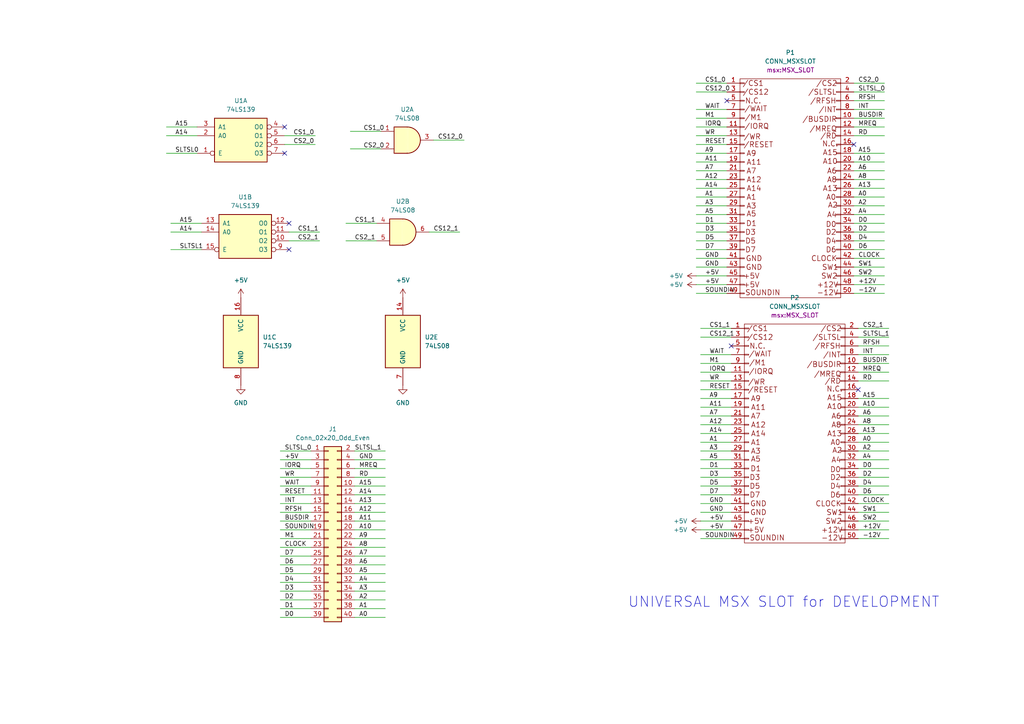
<source format=kicad_sch>
(kicad_sch
	(version 20231120)
	(generator "eeschema")
	(generator_version "8.0")
	(uuid "5e688b86-7ce0-4e79-acc1-2a21a080347e")
	(paper "A4")
	(lib_symbols
		(symbol "74xx:74LS08"
			(pin_names
				(offset 1.016)
			)
			(exclude_from_sim no)
			(in_bom yes)
			(on_board yes)
			(property "Reference" "U"
				(at 0 1.27 0)
				(effects
					(font
						(size 1.27 1.27)
					)
				)
			)
			(property "Value" "74LS08"
				(at 0 -1.27 0)
				(effects
					(font
						(size 1.27 1.27)
					)
				)
			)
			(property "Footprint" ""
				(at 0 0 0)
				(effects
					(font
						(size 1.27 1.27)
					)
					(hide yes)
				)
			)
			(property "Datasheet" "http://www.ti.com/lit/gpn/sn74LS08"
				(at 0 0 0)
				(effects
					(font
						(size 1.27 1.27)
					)
					(hide yes)
				)
			)
			(property "Description" "Quad And2"
				(at 0 0 0)
				(effects
					(font
						(size 1.27 1.27)
					)
					(hide yes)
				)
			)
			(property "ki_locked" ""
				(at 0 0 0)
				(effects
					(font
						(size 1.27 1.27)
					)
				)
			)
			(property "ki_keywords" "TTL and2"
				(at 0 0 0)
				(effects
					(font
						(size 1.27 1.27)
					)
					(hide yes)
				)
			)
			(property "ki_fp_filters" "DIP*W7.62mm*"
				(at 0 0 0)
				(effects
					(font
						(size 1.27 1.27)
					)
					(hide yes)
				)
			)
			(symbol "74LS08_1_1"
				(arc
					(start 0 -3.81)
					(mid 3.7934 0)
					(end 0 3.81)
					(stroke
						(width 0.254)
						(type default)
					)
					(fill
						(type background)
					)
				)
				(polyline
					(pts
						(xy 0 3.81) (xy -3.81 3.81) (xy -3.81 -3.81) (xy 0 -3.81)
					)
					(stroke
						(width 0.254)
						(type default)
					)
					(fill
						(type background)
					)
				)
				(pin input line
					(at -7.62 2.54 0)
					(length 3.81)
					(name "~"
						(effects
							(font
								(size 1.27 1.27)
							)
						)
					)
					(number "1"
						(effects
							(font
								(size 1.27 1.27)
							)
						)
					)
				)
				(pin input line
					(at -7.62 -2.54 0)
					(length 3.81)
					(name "~"
						(effects
							(font
								(size 1.27 1.27)
							)
						)
					)
					(number "2"
						(effects
							(font
								(size 1.27 1.27)
							)
						)
					)
				)
				(pin output line
					(at 7.62 0 180)
					(length 3.81)
					(name "~"
						(effects
							(font
								(size 1.27 1.27)
							)
						)
					)
					(number "3"
						(effects
							(font
								(size 1.27 1.27)
							)
						)
					)
				)
			)
			(symbol "74LS08_1_2"
				(arc
					(start -3.81 -3.81)
					(mid -2.589 0)
					(end -3.81 3.81)
					(stroke
						(width 0.254)
						(type default)
					)
					(fill
						(type none)
					)
				)
				(arc
					(start -0.6096 -3.81)
					(mid 2.1842 -2.5851)
					(end 3.81 0)
					(stroke
						(width 0.254)
						(type default)
					)
					(fill
						(type background)
					)
				)
				(polyline
					(pts
						(xy -3.81 -3.81) (xy -0.635 -3.81)
					)
					(stroke
						(width 0.254)
						(type default)
					)
					(fill
						(type background)
					)
				)
				(polyline
					(pts
						(xy -3.81 3.81) (xy -0.635 3.81)
					)
					(stroke
						(width 0.254)
						(type default)
					)
					(fill
						(type background)
					)
				)
				(polyline
					(pts
						(xy -0.635 3.81) (xy -3.81 3.81) (xy -3.81 3.81) (xy -3.556 3.4036) (xy -3.0226 2.2606) (xy -2.6924 1.0414)
						(xy -2.6162 -0.254) (xy -2.7686 -1.4986) (xy -3.175 -2.7178) (xy -3.81 -3.81) (xy -3.81 -3.81)
						(xy -0.635 -3.81)
					)
					(stroke
						(width -25.4)
						(type default)
					)
					(fill
						(type background)
					)
				)
				(arc
					(start 3.81 0)
					(mid 2.1915 2.5936)
					(end -0.6096 3.81)
					(stroke
						(width 0.254)
						(type default)
					)
					(fill
						(type background)
					)
				)
				(pin input inverted
					(at -7.62 2.54 0)
					(length 4.318)
					(name "~"
						(effects
							(font
								(size 1.27 1.27)
							)
						)
					)
					(number "1"
						(effects
							(font
								(size 1.27 1.27)
							)
						)
					)
				)
				(pin input inverted
					(at -7.62 -2.54 0)
					(length 4.318)
					(name "~"
						(effects
							(font
								(size 1.27 1.27)
							)
						)
					)
					(number "2"
						(effects
							(font
								(size 1.27 1.27)
							)
						)
					)
				)
				(pin output inverted
					(at 7.62 0 180)
					(length 3.81)
					(name "~"
						(effects
							(font
								(size 1.27 1.27)
							)
						)
					)
					(number "3"
						(effects
							(font
								(size 1.27 1.27)
							)
						)
					)
				)
			)
			(symbol "74LS08_2_1"
				(arc
					(start 0 -3.81)
					(mid 3.7934 0)
					(end 0 3.81)
					(stroke
						(width 0.254)
						(type default)
					)
					(fill
						(type background)
					)
				)
				(polyline
					(pts
						(xy 0 3.81) (xy -3.81 3.81) (xy -3.81 -3.81) (xy 0 -3.81)
					)
					(stroke
						(width 0.254)
						(type default)
					)
					(fill
						(type background)
					)
				)
				(pin input line
					(at -7.62 2.54 0)
					(length 3.81)
					(name "~"
						(effects
							(font
								(size 1.27 1.27)
							)
						)
					)
					(number "4"
						(effects
							(font
								(size 1.27 1.27)
							)
						)
					)
				)
				(pin input line
					(at -7.62 -2.54 0)
					(length 3.81)
					(name "~"
						(effects
							(font
								(size 1.27 1.27)
							)
						)
					)
					(number "5"
						(effects
							(font
								(size 1.27 1.27)
							)
						)
					)
				)
				(pin output line
					(at 7.62 0 180)
					(length 3.81)
					(name "~"
						(effects
							(font
								(size 1.27 1.27)
							)
						)
					)
					(number "6"
						(effects
							(font
								(size 1.27 1.27)
							)
						)
					)
				)
			)
			(symbol "74LS08_2_2"
				(arc
					(start -3.81 -3.81)
					(mid -2.589 0)
					(end -3.81 3.81)
					(stroke
						(width 0.254)
						(type default)
					)
					(fill
						(type none)
					)
				)
				(arc
					(start -0.6096 -3.81)
					(mid 2.1842 -2.5851)
					(end 3.81 0)
					(stroke
						(width 0.254)
						(type default)
					)
					(fill
						(type background)
					)
				)
				(polyline
					(pts
						(xy -3.81 -3.81) (xy -0.635 -3.81)
					)
					(stroke
						(width 0.254)
						(type default)
					)
					(fill
						(type background)
					)
				)
				(polyline
					(pts
						(xy -3.81 3.81) (xy -0.635 3.81)
					)
					(stroke
						(width 0.254)
						(type default)
					)
					(fill
						(type background)
					)
				)
				(polyline
					(pts
						(xy -0.635 3.81) (xy -3.81 3.81) (xy -3.81 3.81) (xy -3.556 3.4036) (xy -3.0226 2.2606) (xy -2.6924 1.0414)
						(xy -2.6162 -0.254) (xy -2.7686 -1.4986) (xy -3.175 -2.7178) (xy -3.81 -3.81) (xy -3.81 -3.81)
						(xy -0.635 -3.81)
					)
					(stroke
						(width -25.4)
						(type default)
					)
					(fill
						(type background)
					)
				)
				(arc
					(start 3.81 0)
					(mid 2.1915 2.5936)
					(end -0.6096 3.81)
					(stroke
						(width 0.254)
						(type default)
					)
					(fill
						(type background)
					)
				)
				(pin input inverted
					(at -7.62 2.54 0)
					(length 4.318)
					(name "~"
						(effects
							(font
								(size 1.27 1.27)
							)
						)
					)
					(number "4"
						(effects
							(font
								(size 1.27 1.27)
							)
						)
					)
				)
				(pin input inverted
					(at -7.62 -2.54 0)
					(length 4.318)
					(name "~"
						(effects
							(font
								(size 1.27 1.27)
							)
						)
					)
					(number "5"
						(effects
							(font
								(size 1.27 1.27)
							)
						)
					)
				)
				(pin output inverted
					(at 7.62 0 180)
					(length 3.81)
					(name "~"
						(effects
							(font
								(size 1.27 1.27)
							)
						)
					)
					(number "6"
						(effects
							(font
								(size 1.27 1.27)
							)
						)
					)
				)
			)
			(symbol "74LS08_3_1"
				(arc
					(start 0 -3.81)
					(mid 3.7934 0)
					(end 0 3.81)
					(stroke
						(width 0.254)
						(type default)
					)
					(fill
						(type background)
					)
				)
				(polyline
					(pts
						(xy 0 3.81) (xy -3.81 3.81) (xy -3.81 -3.81) (xy 0 -3.81)
					)
					(stroke
						(width 0.254)
						(type default)
					)
					(fill
						(type background)
					)
				)
				(pin input line
					(at -7.62 -2.54 0)
					(length 3.81)
					(name "~"
						(effects
							(font
								(size 1.27 1.27)
							)
						)
					)
					(number "10"
						(effects
							(font
								(size 1.27 1.27)
							)
						)
					)
				)
				(pin output line
					(at 7.62 0 180)
					(length 3.81)
					(name "~"
						(effects
							(font
								(size 1.27 1.27)
							)
						)
					)
					(number "8"
						(effects
							(font
								(size 1.27 1.27)
							)
						)
					)
				)
				(pin input line
					(at -7.62 2.54 0)
					(length 3.81)
					(name "~"
						(effects
							(font
								(size 1.27 1.27)
							)
						)
					)
					(number "9"
						(effects
							(font
								(size 1.27 1.27)
							)
						)
					)
				)
			)
			(symbol "74LS08_3_2"
				(arc
					(start -3.81 -3.81)
					(mid -2.589 0)
					(end -3.81 3.81)
					(stroke
						(width 0.254)
						(type default)
					)
					(fill
						(type none)
					)
				)
				(arc
					(start -0.6096 -3.81)
					(mid 2.1842 -2.5851)
					(end 3.81 0)
					(stroke
						(width 0.254)
						(type default)
					)
					(fill
						(type background)
					)
				)
				(polyline
					(pts
						(xy -3.81 -3.81) (xy -0.635 -3.81)
					)
					(stroke
						(width 0.254)
						(type default)
					)
					(fill
						(type background)
					)
				)
				(polyline
					(pts
						(xy -3.81 3.81) (xy -0.635 3.81)
					)
					(stroke
						(width 0.254)
						(type default)
					)
					(fill
						(type background)
					)
				)
				(polyline
					(pts
						(xy -0.635 3.81) (xy -3.81 3.81) (xy -3.81 3.81) (xy -3.556 3.4036) (xy -3.0226 2.2606) (xy -2.6924 1.0414)
						(xy -2.6162 -0.254) (xy -2.7686 -1.4986) (xy -3.175 -2.7178) (xy -3.81 -3.81) (xy -3.81 -3.81)
						(xy -0.635 -3.81)
					)
					(stroke
						(width -25.4)
						(type default)
					)
					(fill
						(type background)
					)
				)
				(arc
					(start 3.81 0)
					(mid 2.1915 2.5936)
					(end -0.6096 3.81)
					(stroke
						(width 0.254)
						(type default)
					)
					(fill
						(type background)
					)
				)
				(pin input inverted
					(at -7.62 -2.54 0)
					(length 4.318)
					(name "~"
						(effects
							(font
								(size 1.27 1.27)
							)
						)
					)
					(number "10"
						(effects
							(font
								(size 1.27 1.27)
							)
						)
					)
				)
				(pin output inverted
					(at 7.62 0 180)
					(length 3.81)
					(name "~"
						(effects
							(font
								(size 1.27 1.27)
							)
						)
					)
					(number "8"
						(effects
							(font
								(size 1.27 1.27)
							)
						)
					)
				)
				(pin input inverted
					(at -7.62 2.54 0)
					(length 4.318)
					(name "~"
						(effects
							(font
								(size 1.27 1.27)
							)
						)
					)
					(number "9"
						(effects
							(font
								(size 1.27 1.27)
							)
						)
					)
				)
			)
			(symbol "74LS08_4_1"
				(arc
					(start 0 -3.81)
					(mid 3.7934 0)
					(end 0 3.81)
					(stroke
						(width 0.254)
						(type default)
					)
					(fill
						(type background)
					)
				)
				(polyline
					(pts
						(xy 0 3.81) (xy -3.81 3.81) (xy -3.81 -3.81) (xy 0 -3.81)
					)
					(stroke
						(width 0.254)
						(type default)
					)
					(fill
						(type background)
					)
				)
				(pin output line
					(at 7.62 0 180)
					(length 3.81)
					(name "~"
						(effects
							(font
								(size 1.27 1.27)
							)
						)
					)
					(number "11"
						(effects
							(font
								(size 1.27 1.27)
							)
						)
					)
				)
				(pin input line
					(at -7.62 2.54 0)
					(length 3.81)
					(name "~"
						(effects
							(font
								(size 1.27 1.27)
							)
						)
					)
					(number "12"
						(effects
							(font
								(size 1.27 1.27)
							)
						)
					)
				)
				(pin input line
					(at -7.62 -2.54 0)
					(length 3.81)
					(name "~"
						(effects
							(font
								(size 1.27 1.27)
							)
						)
					)
					(number "13"
						(effects
							(font
								(size 1.27 1.27)
							)
						)
					)
				)
			)
			(symbol "74LS08_4_2"
				(arc
					(start -3.81 -3.81)
					(mid -2.589 0)
					(end -3.81 3.81)
					(stroke
						(width 0.254)
						(type default)
					)
					(fill
						(type none)
					)
				)
				(arc
					(start -0.6096 -3.81)
					(mid 2.1842 -2.5851)
					(end 3.81 0)
					(stroke
						(width 0.254)
						(type default)
					)
					(fill
						(type background)
					)
				)
				(polyline
					(pts
						(xy -3.81 -3.81) (xy -0.635 -3.81)
					)
					(stroke
						(width 0.254)
						(type default)
					)
					(fill
						(type background)
					)
				)
				(polyline
					(pts
						(xy -3.81 3.81) (xy -0.635 3.81)
					)
					(stroke
						(width 0.254)
						(type default)
					)
					(fill
						(type background)
					)
				)
				(polyline
					(pts
						(xy -0.635 3.81) (xy -3.81 3.81) (xy -3.81 3.81) (xy -3.556 3.4036) (xy -3.0226 2.2606) (xy -2.6924 1.0414)
						(xy -2.6162 -0.254) (xy -2.7686 -1.4986) (xy -3.175 -2.7178) (xy -3.81 -3.81) (xy -3.81 -3.81)
						(xy -0.635 -3.81)
					)
					(stroke
						(width -25.4)
						(type default)
					)
					(fill
						(type background)
					)
				)
				(arc
					(start 3.81 0)
					(mid 2.1915 2.5936)
					(end -0.6096 3.81)
					(stroke
						(width 0.254)
						(type default)
					)
					(fill
						(type background)
					)
				)
				(pin output inverted
					(at 7.62 0 180)
					(length 3.81)
					(name "~"
						(effects
							(font
								(size 1.27 1.27)
							)
						)
					)
					(number "11"
						(effects
							(font
								(size 1.27 1.27)
							)
						)
					)
				)
				(pin input inverted
					(at -7.62 2.54 0)
					(length 4.318)
					(name "~"
						(effects
							(font
								(size 1.27 1.27)
							)
						)
					)
					(number "12"
						(effects
							(font
								(size 1.27 1.27)
							)
						)
					)
				)
				(pin input inverted
					(at -7.62 -2.54 0)
					(length 4.318)
					(name "~"
						(effects
							(font
								(size 1.27 1.27)
							)
						)
					)
					(number "13"
						(effects
							(font
								(size 1.27 1.27)
							)
						)
					)
				)
			)
			(symbol "74LS08_5_0"
				(pin power_in line
					(at 0 12.7 270)
					(length 5.08)
					(name "VCC"
						(effects
							(font
								(size 1.27 1.27)
							)
						)
					)
					(number "14"
						(effects
							(font
								(size 1.27 1.27)
							)
						)
					)
				)
				(pin power_in line
					(at 0 -12.7 90)
					(length 5.08)
					(name "GND"
						(effects
							(font
								(size 1.27 1.27)
							)
						)
					)
					(number "7"
						(effects
							(font
								(size 1.27 1.27)
							)
						)
					)
				)
			)
			(symbol "74LS08_5_1"
				(rectangle
					(start -5.08 7.62)
					(end 5.08 -7.62)
					(stroke
						(width 0.254)
						(type default)
					)
					(fill
						(type background)
					)
				)
			)
		)
		(symbol "74xx:74LS139"
			(pin_names
				(offset 1.016)
			)
			(exclude_from_sim no)
			(in_bom yes)
			(on_board yes)
			(property "Reference" "U"
				(at -7.62 8.89 0)
				(effects
					(font
						(size 1.27 1.27)
					)
				)
			)
			(property "Value" "74LS139"
				(at -7.62 -8.89 0)
				(effects
					(font
						(size 1.27 1.27)
					)
				)
			)
			(property "Footprint" ""
				(at 0 0 0)
				(effects
					(font
						(size 1.27 1.27)
					)
					(hide yes)
				)
			)
			(property "Datasheet" "http://www.ti.com/lit/ds/symlink/sn74ls139a.pdf"
				(at 0 0 0)
				(effects
					(font
						(size 1.27 1.27)
					)
					(hide yes)
				)
			)
			(property "Description" "Dual Decoder 1 of 4, Active low outputs"
				(at 0 0 0)
				(effects
					(font
						(size 1.27 1.27)
					)
					(hide yes)
				)
			)
			(property "ki_locked" ""
				(at 0 0 0)
				(effects
					(font
						(size 1.27 1.27)
					)
				)
			)
			(property "ki_keywords" "TTL DECOD4"
				(at 0 0 0)
				(effects
					(font
						(size 1.27 1.27)
					)
					(hide yes)
				)
			)
			(property "ki_fp_filters" "DIP?16*"
				(at 0 0 0)
				(effects
					(font
						(size 1.27 1.27)
					)
					(hide yes)
				)
			)
			(symbol "74LS139_1_0"
				(pin input inverted
					(at -12.7 -5.08 0)
					(length 5.08)
					(name "E"
						(effects
							(font
								(size 1.27 1.27)
							)
						)
					)
					(number "1"
						(effects
							(font
								(size 1.27 1.27)
							)
						)
					)
				)
				(pin input line
					(at -12.7 0 0)
					(length 5.08)
					(name "A0"
						(effects
							(font
								(size 1.27 1.27)
							)
						)
					)
					(number "2"
						(effects
							(font
								(size 1.27 1.27)
							)
						)
					)
				)
				(pin input line
					(at -12.7 2.54 0)
					(length 5.08)
					(name "A1"
						(effects
							(font
								(size 1.27 1.27)
							)
						)
					)
					(number "3"
						(effects
							(font
								(size 1.27 1.27)
							)
						)
					)
				)
				(pin output inverted
					(at 12.7 2.54 180)
					(length 5.08)
					(name "O0"
						(effects
							(font
								(size 1.27 1.27)
							)
						)
					)
					(number "4"
						(effects
							(font
								(size 1.27 1.27)
							)
						)
					)
				)
				(pin output inverted
					(at 12.7 0 180)
					(length 5.08)
					(name "O1"
						(effects
							(font
								(size 1.27 1.27)
							)
						)
					)
					(number "5"
						(effects
							(font
								(size 1.27 1.27)
							)
						)
					)
				)
				(pin output inverted
					(at 12.7 -2.54 180)
					(length 5.08)
					(name "O2"
						(effects
							(font
								(size 1.27 1.27)
							)
						)
					)
					(number "6"
						(effects
							(font
								(size 1.27 1.27)
							)
						)
					)
				)
				(pin output inverted
					(at 12.7 -5.08 180)
					(length 5.08)
					(name "O3"
						(effects
							(font
								(size 1.27 1.27)
							)
						)
					)
					(number "7"
						(effects
							(font
								(size 1.27 1.27)
							)
						)
					)
				)
			)
			(symbol "74LS139_1_1"
				(rectangle
					(start -7.62 5.08)
					(end 7.62 -7.62)
					(stroke
						(width 0.254)
						(type default)
					)
					(fill
						(type background)
					)
				)
			)
			(symbol "74LS139_2_0"
				(pin output inverted
					(at 12.7 -2.54 180)
					(length 5.08)
					(name "O2"
						(effects
							(font
								(size 1.27 1.27)
							)
						)
					)
					(number "10"
						(effects
							(font
								(size 1.27 1.27)
							)
						)
					)
				)
				(pin output inverted
					(at 12.7 0 180)
					(length 5.08)
					(name "O1"
						(effects
							(font
								(size 1.27 1.27)
							)
						)
					)
					(number "11"
						(effects
							(font
								(size 1.27 1.27)
							)
						)
					)
				)
				(pin output inverted
					(at 12.7 2.54 180)
					(length 5.08)
					(name "O0"
						(effects
							(font
								(size 1.27 1.27)
							)
						)
					)
					(number "12"
						(effects
							(font
								(size 1.27 1.27)
							)
						)
					)
				)
				(pin input line
					(at -12.7 2.54 0)
					(length 5.08)
					(name "A1"
						(effects
							(font
								(size 1.27 1.27)
							)
						)
					)
					(number "13"
						(effects
							(font
								(size 1.27 1.27)
							)
						)
					)
				)
				(pin input line
					(at -12.7 0 0)
					(length 5.08)
					(name "A0"
						(effects
							(font
								(size 1.27 1.27)
							)
						)
					)
					(number "14"
						(effects
							(font
								(size 1.27 1.27)
							)
						)
					)
				)
				(pin input inverted
					(at -12.7 -5.08 0)
					(length 5.08)
					(name "E"
						(effects
							(font
								(size 1.27 1.27)
							)
						)
					)
					(number "15"
						(effects
							(font
								(size 1.27 1.27)
							)
						)
					)
				)
				(pin output inverted
					(at 12.7 -5.08 180)
					(length 5.08)
					(name "O3"
						(effects
							(font
								(size 1.27 1.27)
							)
						)
					)
					(number "9"
						(effects
							(font
								(size 1.27 1.27)
							)
						)
					)
				)
			)
			(symbol "74LS139_2_1"
				(rectangle
					(start -7.62 5.08)
					(end 7.62 -7.62)
					(stroke
						(width 0.254)
						(type default)
					)
					(fill
						(type background)
					)
				)
			)
			(symbol "74LS139_3_0"
				(pin power_in line
					(at 0 12.7 270)
					(length 5.08)
					(name "VCC"
						(effects
							(font
								(size 1.27 1.27)
							)
						)
					)
					(number "16"
						(effects
							(font
								(size 1.27 1.27)
							)
						)
					)
				)
				(pin power_in line
					(at 0 -12.7 90)
					(length 5.08)
					(name "GND"
						(effects
							(font
								(size 1.27 1.27)
							)
						)
					)
					(number "8"
						(effects
							(font
								(size 1.27 1.27)
							)
						)
					)
				)
			)
			(symbol "74LS139_3_1"
				(rectangle
					(start -5.08 7.62)
					(end 5.08 -7.62)
					(stroke
						(width 0.254)
						(type default)
					)
					(fill
						(type background)
					)
				)
			)
		)
		(symbol "Connector_Generic:Conn_02x20_Odd_Even"
			(pin_names
				(offset 1.016) hide)
			(exclude_from_sim no)
			(in_bom yes)
			(on_board yes)
			(property "Reference" "J"
				(at 1.27 25.4 0)
				(effects
					(font
						(size 1.27 1.27)
					)
				)
			)
			(property "Value" "Conn_02x20_Odd_Even"
				(at 1.27 -27.94 0)
				(effects
					(font
						(size 1.27 1.27)
					)
				)
			)
			(property "Footprint" ""
				(at 0 0 0)
				(effects
					(font
						(size 1.27 1.27)
					)
					(hide yes)
				)
			)
			(property "Datasheet" "~"
				(at 0 0 0)
				(effects
					(font
						(size 1.27 1.27)
					)
					(hide yes)
				)
			)
			(property "Description" "Generic connector, double row, 02x20, odd/even pin numbering scheme (row 1 odd numbers, row 2 even numbers), script generated (kicad-library-utils/schlib/autogen/connector/)"
				(at 0 0 0)
				(effects
					(font
						(size 1.27 1.27)
					)
					(hide yes)
				)
			)
			(property "ki_keywords" "connector"
				(at 0 0 0)
				(effects
					(font
						(size 1.27 1.27)
					)
					(hide yes)
				)
			)
			(property "ki_fp_filters" "Connector*:*_2x??_*"
				(at 0 0 0)
				(effects
					(font
						(size 1.27 1.27)
					)
					(hide yes)
				)
			)
			(symbol "Conn_02x20_Odd_Even_1_1"
				(rectangle
					(start -1.27 -25.273)
					(end 0 -25.527)
					(stroke
						(width 0.1524)
						(type default)
					)
					(fill
						(type none)
					)
				)
				(rectangle
					(start -1.27 -22.733)
					(end 0 -22.987)
					(stroke
						(width 0.1524)
						(type default)
					)
					(fill
						(type none)
					)
				)
				(rectangle
					(start -1.27 -20.193)
					(end 0 -20.447)
					(stroke
						(width 0.1524)
						(type default)
					)
					(fill
						(type none)
					)
				)
				(rectangle
					(start -1.27 -17.653)
					(end 0 -17.907)
					(stroke
						(width 0.1524)
						(type default)
					)
					(fill
						(type none)
					)
				)
				(rectangle
					(start -1.27 -15.113)
					(end 0 -15.367)
					(stroke
						(width 0.1524)
						(type default)
					)
					(fill
						(type none)
					)
				)
				(rectangle
					(start -1.27 -12.573)
					(end 0 -12.827)
					(stroke
						(width 0.1524)
						(type default)
					)
					(fill
						(type none)
					)
				)
				(rectangle
					(start -1.27 -10.033)
					(end 0 -10.287)
					(stroke
						(width 0.1524)
						(type default)
					)
					(fill
						(type none)
					)
				)
				(rectangle
					(start -1.27 -7.493)
					(end 0 -7.747)
					(stroke
						(width 0.1524)
						(type default)
					)
					(fill
						(type none)
					)
				)
				(rectangle
					(start -1.27 -4.953)
					(end 0 -5.207)
					(stroke
						(width 0.1524)
						(type default)
					)
					(fill
						(type none)
					)
				)
				(rectangle
					(start -1.27 -2.413)
					(end 0 -2.667)
					(stroke
						(width 0.1524)
						(type default)
					)
					(fill
						(type none)
					)
				)
				(rectangle
					(start -1.27 0.127)
					(end 0 -0.127)
					(stroke
						(width 0.1524)
						(type default)
					)
					(fill
						(type none)
					)
				)
				(rectangle
					(start -1.27 2.667)
					(end 0 2.413)
					(stroke
						(width 0.1524)
						(type default)
					)
					(fill
						(type none)
					)
				)
				(rectangle
					(start -1.27 5.207)
					(end 0 4.953)
					(stroke
						(width 0.1524)
						(type default)
					)
					(fill
						(type none)
					)
				)
				(rectangle
					(start -1.27 7.747)
					(end 0 7.493)
					(stroke
						(width 0.1524)
						(type default)
					)
					(fill
						(type none)
					)
				)
				(rectangle
					(start -1.27 10.287)
					(end 0 10.033)
					(stroke
						(width 0.1524)
						(type default)
					)
					(fill
						(type none)
					)
				)
				(rectangle
					(start -1.27 12.827)
					(end 0 12.573)
					(stroke
						(width 0.1524)
						(type default)
					)
					(fill
						(type none)
					)
				)
				(rectangle
					(start -1.27 15.367)
					(end 0 15.113)
					(stroke
						(width 0.1524)
						(type default)
					)
					(fill
						(type none)
					)
				)
				(rectangle
					(start -1.27 17.907)
					(end 0 17.653)
					(stroke
						(width 0.1524)
						(type default)
					)
					(fill
						(type none)
					)
				)
				(rectangle
					(start -1.27 20.447)
					(end 0 20.193)
					(stroke
						(width 0.1524)
						(type default)
					)
					(fill
						(type none)
					)
				)
				(rectangle
					(start -1.27 22.987)
					(end 0 22.733)
					(stroke
						(width 0.1524)
						(type default)
					)
					(fill
						(type none)
					)
				)
				(rectangle
					(start -1.27 24.13)
					(end 3.81 -26.67)
					(stroke
						(width 0.254)
						(type default)
					)
					(fill
						(type background)
					)
				)
				(rectangle
					(start 3.81 -25.273)
					(end 2.54 -25.527)
					(stroke
						(width 0.1524)
						(type default)
					)
					(fill
						(type none)
					)
				)
				(rectangle
					(start 3.81 -22.733)
					(end 2.54 -22.987)
					(stroke
						(width 0.1524)
						(type default)
					)
					(fill
						(type none)
					)
				)
				(rectangle
					(start 3.81 -20.193)
					(end 2.54 -20.447)
					(stroke
						(width 0.1524)
						(type default)
					)
					(fill
						(type none)
					)
				)
				(rectangle
					(start 3.81 -17.653)
					(end 2.54 -17.907)
					(stroke
						(width 0.1524)
						(type default)
					)
					(fill
						(type none)
					)
				)
				(rectangle
					(start 3.81 -15.113)
					(end 2.54 -15.367)
					(stroke
						(width 0.1524)
						(type default)
					)
					(fill
						(type none)
					)
				)
				(rectangle
					(start 3.81 -12.573)
					(end 2.54 -12.827)
					(stroke
						(width 0.1524)
						(type default)
					)
					(fill
						(type none)
					)
				)
				(rectangle
					(start 3.81 -10.033)
					(end 2.54 -10.287)
					(stroke
						(width 0.1524)
						(type default)
					)
					(fill
						(type none)
					)
				)
				(rectangle
					(start 3.81 -7.493)
					(end 2.54 -7.747)
					(stroke
						(width 0.1524)
						(type default)
					)
					(fill
						(type none)
					)
				)
				(rectangle
					(start 3.81 -4.953)
					(end 2.54 -5.207)
					(stroke
						(width 0.1524)
						(type default)
					)
					(fill
						(type none)
					)
				)
				(rectangle
					(start 3.81 -2.413)
					(end 2.54 -2.667)
					(stroke
						(width 0.1524)
						(type default)
					)
					(fill
						(type none)
					)
				)
				(rectangle
					(start 3.81 0.127)
					(end 2.54 -0.127)
					(stroke
						(width 0.1524)
						(type default)
					)
					(fill
						(type none)
					)
				)
				(rectangle
					(start 3.81 2.667)
					(end 2.54 2.413)
					(stroke
						(width 0.1524)
						(type default)
					)
					(fill
						(type none)
					)
				)
				(rectangle
					(start 3.81 5.207)
					(end 2.54 4.953)
					(stroke
						(width 0.1524)
						(type default)
					)
					(fill
						(type none)
					)
				)
				(rectangle
					(start 3.81 7.747)
					(end 2.54 7.493)
					(stroke
						(width 0.1524)
						(type default)
					)
					(fill
						(type none)
					)
				)
				(rectangle
					(start 3.81 10.287)
					(end 2.54 10.033)
					(stroke
						(width 0.1524)
						(type default)
					)
					(fill
						(type none)
					)
				)
				(rectangle
					(start 3.81 12.827)
					(end 2.54 12.573)
					(stroke
						(width 0.1524)
						(type default)
					)
					(fill
						(type none)
					)
				)
				(rectangle
					(start 3.81 15.367)
					(end 2.54 15.113)
					(stroke
						(width 0.1524)
						(type default)
					)
					(fill
						(type none)
					)
				)
				(rectangle
					(start 3.81 17.907)
					(end 2.54 17.653)
					(stroke
						(width 0.1524)
						(type default)
					)
					(fill
						(type none)
					)
				)
				(rectangle
					(start 3.81 20.447)
					(end 2.54 20.193)
					(stroke
						(width 0.1524)
						(type default)
					)
					(fill
						(type none)
					)
				)
				(rectangle
					(start 3.81 22.987)
					(end 2.54 22.733)
					(stroke
						(width 0.1524)
						(type default)
					)
					(fill
						(type none)
					)
				)
				(pin passive line
					(at -5.08 22.86 0)
					(length 3.81)
					(name "Pin_1"
						(effects
							(font
								(size 1.27 1.27)
							)
						)
					)
					(number "1"
						(effects
							(font
								(size 1.27 1.27)
							)
						)
					)
				)
				(pin passive line
					(at 7.62 12.7 180)
					(length 3.81)
					(name "Pin_10"
						(effects
							(font
								(size 1.27 1.27)
							)
						)
					)
					(number "10"
						(effects
							(font
								(size 1.27 1.27)
							)
						)
					)
				)
				(pin passive line
					(at -5.08 10.16 0)
					(length 3.81)
					(name "Pin_11"
						(effects
							(font
								(size 1.27 1.27)
							)
						)
					)
					(number "11"
						(effects
							(font
								(size 1.27 1.27)
							)
						)
					)
				)
				(pin passive line
					(at 7.62 10.16 180)
					(length 3.81)
					(name "Pin_12"
						(effects
							(font
								(size 1.27 1.27)
							)
						)
					)
					(number "12"
						(effects
							(font
								(size 1.27 1.27)
							)
						)
					)
				)
				(pin passive line
					(at -5.08 7.62 0)
					(length 3.81)
					(name "Pin_13"
						(effects
							(font
								(size 1.27 1.27)
							)
						)
					)
					(number "13"
						(effects
							(font
								(size 1.27 1.27)
							)
						)
					)
				)
				(pin passive line
					(at 7.62 7.62 180)
					(length 3.81)
					(name "Pin_14"
						(effects
							(font
								(size 1.27 1.27)
							)
						)
					)
					(number "14"
						(effects
							(font
								(size 1.27 1.27)
							)
						)
					)
				)
				(pin passive line
					(at -5.08 5.08 0)
					(length 3.81)
					(name "Pin_15"
						(effects
							(font
								(size 1.27 1.27)
							)
						)
					)
					(number "15"
						(effects
							(font
								(size 1.27 1.27)
							)
						)
					)
				)
				(pin passive line
					(at 7.62 5.08 180)
					(length 3.81)
					(name "Pin_16"
						(effects
							(font
								(size 1.27 1.27)
							)
						)
					)
					(number "16"
						(effects
							(font
								(size 1.27 1.27)
							)
						)
					)
				)
				(pin passive line
					(at -5.08 2.54 0)
					(length 3.81)
					(name "Pin_17"
						(effects
							(font
								(size 1.27 1.27)
							)
						)
					)
					(number "17"
						(effects
							(font
								(size 1.27 1.27)
							)
						)
					)
				)
				(pin passive line
					(at 7.62 2.54 180)
					(length 3.81)
					(name "Pin_18"
						(effects
							(font
								(size 1.27 1.27)
							)
						)
					)
					(number "18"
						(effects
							(font
								(size 1.27 1.27)
							)
						)
					)
				)
				(pin passive line
					(at -5.08 0 0)
					(length 3.81)
					(name "Pin_19"
						(effects
							(font
								(size 1.27 1.27)
							)
						)
					)
					(number "19"
						(effects
							(font
								(size 1.27 1.27)
							)
						)
					)
				)
				(pin passive line
					(at 7.62 22.86 180)
					(length 3.81)
					(name "Pin_2"
						(effects
							(font
								(size 1.27 1.27)
							)
						)
					)
					(number "2"
						(effects
							(font
								(size 1.27 1.27)
							)
						)
					)
				)
				(pin passive line
					(at 7.62 0 180)
					(length 3.81)
					(name "Pin_20"
						(effects
							(font
								(size 1.27 1.27)
							)
						)
					)
					(number "20"
						(effects
							(font
								(size 1.27 1.27)
							)
						)
					)
				)
				(pin passive line
					(at -5.08 -2.54 0)
					(length 3.81)
					(name "Pin_21"
						(effects
							(font
								(size 1.27 1.27)
							)
						)
					)
					(number "21"
						(effects
							(font
								(size 1.27 1.27)
							)
						)
					)
				)
				(pin passive line
					(at 7.62 -2.54 180)
					(length 3.81)
					(name "Pin_22"
						(effects
							(font
								(size 1.27 1.27)
							)
						)
					)
					(number "22"
						(effects
							(font
								(size 1.27 1.27)
							)
						)
					)
				)
				(pin passive line
					(at -5.08 -5.08 0)
					(length 3.81)
					(name "Pin_23"
						(effects
							(font
								(size 1.27 1.27)
							)
						)
					)
					(number "23"
						(effects
							(font
								(size 1.27 1.27)
							)
						)
					)
				)
				(pin passive line
					(at 7.62 -5.08 180)
					(length 3.81)
					(name "Pin_24"
						(effects
							(font
								(size 1.27 1.27)
							)
						)
					)
					(number "24"
						(effects
							(font
								(size 1.27 1.27)
							)
						)
					)
				)
				(pin passive line
					(at -5.08 -7.62 0)
					(length 3.81)
					(name "Pin_25"
						(effects
							(font
								(size 1.27 1.27)
							)
						)
					)
					(number "25"
						(effects
							(font
								(size 1.27 1.27)
							)
						)
					)
				)
				(pin passive line
					(at 7.62 -7.62 180)
					(length 3.81)
					(name "Pin_26"
						(effects
							(font
								(size 1.27 1.27)
							)
						)
					)
					(number "26"
						(effects
							(font
								(size 1.27 1.27)
							)
						)
					)
				)
				(pin passive line
					(at -5.08 -10.16 0)
					(length 3.81)
					(name "Pin_27"
						(effects
							(font
								(size 1.27 1.27)
							)
						)
					)
					(number "27"
						(effects
							(font
								(size 1.27 1.27)
							)
						)
					)
				)
				(pin passive line
					(at 7.62 -10.16 180)
					(length 3.81)
					(name "Pin_28"
						(effects
							(font
								(size 1.27 1.27)
							)
						)
					)
					(number "28"
						(effects
							(font
								(size 1.27 1.27)
							)
						)
					)
				)
				(pin passive line
					(at -5.08 -12.7 0)
					(length 3.81)
					(name "Pin_29"
						(effects
							(font
								(size 1.27 1.27)
							)
						)
					)
					(number "29"
						(effects
							(font
								(size 1.27 1.27)
							)
						)
					)
				)
				(pin passive line
					(at -5.08 20.32 0)
					(length 3.81)
					(name "Pin_3"
						(effects
							(font
								(size 1.27 1.27)
							)
						)
					)
					(number "3"
						(effects
							(font
								(size 1.27 1.27)
							)
						)
					)
				)
				(pin passive line
					(at 7.62 -12.7 180)
					(length 3.81)
					(name "Pin_30"
						(effects
							(font
								(size 1.27 1.27)
							)
						)
					)
					(number "30"
						(effects
							(font
								(size 1.27 1.27)
							)
						)
					)
				)
				(pin passive line
					(at -5.08 -15.24 0)
					(length 3.81)
					(name "Pin_31"
						(effects
							(font
								(size 1.27 1.27)
							)
						)
					)
					(number "31"
						(effects
							(font
								(size 1.27 1.27)
							)
						)
					)
				)
				(pin passive line
					(at 7.62 -15.24 180)
					(length 3.81)
					(name "Pin_32"
						(effects
							(font
								(size 1.27 1.27)
							)
						)
					)
					(number "32"
						(effects
							(font
								(size 1.27 1.27)
							)
						)
					)
				)
				(pin passive line
					(at -5.08 -17.78 0)
					(length 3.81)
					(name "Pin_33"
						(effects
							(font
								(size 1.27 1.27)
							)
						)
					)
					(number "33"
						(effects
							(font
								(size 1.27 1.27)
							)
						)
					)
				)
				(pin passive line
					(at 7.62 -17.78 180)
					(length 3.81)
					(name "Pin_34"
						(effects
							(font
								(size 1.27 1.27)
							)
						)
					)
					(number "34"
						(effects
							(font
								(size 1.27 1.27)
							)
						)
					)
				)
				(pin passive line
					(at -5.08 -20.32 0)
					(length 3.81)
					(name "Pin_35"
						(effects
							(font
								(size 1.27 1.27)
							)
						)
					)
					(number "35"
						(effects
							(font
								(size 1.27 1.27)
							)
						)
					)
				)
				(pin passive line
					(at 7.62 -20.32 180)
					(length 3.81)
					(name "Pin_36"
						(effects
							(font
								(size 1.27 1.27)
							)
						)
					)
					(number "36"
						(effects
							(font
								(size 1.27 1.27)
							)
						)
					)
				)
				(pin passive line
					(at -5.08 -22.86 0)
					(length 3.81)
					(name "Pin_37"
						(effects
							(font
								(size 1.27 1.27)
							)
						)
					)
					(number "37"
						(effects
							(font
								(size 1.27 1.27)
							)
						)
					)
				)
				(pin passive line
					(at 7.62 -22.86 180)
					(length 3.81)
					(name "Pin_38"
						(effects
							(font
								(size 1.27 1.27)
							)
						)
					)
					(number "38"
						(effects
							(font
								(size 1.27 1.27)
							)
						)
					)
				)
				(pin passive line
					(at -5.08 -25.4 0)
					(length 3.81)
					(name "Pin_39"
						(effects
							(font
								(size 1.27 1.27)
							)
						)
					)
					(number "39"
						(effects
							(font
								(size 1.27 1.27)
							)
						)
					)
				)
				(pin passive line
					(at 7.62 20.32 180)
					(length 3.81)
					(name "Pin_4"
						(effects
							(font
								(size 1.27 1.27)
							)
						)
					)
					(number "4"
						(effects
							(font
								(size 1.27 1.27)
							)
						)
					)
				)
				(pin passive line
					(at 7.62 -25.4 180)
					(length 3.81)
					(name "Pin_40"
						(effects
							(font
								(size 1.27 1.27)
							)
						)
					)
					(number "40"
						(effects
							(font
								(size 1.27 1.27)
							)
						)
					)
				)
				(pin passive line
					(at -5.08 17.78 0)
					(length 3.81)
					(name "Pin_5"
						(effects
							(font
								(size 1.27 1.27)
							)
						)
					)
					(number "5"
						(effects
							(font
								(size 1.27 1.27)
							)
						)
					)
				)
				(pin passive line
					(at 7.62 17.78 180)
					(length 3.81)
					(name "Pin_6"
						(effects
							(font
								(size 1.27 1.27)
							)
						)
					)
					(number "6"
						(effects
							(font
								(size 1.27 1.27)
							)
						)
					)
				)
				(pin passive line
					(at -5.08 15.24 0)
					(length 3.81)
					(name "Pin_7"
						(effects
							(font
								(size 1.27 1.27)
							)
						)
					)
					(number "7"
						(effects
							(font
								(size 1.27 1.27)
							)
						)
					)
				)
				(pin passive line
					(at 7.62 15.24 180)
					(length 3.81)
					(name "Pin_8"
						(effects
							(font
								(size 1.27 1.27)
							)
						)
					)
					(number "8"
						(effects
							(font
								(size 1.27 1.27)
							)
						)
					)
				)
				(pin passive line
					(at -5.08 12.7 0)
					(length 3.81)
					(name "Pin_9"
						(effects
							(font
								(size 1.27 1.27)
							)
						)
					)
					(number "9"
						(effects
							(font
								(size 1.27 1.27)
							)
						)
					)
				)
			)
		)
		(symbol "msx_slot:CONN_MSXSLOT"
			(pin_names
				(offset 0.0254) hide)
			(exclude_from_sim no)
			(in_bom yes)
			(on_board yes)
			(property "Reference" "P"
				(at 0.254 31.496 0)
				(effects
					(font
						(size 1.27 1.27)
					)
				)
			)
			(property "Value" "CONN_MSXSLOT"
				(at -1.016 -1.778 90)
				(effects
					(font
						(size 1.27 1.27)
					)
				)
			)
			(property "Footprint" ""
				(at -12.7 -20.32 0)
				(effects
					(font
						(size 1.27 1.27)
					)
				)
			)
			(property "Datasheet" ""
				(at -12.7 -20.32 0)
				(effects
					(font
						(size 1.27 1.27)
					)
				)
			)
			(property "Description" ""
				(at 2.794 8.636 0)
				(effects
					(font
						(size 1.27 1.27)
					)
					(hide yes)
				)
			)
			(property "ki_fp_filters" "Pin_Header_Straight_2X25 Pin_Header_Angled_2X25 Socket_Strip_Straight_2X25 Socket_Strip_Angled_2X25"
				(at 0 0 0)
				(effects
					(font
						(size 1.27 1.27)
					)
					(hide yes)
				)
			)
			(symbol "CONN_MSXSLOT_0_0"
				(text "+12V"
					(at 10.16 -29.21 0)
					(effects
						(font
							(size 1.524 1.524)
						)
					)
				)
				(text "+5V"
					(at -11.938 -29.21 0)
					(effects
						(font
							(size 1.524 1.524)
						)
					)
				)
				(text "+5V"
					(at -11.938 -26.67 0)
					(effects
						(font
							(size 1.524 1.524)
						)
					)
				)
				(text "-12V"
					(at 10.16 -31.496 0)
					(effects
						(font
							(size 1.524 1.524)
						)
					)
				)
				(text "/BUSDIR"
					(at 7.874 18.796 0)
					(effects
						(font
							(size 1.524 1.524)
						)
					)
				)
				(text "/CS1"
					(at -11.43 29.21 0)
					(effects
						(font
							(size 1.524 1.524)
						)
					)
				)
				(text "/CS12"
					(at -10.668 26.67 0)
					(effects
						(font
							(size 1.524 1.524)
						)
					)
				)
				(text "/CS2"
					(at 9.906 29.21 0)
					(effects
						(font
							(size 1.524 1.524)
						)
					)
				)
				(text "/INT"
					(at 10.16 21.59 0)
					(effects
						(font
							(size 1.524 1.524)
						)
					)
				)
				(text "/IORQ"
					(at -10.414 16.764 0)
					(effects
						(font
							(size 1.524 1.524)
						)
					)
				)
				(text "/M1"
					(at -11.43 19.304 0)
					(effects
						(font
							(size 1.524 1.524)
						)
					)
				)
				(text "/MREQ"
					(at 8.89 16.002 0)
					(effects
						(font
							(size 1.524 1.524)
						)
					)
				)
				(text "/RD"
					(at 10.414 13.97 0)
					(effects
						(font
							(size 1.524 1.524)
						)
					)
				)
				(text "/RESET"
					(at -9.906 11.43 0)
					(effects
						(font
							(size 1.524 1.524)
						)
					)
				)
				(text "/RFSH"
					(at 8.89 24.13 0)
					(effects
						(font
							(size 1.524 1.524)
						)
					)
				)
				(text "/SLTSL"
					(at 8.636 26.67 0)
					(effects
						(font
							(size 1.524 1.524)
						)
					)
				)
				(text "/WAIT"
					(at -10.668 21.844 0)
					(effects
						(font
							(size 1.524 1.524)
						)
					)
				)
				(text "/WR"
					(at -11.684 13.716 0)
					(effects
						(font
							(size 1.524 1.524)
						)
					)
				)
				(text "A0"
					(at 11.176 -3.81 0)
					(effects
						(font
							(size 1.524 1.524)
						)
					)
				)
				(text "A1"
					(at -11.938 -3.81 0)
					(effects
						(font
							(size 1.524 1.524)
						)
					)
				)
				(text "A10"
					(at 10.922 6.604 0)
					(effects
						(font
							(size 1.524 1.524)
						)
					)
				)
				(text "A11"
					(at -11.176 6.35 0)
					(effects
						(font
							(size 1.524 1.524)
						)
					)
				)
				(text "A12"
					(at -11.176 1.27 0)
					(effects
						(font
							(size 1.524 1.524)
						)
					)
				)
				(text "A13"
					(at 10.922 -1.27 0)
					(effects
						(font
							(size 1.524 1.524)
						)
					)
				)
				(text "A14"
					(at -11.176 -1.27 0)
					(effects
						(font
							(size 1.524 1.524)
						)
					)
				)
				(text "A15"
					(at 10.922 9.144 0)
					(effects
						(font
							(size 1.524 1.524)
						)
					)
				)
				(text "A2"
					(at 11.684 -6.096 0)
					(effects
						(font
							(size 1.524 1.524)
						)
					)
				)
				(text "A3"
					(at -11.938 -6.35 0)
					(effects
						(font
							(size 1.524 1.524)
						)
					)
				)
				(text "A4"
					(at 11.43 -8.89 0)
					(effects
						(font
							(size 1.524 1.524)
						)
					)
				)
				(text "A5"
					(at -11.938 -8.636 0)
					(effects
						(font
							(size 1.524 1.524)
						)
					)
				)
				(text "A6"
					(at 11.43 3.81 0)
					(effects
						(font
							(size 1.524 1.524)
						)
					)
				)
				(text "A7"
					(at -11.938 3.81 0)
					(effects
						(font
							(size 1.524 1.524)
						)
					)
				)
				(text "A8"
					(at 11.43 1.27 0)
					(effects
						(font
							(size 1.524 1.524)
						)
					)
				)
				(text "A9"
					(at -11.938 8.89 0)
					(effects
						(font
							(size 1.524 1.524)
						)
					)
				)
				(text "CLOCK"
					(at 9.144 -21.59 0)
					(effects
						(font
							(size 1.524 1.524)
						)
					)
				)
				(text "D0"
					(at 11.176 -11.684 0)
					(effects
						(font
							(size 1.524 1.524)
						)
					)
				)
				(text "D1"
					(at -11.938 -11.43 0)
					(effects
						(font
							(size 1.524 1.524)
						)
					)
				)
				(text "D2"
					(at 11.176 -13.97 0)
					(effects
						(font
							(size 1.524 1.524)
						)
					)
				)
				(text "D3"
					(at -12.192 -13.97 0)
					(effects
						(font
							(size 1.524 1.524)
						)
					)
				)
				(text "D4"
					(at 11.176 -16.51 0)
					(effects
						(font
							(size 1.524 1.524)
						)
					)
				)
				(text "D5"
					(at -12.192 -16.51 0)
					(effects
						(font
							(size 1.524 1.524)
						)
					)
				)
				(text "D6"
					(at 11.176 -19.05 0)
					(effects
						(font
							(size 1.524 1.524)
						)
					)
				)
				(text "D7"
					(at -12.192 -19.05 0)
					(effects
						(font
							(size 1.524 1.524)
						)
					)
				)
				(text "GND"
					(at -11.176 -24.13 0)
					(effects
						(font
							(size 1.524 1.524)
						)
					)
				)
				(text "GND"
					(at -11.176 -21.59 0)
					(effects
						(font
							(size 1.524 1.524)
						)
					)
				)
				(text "N.C."
					(at -11.43 24.13 0)
					(effects
						(font
							(size 1.524 1.524)
						)
					)
				)
				(text "N.C."
					(at 10.922 11.684 0)
					(effects
						(font
							(size 1.524 1.524)
						)
					)
				)
				(text "SOUNDIN"
					(at -8.636 -31.496 0)
					(effects
						(font
							(size 1.524 1.524)
						)
					)
				)
				(text "SW1"
					(at 10.922 -24.13 0)
					(effects
						(font
							(size 1.524 1.524)
						)
					)
				)
				(text "SW2"
					(at 10.668 -26.67 0)
					(effects
						(font
							(size 1.524 1.524)
						)
					)
				)
			)
			(symbol "CONN_MSXSLOT_0_1"
				(rectangle
					(start -15.24 -31.623)
					(end -13.97 -31.877)
					(stroke
						(width 0)
						(type solid)
					)
					(fill
						(type none)
					)
				)
				(rectangle
					(start -15.24 -29.083)
					(end -13.97 -29.337)
					(stroke
						(width 0)
						(type solid)
					)
					(fill
						(type none)
					)
				)
				(rectangle
					(start -15.24 -26.543)
					(end -13.97 -26.797)
					(stroke
						(width 0)
						(type solid)
					)
					(fill
						(type none)
					)
				)
				(rectangle
					(start -15.24 -24.003)
					(end -13.97 -24.257)
					(stroke
						(width 0)
						(type solid)
					)
					(fill
						(type none)
					)
				)
				(rectangle
					(start -15.24 -21.463)
					(end -13.97 -21.717)
					(stroke
						(width 0)
						(type solid)
					)
					(fill
						(type none)
					)
				)
				(rectangle
					(start -15.24 -18.923)
					(end -13.97 -19.177)
					(stroke
						(width 0)
						(type solid)
					)
					(fill
						(type none)
					)
				)
				(rectangle
					(start -15.24 -16.383)
					(end -13.97 -16.637)
					(stroke
						(width 0)
						(type solid)
					)
					(fill
						(type none)
					)
				)
				(rectangle
					(start -15.24 -13.843)
					(end -13.97 -14.097)
					(stroke
						(width 0)
						(type solid)
					)
					(fill
						(type none)
					)
				)
				(rectangle
					(start -15.24 -11.303)
					(end -13.97 -11.557)
					(stroke
						(width 0)
						(type solid)
					)
					(fill
						(type none)
					)
				)
				(rectangle
					(start -15.24 -8.763)
					(end -13.97 -9.017)
					(stroke
						(width 0)
						(type solid)
					)
					(fill
						(type none)
					)
				)
				(rectangle
					(start -15.24 -6.223)
					(end -13.97 -6.477)
					(stroke
						(width 0)
						(type solid)
					)
					(fill
						(type none)
					)
				)
				(rectangle
					(start -15.24 -3.683)
					(end -13.97 -3.937)
					(stroke
						(width 0)
						(type solid)
					)
					(fill
						(type none)
					)
				)
				(rectangle
					(start -15.24 -1.143)
					(end -13.97 -1.397)
					(stroke
						(width 0)
						(type solid)
					)
					(fill
						(type none)
					)
				)
				(rectangle
					(start -15.24 1.397)
					(end -13.97 1.143)
					(stroke
						(width 0)
						(type solid)
					)
					(fill
						(type none)
					)
				)
				(rectangle
					(start -15.24 3.937)
					(end -13.97 3.683)
					(stroke
						(width 0)
						(type solid)
					)
					(fill
						(type none)
					)
				)
				(rectangle
					(start -15.24 6.477)
					(end -13.97 6.223)
					(stroke
						(width 0)
						(type solid)
					)
					(fill
						(type none)
					)
				)
				(rectangle
					(start -15.24 9.017)
					(end -13.97 8.763)
					(stroke
						(width 0)
						(type solid)
					)
					(fill
						(type none)
					)
				)
				(rectangle
					(start -15.24 11.557)
					(end -13.97 11.303)
					(stroke
						(width 0)
						(type solid)
					)
					(fill
						(type none)
					)
				)
				(rectangle
					(start -15.24 14.097)
					(end -13.97 13.843)
					(stroke
						(width 0)
						(type solid)
					)
					(fill
						(type none)
					)
				)
				(rectangle
					(start -15.24 16.637)
					(end -13.97 16.383)
					(stroke
						(width 0)
						(type solid)
					)
					(fill
						(type none)
					)
				)
				(rectangle
					(start -15.24 19.177)
					(end -13.97 18.923)
					(stroke
						(width 0)
						(type solid)
					)
					(fill
						(type none)
					)
				)
				(rectangle
					(start -15.24 21.717)
					(end -13.97 21.463)
					(stroke
						(width 0)
						(type solid)
					)
					(fill
						(type none)
					)
				)
				(rectangle
					(start -15.24 24.257)
					(end -13.97 24.003)
					(stroke
						(width 0)
						(type solid)
					)
					(fill
						(type none)
					)
				)
				(rectangle
					(start -15.24 26.797)
					(end -13.97 26.543)
					(stroke
						(width 0)
						(type solid)
					)
					(fill
						(type none)
					)
				)
				(rectangle
					(start -15.24 29.337)
					(end -13.97 29.083)
					(stroke
						(width 0)
						(type solid)
					)
					(fill
						(type none)
					)
				)
				(rectangle
					(start -15.24 30.48)
					(end 13.97 -33.02)
					(stroke
						(width 0)
						(type solid)
					)
					(fill
						(type none)
					)
				)
				(rectangle
					(start 12.7 -31.623)
					(end 13.97 -31.877)
					(stroke
						(width 0)
						(type solid)
					)
					(fill
						(type none)
					)
				)
				(rectangle
					(start 12.7 -29.083)
					(end 13.97 -29.337)
					(stroke
						(width 0)
						(type solid)
					)
					(fill
						(type none)
					)
				)
				(rectangle
					(start 12.7 -26.543)
					(end 13.97 -26.797)
					(stroke
						(width 0)
						(type solid)
					)
					(fill
						(type none)
					)
				)
				(rectangle
					(start 12.7 -24.003)
					(end 13.97 -24.257)
					(stroke
						(width 0)
						(type solid)
					)
					(fill
						(type none)
					)
				)
				(rectangle
					(start 12.7 -21.463)
					(end 13.97 -21.717)
					(stroke
						(width 0)
						(type solid)
					)
					(fill
						(type none)
					)
				)
				(rectangle
					(start 12.7 -18.923)
					(end 13.97 -19.177)
					(stroke
						(width 0)
						(type solid)
					)
					(fill
						(type none)
					)
				)
				(rectangle
					(start 12.7 -16.383)
					(end 13.97 -16.637)
					(stroke
						(width 0)
						(type solid)
					)
					(fill
						(type none)
					)
				)
				(rectangle
					(start 12.7 -13.843)
					(end 13.97 -14.097)
					(stroke
						(width 0)
						(type solid)
					)
					(fill
						(type none)
					)
				)
				(rectangle
					(start 12.7 -11.303)
					(end 13.97 -11.557)
					(stroke
						(width 0)
						(type solid)
					)
					(fill
						(type none)
					)
				)
				(rectangle
					(start 12.7 -8.763)
					(end 13.97 -9.017)
					(stroke
						(width 0)
						(type solid)
					)
					(fill
						(type none)
					)
				)
				(rectangle
					(start 12.7 -6.223)
					(end 13.97 -6.477)
					(stroke
						(width 0)
						(type solid)
					)
					(fill
						(type none)
					)
				)
				(rectangle
					(start 12.7 -3.683)
					(end 13.97 -3.937)
					(stroke
						(width 0)
						(type solid)
					)
					(fill
						(type none)
					)
				)
				(rectangle
					(start 12.7 -1.143)
					(end 13.97 -1.397)
					(stroke
						(width 0)
						(type solid)
					)
					(fill
						(type none)
					)
				)
				(rectangle
					(start 12.7 1.397)
					(end 13.97 1.143)
					(stroke
						(width 0)
						(type solid)
					)
					(fill
						(type none)
					)
				)
				(rectangle
					(start 12.7 3.937)
					(end 13.97 3.683)
					(stroke
						(width 0)
						(type solid)
					)
					(fill
						(type none)
					)
				)
				(rectangle
					(start 12.7 6.477)
					(end 13.97 6.223)
					(stroke
						(width 0)
						(type solid)
					)
					(fill
						(type none)
					)
				)
				(rectangle
					(start 12.7 9.017)
					(end 13.97 8.763)
					(stroke
						(width 0)
						(type solid)
					)
					(fill
						(type none)
					)
				)
				(rectangle
					(start 12.7 11.557)
					(end 13.97 11.303)
					(stroke
						(width 0)
						(type solid)
					)
					(fill
						(type none)
					)
				)
				(rectangle
					(start 12.7 14.097)
					(end 13.97 13.843)
					(stroke
						(width 0)
						(type solid)
					)
					(fill
						(type none)
					)
				)
				(rectangle
					(start 12.7 16.637)
					(end 13.97 16.383)
					(stroke
						(width 0)
						(type solid)
					)
					(fill
						(type none)
					)
				)
				(rectangle
					(start 12.7 19.177)
					(end 13.97 18.923)
					(stroke
						(width 0)
						(type solid)
					)
					(fill
						(type none)
					)
				)
				(rectangle
					(start 12.7 21.717)
					(end 13.97 21.463)
					(stroke
						(width 0)
						(type solid)
					)
					(fill
						(type none)
					)
				)
				(rectangle
					(start 12.7 24.257)
					(end 13.97 24.003)
					(stroke
						(width 0)
						(type solid)
					)
					(fill
						(type none)
					)
				)
				(rectangle
					(start 12.7 26.797)
					(end 13.97 26.543)
					(stroke
						(width 0)
						(type solid)
					)
					(fill
						(type none)
					)
				)
				(rectangle
					(start 12.7 29.337)
					(end 13.97 29.083)
					(stroke
						(width 0)
						(type solid)
					)
					(fill
						(type none)
					)
				)
			)
			(symbol "CONN_MSXSLOT_1_1"
				(pin passive line
					(at -19.05 29.21 0)
					(length 3.81)
					(name "P1"
						(effects
							(font
								(size 1.27 1.27)
							)
						)
					)
					(number "1"
						(effects
							(font
								(size 1.27 1.27)
							)
						)
					)
				)
				(pin passive line
					(at 17.78 19.05 180)
					(length 3.81)
					(name "P10"
						(effects
							(font
								(size 1.27 1.27)
							)
						)
					)
					(number "10"
						(effects
							(font
								(size 1.27 1.27)
							)
						)
					)
				)
				(pin passive line
					(at -19.05 16.51 0)
					(length 3.81)
					(name "P11"
						(effects
							(font
								(size 1.27 1.27)
							)
						)
					)
					(number "11"
						(effects
							(font
								(size 1.27 1.27)
							)
						)
					)
				)
				(pin passive line
					(at 17.78 16.51 180)
					(length 3.81)
					(name "P12"
						(effects
							(font
								(size 1.27 1.27)
							)
						)
					)
					(number "12"
						(effects
							(font
								(size 1.27 1.27)
							)
						)
					)
				)
				(pin passive line
					(at -19.05 13.97 0)
					(length 3.81)
					(name "P13"
						(effects
							(font
								(size 1.27 1.27)
							)
						)
					)
					(number "13"
						(effects
							(font
								(size 1.27 1.27)
							)
						)
					)
				)
				(pin passive line
					(at 17.78 13.97 180)
					(length 3.81)
					(name "P14"
						(effects
							(font
								(size 1.27 1.27)
							)
						)
					)
					(number "14"
						(effects
							(font
								(size 1.27 1.27)
							)
						)
					)
				)
				(pin passive line
					(at -19.05 11.43 0)
					(length 3.81)
					(name "P15"
						(effects
							(font
								(size 1.27 1.27)
							)
						)
					)
					(number "15"
						(effects
							(font
								(size 1.27 1.27)
							)
						)
					)
				)
				(pin passive line
					(at 17.78 11.43 180)
					(length 3.81)
					(name "P16"
						(effects
							(font
								(size 1.27 1.27)
							)
						)
					)
					(number "16"
						(effects
							(font
								(size 1.27 1.27)
							)
						)
					)
				)
				(pin passive line
					(at -19.05 8.89 0)
					(length 3.81)
					(name "P17"
						(effects
							(font
								(size 1.27 1.27)
							)
						)
					)
					(number "17"
						(effects
							(font
								(size 1.27 1.27)
							)
						)
					)
				)
				(pin passive line
					(at 17.78 8.89 180)
					(length 3.81)
					(name "P18"
						(effects
							(font
								(size 1.27 1.27)
							)
						)
					)
					(number "18"
						(effects
							(font
								(size 1.27 1.27)
							)
						)
					)
				)
				(pin passive line
					(at -19.05 6.35 0)
					(length 3.81)
					(name "P19"
						(effects
							(font
								(size 1.27 1.27)
							)
						)
					)
					(number "19"
						(effects
							(font
								(size 1.27 1.27)
							)
						)
					)
				)
				(pin passive line
					(at 17.78 29.21 180)
					(length 3.81)
					(name "P2"
						(effects
							(font
								(size 1.27 1.27)
							)
						)
					)
					(number "2"
						(effects
							(font
								(size 1.27 1.27)
							)
						)
					)
				)
				(pin passive line
					(at 17.78 6.35 180)
					(length 3.81)
					(name "P20"
						(effects
							(font
								(size 1.27 1.27)
							)
						)
					)
					(number "20"
						(effects
							(font
								(size 1.27 1.27)
							)
						)
					)
				)
				(pin passive line
					(at -19.05 3.81 0)
					(length 3.81)
					(name "P21"
						(effects
							(font
								(size 1.27 1.27)
							)
						)
					)
					(number "21"
						(effects
							(font
								(size 1.27 1.27)
							)
						)
					)
				)
				(pin passive line
					(at 17.78 3.81 180)
					(length 3.81)
					(name "P22"
						(effects
							(font
								(size 1.27 1.27)
							)
						)
					)
					(number "22"
						(effects
							(font
								(size 1.27 1.27)
							)
						)
					)
				)
				(pin passive line
					(at -19.05 1.27 0)
					(length 3.81)
					(name "P23"
						(effects
							(font
								(size 1.27 1.27)
							)
						)
					)
					(number "23"
						(effects
							(font
								(size 1.27 1.27)
							)
						)
					)
				)
				(pin passive line
					(at 17.78 1.27 180)
					(length 3.81)
					(name "P24"
						(effects
							(font
								(size 1.27 1.27)
							)
						)
					)
					(number "24"
						(effects
							(font
								(size 1.27 1.27)
							)
						)
					)
				)
				(pin passive line
					(at -19.05 -1.27 0)
					(length 3.81)
					(name "P25"
						(effects
							(font
								(size 1.27 1.27)
							)
						)
					)
					(number "25"
						(effects
							(font
								(size 1.27 1.27)
							)
						)
					)
				)
				(pin passive line
					(at 17.78 -1.27 180)
					(length 3.81)
					(name "P26"
						(effects
							(font
								(size 1.27 1.27)
							)
						)
					)
					(number "26"
						(effects
							(font
								(size 1.27 1.27)
							)
						)
					)
				)
				(pin passive line
					(at -19.05 -3.81 0)
					(length 3.81)
					(name "P27"
						(effects
							(font
								(size 1.27 1.27)
							)
						)
					)
					(number "27"
						(effects
							(font
								(size 1.27 1.27)
							)
						)
					)
				)
				(pin passive line
					(at 17.78 -3.81 180)
					(length 3.81)
					(name "P28"
						(effects
							(font
								(size 1.27 1.27)
							)
						)
					)
					(number "28"
						(effects
							(font
								(size 1.27 1.27)
							)
						)
					)
				)
				(pin passive line
					(at -19.05 -6.35 0)
					(length 3.81)
					(name "P29"
						(effects
							(font
								(size 1.27 1.27)
							)
						)
					)
					(number "29"
						(effects
							(font
								(size 1.27 1.27)
							)
						)
					)
				)
				(pin passive line
					(at -19.05 26.67 0)
					(length 3.81)
					(name "P3"
						(effects
							(font
								(size 1.27 1.27)
							)
						)
					)
					(number "3"
						(effects
							(font
								(size 1.27 1.27)
							)
						)
					)
				)
				(pin passive line
					(at 17.78 -6.35 180)
					(length 3.81)
					(name "P30"
						(effects
							(font
								(size 1.27 1.27)
							)
						)
					)
					(number "30"
						(effects
							(font
								(size 1.27 1.27)
							)
						)
					)
				)
				(pin passive line
					(at -19.05 -8.89 0)
					(length 3.81)
					(name "P31"
						(effects
							(font
								(size 1.27 1.27)
							)
						)
					)
					(number "31"
						(effects
							(font
								(size 1.27 1.27)
							)
						)
					)
				)
				(pin passive line
					(at 17.78 -8.89 180)
					(length 3.81)
					(name "P32"
						(effects
							(font
								(size 1.27 1.27)
							)
						)
					)
					(number "32"
						(effects
							(font
								(size 1.27 1.27)
							)
						)
					)
				)
				(pin passive line
					(at -19.05 -11.43 0)
					(length 3.81)
					(name "P33"
						(effects
							(font
								(size 1.27 1.27)
							)
						)
					)
					(number "33"
						(effects
							(font
								(size 1.27 1.27)
							)
						)
					)
				)
				(pin passive line
					(at 17.78 -11.43 180)
					(length 3.81)
					(name "P34"
						(effects
							(font
								(size 1.27 1.27)
							)
						)
					)
					(number "34"
						(effects
							(font
								(size 1.27 1.27)
							)
						)
					)
				)
				(pin passive line
					(at -19.05 -13.97 0)
					(length 3.81)
					(name "P35"
						(effects
							(font
								(size 1.27 1.27)
							)
						)
					)
					(number "35"
						(effects
							(font
								(size 1.27 1.27)
							)
						)
					)
				)
				(pin passive line
					(at 17.78 -13.97 180)
					(length 3.81)
					(name "P36"
						(effects
							(font
								(size 1.27 1.27)
							)
						)
					)
					(number "36"
						(effects
							(font
								(size 1.27 1.27)
							)
						)
					)
				)
				(pin passive line
					(at -19.05 -16.51 0)
					(length 3.81)
					(name "P37"
						(effects
							(font
								(size 1.27 1.27)
							)
						)
					)
					(number "37"
						(effects
							(font
								(size 1.27 1.27)
							)
						)
					)
				)
				(pin passive line
					(at 17.78 -16.51 180)
					(length 3.81)
					(name "P38"
						(effects
							(font
								(size 1.27 1.27)
							)
						)
					)
					(number "38"
						(effects
							(font
								(size 1.27 1.27)
							)
						)
					)
				)
				(pin passive line
					(at -19.05 -19.05 0)
					(length 3.81)
					(name "P39"
						(effects
							(font
								(size 1.27 1.27)
							)
						)
					)
					(number "39"
						(effects
							(font
								(size 1.27 1.27)
							)
						)
					)
				)
				(pin passive line
					(at 17.78 26.67 180)
					(length 3.81)
					(name "P4"
						(effects
							(font
								(size 1.27 1.27)
							)
						)
					)
					(number "4"
						(effects
							(font
								(size 1.27 1.27)
							)
						)
					)
				)
				(pin passive line
					(at 17.78 -19.05 180)
					(length 3.81)
					(name "P40"
						(effects
							(font
								(size 1.27 1.27)
							)
						)
					)
					(number "40"
						(effects
							(font
								(size 1.27 1.27)
							)
						)
					)
				)
				(pin passive line
					(at -19.05 -21.59 0)
					(length 3.81)
					(name "P41"
						(effects
							(font
								(size 1.27 1.27)
							)
						)
					)
					(number "41"
						(effects
							(font
								(size 1.27 1.27)
							)
						)
					)
				)
				(pin passive line
					(at 17.78 -21.59 180)
					(length 3.81)
					(name "P42"
						(effects
							(font
								(size 1.27 1.27)
							)
						)
					)
					(number "42"
						(effects
							(font
								(size 1.27 1.27)
							)
						)
					)
				)
				(pin passive line
					(at -19.05 -24.13 0)
					(length 3.81)
					(name "P43"
						(effects
							(font
								(size 1.27 1.27)
							)
						)
					)
					(number "43"
						(effects
							(font
								(size 1.27 1.27)
							)
						)
					)
				)
				(pin passive line
					(at 17.78 -24.13 180)
					(length 3.81)
					(name "P44"
						(effects
							(font
								(size 1.27 1.27)
							)
						)
					)
					(number "44"
						(effects
							(font
								(size 1.27 1.27)
							)
						)
					)
				)
				(pin passive line
					(at -19.05 -26.67 0)
					(length 3.81)
					(name "P45"
						(effects
							(font
								(size 1.27 1.27)
							)
						)
					)
					(number "45"
						(effects
							(font
								(size 1.27 1.27)
							)
						)
					)
				)
				(pin passive line
					(at 17.78 -26.67 180)
					(length 3.81)
					(name "P46"
						(effects
							(font
								(size 1.27 1.27)
							)
						)
					)
					(number "46"
						(effects
							(font
								(size 1.27 1.27)
							)
						)
					)
				)
				(pin passive line
					(at -19.05 -29.21 0)
					(length 3.81)
					(name "P47"
						(effects
							(font
								(size 1.27 1.27)
							)
						)
					)
					(number "47"
						(effects
							(font
								(size 1.27 1.27)
							)
						)
					)
				)
				(pin passive line
					(at 17.78 -29.21 180)
					(length 3.81)
					(name "P48"
						(effects
							(font
								(size 1.27 1.27)
							)
						)
					)
					(number "48"
						(effects
							(font
								(size 1.27 1.27)
							)
						)
					)
				)
				(pin passive line
					(at -19.05 -31.75 0)
					(length 3.81)
					(name "P49"
						(effects
							(font
								(size 1.27 1.27)
							)
						)
					)
					(number "49"
						(effects
							(font
								(size 1.27 1.27)
							)
						)
					)
				)
				(pin passive line
					(at -19.05 24.13 0)
					(length 3.81)
					(name "P5"
						(effects
							(font
								(size 1.27 1.27)
							)
						)
					)
					(number "5"
						(effects
							(font
								(size 1.27 1.27)
							)
						)
					)
				)
				(pin passive line
					(at 17.78 -31.75 180)
					(length 3.81)
					(name "P50"
						(effects
							(font
								(size 1.27 1.27)
							)
						)
					)
					(number "50"
						(effects
							(font
								(size 1.27 1.27)
							)
						)
					)
				)
				(pin passive line
					(at 17.78 24.13 180)
					(length 3.81)
					(name "P6"
						(effects
							(font
								(size 1.27 1.27)
							)
						)
					)
					(number "6"
						(effects
							(font
								(size 1.27 1.27)
							)
						)
					)
				)
				(pin passive line
					(at -19.05 21.59 0)
					(length 3.81)
					(name "P7"
						(effects
							(font
								(size 1.27 1.27)
							)
						)
					)
					(number "7"
						(effects
							(font
								(size 1.27 1.27)
							)
						)
					)
				)
				(pin passive line
					(at 17.78 21.59 180)
					(length 3.81)
					(name "P8"
						(effects
							(font
								(size 1.27 1.27)
							)
						)
					)
					(number "8"
						(effects
							(font
								(size 1.27 1.27)
							)
						)
					)
				)
				(pin passive line
					(at -19.05 19.05 0)
					(length 3.81)
					(name "P9"
						(effects
							(font
								(size 1.27 1.27)
							)
						)
					)
					(number "9"
						(effects
							(font
								(size 1.27 1.27)
							)
						)
					)
				)
			)
		)
		(symbol "power:+5V"
			(power)
			(pin_numbers hide)
			(pin_names
				(offset 0) hide)
			(exclude_from_sim no)
			(in_bom yes)
			(on_board yes)
			(property "Reference" "#PWR"
				(at 0 -3.81 0)
				(effects
					(font
						(size 1.27 1.27)
					)
					(hide yes)
				)
			)
			(property "Value" "+5V"
				(at 0 3.556 0)
				(effects
					(font
						(size 1.27 1.27)
					)
				)
			)
			(property "Footprint" ""
				(at 0 0 0)
				(effects
					(font
						(size 1.27 1.27)
					)
					(hide yes)
				)
			)
			(property "Datasheet" ""
				(at 0 0 0)
				(effects
					(font
						(size 1.27 1.27)
					)
					(hide yes)
				)
			)
			(property "Description" "Power symbol creates a global label with name \"+5V\""
				(at 0 0 0)
				(effects
					(font
						(size 1.27 1.27)
					)
					(hide yes)
				)
			)
			(property "ki_keywords" "global power"
				(at 0 0 0)
				(effects
					(font
						(size 1.27 1.27)
					)
					(hide yes)
				)
			)
			(symbol "+5V_0_1"
				(polyline
					(pts
						(xy -0.762 1.27) (xy 0 2.54)
					)
					(stroke
						(width 0)
						(type default)
					)
					(fill
						(type none)
					)
				)
				(polyline
					(pts
						(xy 0 0) (xy 0 2.54)
					)
					(stroke
						(width 0)
						(type default)
					)
					(fill
						(type none)
					)
				)
				(polyline
					(pts
						(xy 0 2.54) (xy 0.762 1.27)
					)
					(stroke
						(width 0)
						(type default)
					)
					(fill
						(type none)
					)
				)
			)
			(symbol "+5V_1_1"
				(pin power_in line
					(at 0 0 90)
					(length 0)
					(name "~"
						(effects
							(font
								(size 1.27 1.27)
							)
						)
					)
					(number "1"
						(effects
							(font
								(size 1.27 1.27)
							)
						)
					)
				)
			)
		)
		(symbol "power:GND"
			(power)
			(pin_numbers hide)
			(pin_names
				(offset 0) hide)
			(exclude_from_sim no)
			(in_bom yes)
			(on_board yes)
			(property "Reference" "#PWR"
				(at 0 -6.35 0)
				(effects
					(font
						(size 1.27 1.27)
					)
					(hide yes)
				)
			)
			(property "Value" "GND"
				(at 0 -3.81 0)
				(effects
					(font
						(size 1.27 1.27)
					)
				)
			)
			(property "Footprint" ""
				(at 0 0 0)
				(effects
					(font
						(size 1.27 1.27)
					)
					(hide yes)
				)
			)
			(property "Datasheet" ""
				(at 0 0 0)
				(effects
					(font
						(size 1.27 1.27)
					)
					(hide yes)
				)
			)
			(property "Description" "Power symbol creates a global label with name \"GND\" , ground"
				(at 0 0 0)
				(effects
					(font
						(size 1.27 1.27)
					)
					(hide yes)
				)
			)
			(property "ki_keywords" "global power"
				(at 0 0 0)
				(effects
					(font
						(size 1.27 1.27)
					)
					(hide yes)
				)
			)
			(symbol "GND_0_1"
				(polyline
					(pts
						(xy 0 0) (xy 0 -1.27) (xy 1.27 -1.27) (xy 0 -2.54) (xy -1.27 -1.27) (xy 0 -1.27)
					)
					(stroke
						(width 0)
						(type default)
					)
					(fill
						(type none)
					)
				)
			)
			(symbol "GND_1_1"
				(pin power_in line
					(at 0 0 270)
					(length 0)
					(name "~"
						(effects
							(font
								(size 1.27 1.27)
							)
						)
					)
					(number "1"
						(effects
							(font
								(size 1.27 1.27)
							)
						)
					)
				)
			)
		)
	)
	(no_connect
		(at 210.82 29.21)
		(uuid "19675ae0-7689-48f0-b5d9-1dda0d7e70f4")
	)
	(no_connect
		(at 247.65 41.91)
		(uuid "1e6e959e-f0af-4dca-b5e0-d2cb228456d9")
	)
	(no_connect
		(at 83.82 64.77)
		(uuid "3852bb49-9284-4ca8-b665-813ba5919b79")
	)
	(no_connect
		(at 82.55 36.83)
		(uuid "63948e5c-565a-4cf8-8186-578d33d3187e")
	)
	(no_connect
		(at 248.92 113.03)
		(uuid "85afe9c6-764c-40c7-95e0-9bc46b56bff6")
	)
	(no_connect
		(at 212.09 100.33)
		(uuid "8f6a1258-d6df-4730-9021-9eb12a6a94e1")
	)
	(no_connect
		(at 83.82 72.39)
		(uuid "a03ee51b-ea18-4e0a-90ff-ee2c85dd1b0a")
	)
	(no_connect
		(at 82.55 44.45)
		(uuid "e4b088fd-7694-4285-a763-113925d3b274")
	)
	(wire
		(pts
			(xy 201.93 77.47) (xy 210.82 77.47)
		)
		(stroke
			(width 0)
			(type default)
		)
		(uuid "0013593a-11aa-457f-956c-21199e4b1bfb")
	)
	(wire
		(pts
			(xy 201.93 36.83) (xy 210.82 36.83)
		)
		(stroke
			(width 0)
			(type default)
		)
		(uuid "00cddb10-a63f-4ef7-a33a-770ab2bd027e")
	)
	(wire
		(pts
			(xy 203.2 156.21) (xy 212.09 156.21)
		)
		(stroke
			(width 0)
			(type default)
		)
		(uuid "051b7949-e11e-420f-9b83-058a257f12ec")
	)
	(wire
		(pts
			(xy 248.92 110.49) (xy 257.81 110.49)
		)
		(stroke
			(width 0)
			(type default)
		)
		(uuid "055a4397-0664-4dec-8276-43d200a40f42")
	)
	(wire
		(pts
			(xy 247.65 54.61) (xy 256.54 54.61)
		)
		(stroke
			(width 0)
			(type default)
		)
		(uuid "082f4551-6dfb-4fbb-ad00-63b44878dce6")
	)
	(wire
		(pts
			(xy 102.87 176.53) (xy 111.76 176.53)
		)
		(stroke
			(width 0)
			(type default)
		)
		(uuid "08a75f63-fd94-47f5-8f39-dfb1fde048bd")
	)
	(wire
		(pts
			(xy 247.65 62.23) (xy 256.54 62.23)
		)
		(stroke
			(width 0)
			(type default)
		)
		(uuid "096f1e38-9db7-46f7-9497-246319d985c8")
	)
	(wire
		(pts
			(xy 82.55 39.37) (xy 91.44 39.37)
		)
		(stroke
			(width 0)
			(type default)
		)
		(uuid "0aa4002f-f09b-4222-b589-a1408107b15e")
	)
	(wire
		(pts
			(xy 247.65 49.53) (xy 256.54 49.53)
		)
		(stroke
			(width 0)
			(type default)
		)
		(uuid "0d057ed0-0a6c-4be9-931e-b3a147428dd4")
	)
	(wire
		(pts
			(xy 81.28 176.53) (xy 90.17 176.53)
		)
		(stroke
			(width 0)
			(type default)
		)
		(uuid "1259dca8-7971-4c30-8532-5f9e9cb99664")
	)
	(wire
		(pts
			(xy 201.93 44.45) (xy 210.82 44.45)
		)
		(stroke
			(width 0)
			(type default)
		)
		(uuid "13a65dfd-87ac-4265-877f-0792ae1c4f13")
	)
	(wire
		(pts
			(xy 48.26 44.45) (xy 57.15 44.45)
		)
		(stroke
			(width 0)
			(type default)
		)
		(uuid "19a5238b-63bc-45dd-81f3-8014e8000325")
	)
	(wire
		(pts
			(xy 203.2 115.57) (xy 212.09 115.57)
		)
		(stroke
			(width 0)
			(type default)
		)
		(uuid "1a177d25-4912-4469-96a5-3e44e6069a08")
	)
	(wire
		(pts
			(xy 248.92 135.89) (xy 257.81 135.89)
		)
		(stroke
			(width 0)
			(type default)
		)
		(uuid "1d59cda7-db6d-4e43-8c65-a6c3abfb0857")
	)
	(wire
		(pts
			(xy 203.2 146.05) (xy 212.09 146.05)
		)
		(stroke
			(width 0)
			(type default)
		)
		(uuid "22d39749-3af3-4060-9e88-2994e575d9fc")
	)
	(wire
		(pts
			(xy 81.28 156.21) (xy 90.17 156.21)
		)
		(stroke
			(width 0)
			(type default)
		)
		(uuid "254a39e9-286d-46ea-8058-c88b7945072e")
	)
	(wire
		(pts
			(xy 101.6 38.1) (xy 110.49 38.1)
		)
		(stroke
			(width 0)
			(type default)
		)
		(uuid "25e9f631-58c8-461a-a9a6-35d55ecb6d30")
	)
	(wire
		(pts
			(xy 247.65 29.21) (xy 256.54 29.21)
		)
		(stroke
			(width 0)
			(type default)
		)
		(uuid "27492f32-c00b-47ec-99f2-360897dafc85")
	)
	(wire
		(pts
			(xy 102.87 151.13) (xy 111.76 151.13)
		)
		(stroke
			(width 0)
			(type default)
		)
		(uuid "27863b39-9298-4121-9702-ce71285939b4")
	)
	(wire
		(pts
			(xy 102.87 158.75) (xy 111.76 158.75)
		)
		(stroke
			(width 0)
			(type default)
		)
		(uuid "29de3a1f-4450-4db3-8682-e1c59162a194")
	)
	(wire
		(pts
			(xy 102.87 171.45) (xy 111.76 171.45)
		)
		(stroke
			(width 0)
			(type default)
		)
		(uuid "2d3a19fc-7b50-47e5-8ef0-958e021b52fd")
	)
	(wire
		(pts
			(xy 102.87 156.21) (xy 111.76 156.21)
		)
		(stroke
			(width 0)
			(type default)
		)
		(uuid "2ec3748f-33e1-4db0-a9ca-3d321da2ba6b")
	)
	(wire
		(pts
			(xy 201.93 64.77) (xy 210.82 64.77)
		)
		(stroke
			(width 0)
			(type default)
		)
		(uuid "3107ebac-e98e-481d-b192-79e1e24db921")
	)
	(wire
		(pts
			(xy 203.2 125.73) (xy 212.09 125.73)
		)
		(stroke
			(width 0)
			(type default)
		)
		(uuid "3190a34b-7409-4ab0-9143-90044c0618e4")
	)
	(wire
		(pts
			(xy 247.65 39.37) (xy 256.54 39.37)
		)
		(stroke
			(width 0)
			(type default)
		)
		(uuid "3445d846-346a-4c81-8819-f7a97bb4dd69")
	)
	(wire
		(pts
			(xy 203.2 135.89) (xy 212.09 135.89)
		)
		(stroke
			(width 0)
			(type default)
		)
		(uuid "34a5a432-f12d-408b-9aa0-d173ddd88f63")
	)
	(wire
		(pts
			(xy 247.65 69.85) (xy 256.54 69.85)
		)
		(stroke
			(width 0)
			(type default)
		)
		(uuid "397c1a11-e6b9-48f5-87d5-1e952cf8a3b4")
	)
	(wire
		(pts
			(xy 203.2 143.51) (xy 212.09 143.51)
		)
		(stroke
			(width 0)
			(type default)
		)
		(uuid "3a078cc9-283d-4953-ad96-1e0d69e11aeb")
	)
	(wire
		(pts
			(xy 247.65 72.39) (xy 256.54 72.39)
		)
		(stroke
			(width 0)
			(type default)
		)
		(uuid "3e299ba6-2a00-43a2-88fb-6a307a694ee8")
	)
	(wire
		(pts
			(xy 100.33 64.77) (xy 109.22 64.77)
		)
		(stroke
			(width 0)
			(type default)
		)
		(uuid "3f8123c9-be2e-4f5f-924a-e8448fe5e23b")
	)
	(wire
		(pts
			(xy 81.28 135.89) (xy 90.17 135.89)
		)
		(stroke
			(width 0)
			(type default)
		)
		(uuid "417a6026-ef15-4c19-88f6-da82d89c4bb3")
	)
	(wire
		(pts
			(xy 248.92 95.25) (xy 257.81 95.25)
		)
		(stroke
			(width 0)
			(type default)
		)
		(uuid "42a28f8b-a46d-4120-970e-7c46c4178caa")
	)
	(wire
		(pts
			(xy 201.93 59.69) (xy 210.82 59.69)
		)
		(stroke
			(width 0)
			(type default)
		)
		(uuid "467a61ac-cf8e-4e8a-8436-6a88270e6db7")
	)
	(wire
		(pts
			(xy 248.92 140.97) (xy 257.81 140.97)
		)
		(stroke
			(width 0)
			(type default)
		)
		(uuid "48306ecf-af5d-4df2-af7b-13a9c599b4a8")
	)
	(wire
		(pts
			(xy 102.87 163.83) (xy 111.76 163.83)
		)
		(stroke
			(width 0)
			(type default)
		)
		(uuid "4924e3c2-8cfb-44fc-853c-9e8d33b2c561")
	)
	(wire
		(pts
			(xy 248.92 133.35) (xy 257.81 133.35)
		)
		(stroke
			(width 0)
			(type default)
		)
		(uuid "498df141-0cb2-4dc0-86bc-b1457ad06a8a")
	)
	(wire
		(pts
			(xy 201.93 41.91) (xy 210.82 41.91)
		)
		(stroke
			(width 0)
			(type default)
		)
		(uuid "49b5b438-9b3a-452d-8fb2-8999d80b6c63")
	)
	(wire
		(pts
			(xy 201.93 67.31) (xy 210.82 67.31)
		)
		(stroke
			(width 0)
			(type default)
		)
		(uuid "4af75663-f2f6-4d84-b231-d28cf22938fd")
	)
	(wire
		(pts
			(xy 102.87 130.81) (xy 111.76 130.81)
		)
		(stroke
			(width 0)
			(type default)
		)
		(uuid "4b78943c-224d-4553-94ae-24c084619c29")
	)
	(wire
		(pts
			(xy 102.87 138.43) (xy 111.76 138.43)
		)
		(stroke
			(width 0)
			(type default)
		)
		(uuid "4e5fe2a7-e4fc-4f71-ad86-f3f4f8d53bd6")
	)
	(wire
		(pts
			(xy 248.92 97.79) (xy 257.81 97.79)
		)
		(stroke
			(width 0)
			(type default)
		)
		(uuid "4e841662-38af-403a-864e-629f62a8b6b9")
	)
	(wire
		(pts
			(xy 203.2 133.35) (xy 212.09 133.35)
		)
		(stroke
			(width 0)
			(type default)
		)
		(uuid "5128cdde-0873-4e7b-a806-e2bbd076f16d")
	)
	(wire
		(pts
			(xy 247.65 52.07) (xy 256.54 52.07)
		)
		(stroke
			(width 0)
			(type default)
		)
		(uuid "524d9311-fe34-4f36-8db1-517b6acd9539")
	)
	(wire
		(pts
			(xy 248.92 156.21) (xy 257.81 156.21)
		)
		(stroke
			(width 0)
			(type default)
		)
		(uuid "542dc836-2b56-49a2-b770-6155fee0d572")
	)
	(wire
		(pts
			(xy 203.2 151.13) (xy 212.09 151.13)
		)
		(stroke
			(width 0)
			(type default)
		)
		(uuid "58461acb-b43e-4269-b689-7c9b3246e2c4")
	)
	(wire
		(pts
			(xy 203.2 107.95) (xy 212.09 107.95)
		)
		(stroke
			(width 0)
			(type default)
		)
		(uuid "596e28d4-8fb3-4f2f-81a7-97b3806b7013")
	)
	(wire
		(pts
			(xy 201.93 34.29) (xy 210.82 34.29)
		)
		(stroke
			(width 0)
			(type default)
		)
		(uuid "59b818b2-3f25-4cdd-b607-a68e8f5fc2f4")
	)
	(wire
		(pts
			(xy 247.65 57.15) (xy 256.54 57.15)
		)
		(stroke
			(width 0)
			(type default)
		)
		(uuid "5b439f16-e3a5-4cd7-898d-2d1cb1d4d626")
	)
	(wire
		(pts
			(xy 81.28 148.59) (xy 90.17 148.59)
		)
		(stroke
			(width 0)
			(type default)
		)
		(uuid "5c9f2758-68ae-4670-8363-641a69ec37fd")
	)
	(wire
		(pts
			(xy 248.92 146.05) (xy 257.81 146.05)
		)
		(stroke
			(width 0)
			(type default)
		)
		(uuid "5cc33647-4b5b-4770-841a-6744a2bcd4ae")
	)
	(wire
		(pts
			(xy 83.82 69.85) (xy 92.71 69.85)
		)
		(stroke
			(width 0)
			(type default)
		)
		(uuid "5e359c6b-85f8-408a-8281-b0b81c3e4c51")
	)
	(wire
		(pts
			(xy 247.65 36.83) (xy 256.54 36.83)
		)
		(stroke
			(width 0)
			(type default)
		)
		(uuid "5e9dd346-88ef-4b03-bca0-b5ad2225542e")
	)
	(wire
		(pts
			(xy 248.92 105.41) (xy 257.81 105.41)
		)
		(stroke
			(width 0)
			(type default)
		)
		(uuid "600adc29-224b-4f5a-ab53-46fb3cbcda48")
	)
	(wire
		(pts
			(xy 248.92 130.81) (xy 257.81 130.81)
		)
		(stroke
			(width 0)
			(type default)
		)
		(uuid "604dd912-5880-4b46-becb-55595ff5e346")
	)
	(wire
		(pts
			(xy 203.2 140.97) (xy 212.09 140.97)
		)
		(stroke
			(width 0)
			(type default)
		)
		(uuid "6075b5dc-7708-48ce-8115-44b047b06246")
	)
	(wire
		(pts
			(xy 201.93 54.61) (xy 210.82 54.61)
		)
		(stroke
			(width 0)
			(type default)
		)
		(uuid "60c73f32-7582-4c4f-9836-bc1d87d3d667")
	)
	(wire
		(pts
			(xy 201.93 39.37) (xy 210.82 39.37)
		)
		(stroke
			(width 0)
			(type default)
		)
		(uuid "651dd4dd-2974-4b7b-af74-bd0907b23f74")
	)
	(wire
		(pts
			(xy 102.87 143.51) (xy 111.76 143.51)
		)
		(stroke
			(width 0)
			(type default)
		)
		(uuid "655d5af8-21a5-48c6-addc-8e8c3fc57644")
	)
	(wire
		(pts
			(xy 81.28 138.43) (xy 90.17 138.43)
		)
		(stroke
			(width 0)
			(type default)
		)
		(uuid "677ec070-829f-4bd8-ad34-5712e623c20d")
	)
	(wire
		(pts
			(xy 201.93 24.13) (xy 210.82 24.13)
		)
		(stroke
			(width 0)
			(type default)
		)
		(uuid "698f0e64-c554-404a-818d-f022e8c17ec8")
	)
	(wire
		(pts
			(xy 201.93 57.15) (xy 210.82 57.15)
		)
		(stroke
			(width 0)
			(type default)
		)
		(uuid "6a1d71ff-6b1b-4691-af5b-a80198681eb3")
	)
	(wire
		(pts
			(xy 247.65 59.69) (xy 256.54 59.69)
		)
		(stroke
			(width 0)
			(type default)
		)
		(uuid "6aff0061-4e6f-478e-b788-8953edbf43f9")
	)
	(wire
		(pts
			(xy 201.93 82.55) (xy 210.82 82.55)
		)
		(stroke
			(width 0)
			(type default)
		)
		(uuid "6bbc502e-55e3-4ca2-9d2f-b0acc878dcae")
	)
	(wire
		(pts
			(xy 203.2 97.79) (xy 212.09 97.79)
		)
		(stroke
			(width 0)
			(type default)
		)
		(uuid "6eb6faa5-5aec-4f92-a8ab-20a00c454f62")
	)
	(wire
		(pts
			(xy 247.65 44.45) (xy 256.54 44.45)
		)
		(stroke
			(width 0)
			(type default)
		)
		(uuid "6ff0a8ad-f4c2-4f75-9632-65d7f4fdb22b")
	)
	(wire
		(pts
			(xy 247.65 82.55) (xy 256.54 82.55)
		)
		(stroke
			(width 0)
			(type default)
		)
		(uuid "7188296b-d00a-4e56-b202-2abcc63d7598")
	)
	(wire
		(pts
			(xy 83.82 67.31) (xy 92.71 67.31)
		)
		(stroke
			(width 0)
			(type default)
		)
		(uuid "71ca29e2-896d-413a-9946-a0ddae5fbcec")
	)
	(wire
		(pts
			(xy 49.53 72.39) (xy 58.42 72.39)
		)
		(stroke
			(width 0)
			(type default)
		)
		(uuid "7279587b-6e95-4243-811e-dc08089c8379")
	)
	(wire
		(pts
			(xy 248.92 151.13) (xy 257.81 151.13)
		)
		(stroke
			(width 0)
			(type default)
		)
		(uuid "7332a5ee-1ac8-43fb-9caf-f4cc8e93265e")
	)
	(wire
		(pts
			(xy 49.53 67.31) (xy 58.42 67.31)
		)
		(stroke
			(width 0)
			(type default)
		)
		(uuid "741b05b3-887e-4f21-9ab4-3967837289a3")
	)
	(wire
		(pts
			(xy 102.87 140.97) (xy 111.76 140.97)
		)
		(stroke
			(width 0)
			(type default)
		)
		(uuid "74d01d4d-d783-4c18-9716-e5d24de35d1c")
	)
	(wire
		(pts
			(xy 48.26 36.83) (xy 57.15 36.83)
		)
		(stroke
			(width 0)
			(type default)
		)
		(uuid "76b563d2-9f76-48b0-8b1e-3bbf9ceab2dc")
	)
	(wire
		(pts
			(xy 125.73 40.64) (xy 134.62 40.64)
		)
		(stroke
			(width 0)
			(type default)
		)
		(uuid "7700b084-a558-4191-a3c3-8ca06ecf50d6")
	)
	(wire
		(pts
			(xy 81.28 163.83) (xy 90.17 163.83)
		)
		(stroke
			(width 0)
			(type default)
		)
		(uuid "7aeea3d0-e69a-4b0c-9bd6-030c00545665")
	)
	(wire
		(pts
			(xy 203.2 105.41) (xy 212.09 105.41)
		)
		(stroke
			(width 0)
			(type default)
		)
		(uuid "7b20a76c-91b8-4651-986e-734fd6c214ff")
	)
	(wire
		(pts
			(xy 81.28 161.29) (xy 90.17 161.29)
		)
		(stroke
			(width 0)
			(type default)
		)
		(uuid "7c53cc4a-49ef-44d4-9c36-a48877594947")
	)
	(wire
		(pts
			(xy 81.28 173.99) (xy 90.17 173.99)
		)
		(stroke
			(width 0)
			(type default)
		)
		(uuid "7ca65b82-7363-40ec-bf4f-719a3a3bba91")
	)
	(wire
		(pts
			(xy 81.28 146.05) (xy 90.17 146.05)
		)
		(stroke
			(width 0)
			(type default)
		)
		(uuid "7e28fc3d-b8f3-42c1-9cb9-d352515dc1be")
	)
	(wire
		(pts
			(xy 248.92 107.95) (xy 257.81 107.95)
		)
		(stroke
			(width 0)
			(type default)
		)
		(uuid "7f11394f-1b25-4c18-ae82-6c4dad4d865a")
	)
	(wire
		(pts
			(xy 102.87 173.99) (xy 111.76 173.99)
		)
		(stroke
			(width 0)
			(type default)
		)
		(uuid "81cbdbf8-c326-4605-84fa-82f3027564f1")
	)
	(wire
		(pts
			(xy 248.92 138.43) (xy 257.81 138.43)
		)
		(stroke
			(width 0)
			(type default)
		)
		(uuid "81ff1d7c-edaf-42a9-b17c-5422cef2f476")
	)
	(wire
		(pts
			(xy 82.55 41.91) (xy 91.44 41.91)
		)
		(stroke
			(width 0)
			(type default)
		)
		(uuid "82c9ed9b-6ce4-4ba0-97f8-0edf5b354b22")
	)
	(wire
		(pts
			(xy 102.87 146.05) (xy 111.76 146.05)
		)
		(stroke
			(width 0)
			(type default)
		)
		(uuid "83a4c508-dc89-4854-b803-7b0e6c201c34")
	)
	(wire
		(pts
			(xy 203.2 102.87) (xy 212.09 102.87)
		)
		(stroke
			(width 0)
			(type default)
		)
		(uuid "879d219d-2dad-4fe7-a009-3b4b36712d72")
	)
	(wire
		(pts
			(xy 203.2 128.27) (xy 212.09 128.27)
		)
		(stroke
			(width 0)
			(type default)
		)
		(uuid "882fb622-6a09-4fe9-8f53-9dd09f18a6c9")
	)
	(wire
		(pts
			(xy 248.92 153.67) (xy 257.81 153.67)
		)
		(stroke
			(width 0)
			(type default)
		)
		(uuid "88365287-1042-4d4e-9ed4-a5065d92abeb")
	)
	(wire
		(pts
			(xy 203.2 113.03) (xy 212.09 113.03)
		)
		(stroke
			(width 0)
			(type default)
		)
		(uuid "8aa23257-bc05-4b22-af19-de98aa8eb278")
	)
	(wire
		(pts
			(xy 247.65 26.67) (xy 256.54 26.67)
		)
		(stroke
			(width 0)
			(type default)
		)
		(uuid "8c3f6574-640f-4182-8c75-3243b310de1b")
	)
	(wire
		(pts
			(xy 247.65 85.09) (xy 256.54 85.09)
		)
		(stroke
			(width 0)
			(type default)
		)
		(uuid "8dfdd449-3fcb-4fcc-8100-2debac49c6a5")
	)
	(wire
		(pts
			(xy 248.92 118.11) (xy 257.81 118.11)
		)
		(stroke
			(width 0)
			(type default)
		)
		(uuid "9063520a-d034-432b-b971-658790b17a73")
	)
	(wire
		(pts
			(xy 201.93 46.99) (xy 210.82 46.99)
		)
		(stroke
			(width 0)
			(type default)
		)
		(uuid "93f1abd6-cb0c-4136-bf36-d9b36133b17d")
	)
	(wire
		(pts
			(xy 203.2 130.81) (xy 212.09 130.81)
		)
		(stroke
			(width 0)
			(type default)
		)
		(uuid "96933e06-e5c0-41f8-8761-b997eb1812c2")
	)
	(wire
		(pts
			(xy 247.65 64.77) (xy 256.54 64.77)
		)
		(stroke
			(width 0)
			(type default)
		)
		(uuid "970a60d3-e437-49e6-a718-3b88e9cd5a97")
	)
	(wire
		(pts
			(xy 102.87 153.67) (xy 111.76 153.67)
		)
		(stroke
			(width 0)
			(type default)
		)
		(uuid "97194785-5f6f-44f7-bb67-fb6986760965")
	)
	(wire
		(pts
			(xy 201.93 85.09) (xy 210.82 85.09)
		)
		(stroke
			(width 0)
			(type default)
		)
		(uuid "99bf1e77-d123-4975-a151-996ffe4516b2")
	)
	(wire
		(pts
			(xy 81.28 133.35) (xy 90.17 133.35)
		)
		(stroke
			(width 0)
			(type default)
		)
		(uuid "9b4a4f99-260b-414a-83c8-1ec801c685ee")
	)
	(wire
		(pts
			(xy 201.93 74.93) (xy 210.82 74.93)
		)
		(stroke
			(width 0)
			(type default)
		)
		(uuid "9cd5a4dd-85a4-45af-89ef-09f961bb6885")
	)
	(wire
		(pts
			(xy 81.28 171.45) (xy 90.17 171.45)
		)
		(stroke
			(width 0)
			(type default)
		)
		(uuid "9e8a48dc-23b0-49fc-aa66-19ff2af7a7e2")
	)
	(wire
		(pts
			(xy 247.65 24.13) (xy 256.54 24.13)
		)
		(stroke
			(width 0)
			(type default)
		)
		(uuid "9fab6ecf-19de-474b-a1b7-2b4c0fff0d72")
	)
	(wire
		(pts
			(xy 248.92 148.59) (xy 257.81 148.59)
		)
		(stroke
			(width 0)
			(type default)
		)
		(uuid "a117874e-c1b7-4cd1-bf4d-808133e88a84")
	)
	(wire
		(pts
			(xy 102.87 133.35) (xy 111.76 133.35)
		)
		(stroke
			(width 0)
			(type default)
		)
		(uuid "a381f97c-9906-420a-86b1-6c1d46453215")
	)
	(wire
		(pts
			(xy 81.28 151.13) (xy 90.17 151.13)
		)
		(stroke
			(width 0)
			(type default)
		)
		(uuid "a4067359-8a4b-40cc-80a5-6b04ec7781ab")
	)
	(wire
		(pts
			(xy 81.28 140.97) (xy 90.17 140.97)
		)
		(stroke
			(width 0)
			(type default)
		)
		(uuid "a41d6577-749a-4644-85c2-37bbe7f2fc15")
	)
	(wire
		(pts
			(xy 81.28 130.81) (xy 90.17 130.81)
		)
		(stroke
			(width 0)
			(type default)
		)
		(uuid "a6191a18-a589-4e45-88e4-eb8e2f6b0572")
	)
	(wire
		(pts
			(xy 102.87 135.89) (xy 111.76 135.89)
		)
		(stroke
			(width 0)
			(type default)
		)
		(uuid "a7e50765-1119-47cb-9dc0-96a523573c28")
	)
	(wire
		(pts
			(xy 203.2 153.67) (xy 212.09 153.67)
		)
		(stroke
			(width 0)
			(type default)
		)
		(uuid "a8a72b6d-ac8d-45f3-82df-238673d7c09d")
	)
	(wire
		(pts
			(xy 81.28 158.75) (xy 90.17 158.75)
		)
		(stroke
			(width 0)
			(type default)
		)
		(uuid "a9c76893-48d0-4370-ac1c-165a5797e001")
	)
	(wire
		(pts
			(xy 248.92 100.33) (xy 257.81 100.33)
		)
		(stroke
			(width 0)
			(type default)
		)
		(uuid "a9f1d658-6fb6-4b5d-ba32-b38a9c912306")
	)
	(wire
		(pts
			(xy 248.92 143.51) (xy 257.81 143.51)
		)
		(stroke
			(width 0)
			(type default)
		)
		(uuid "ac36b210-c3c5-4398-b531-7007788c7528")
	)
	(wire
		(pts
			(xy 203.2 95.25) (xy 212.09 95.25)
		)
		(stroke
			(width 0)
			(type default)
		)
		(uuid "b401be5b-2386-4313-b033-2f192bc765dc")
	)
	(wire
		(pts
			(xy 247.65 46.99) (xy 256.54 46.99)
		)
		(stroke
			(width 0)
			(type default)
		)
		(uuid "b4aed83e-534c-41df-8c00-a7e2caf8697f")
	)
	(wire
		(pts
			(xy 81.28 168.91) (xy 90.17 168.91)
		)
		(stroke
			(width 0)
			(type default)
		)
		(uuid "b603975b-1e7a-4bc1-a318-2f71767fd951")
	)
	(wire
		(pts
			(xy 81.28 143.51) (xy 90.17 143.51)
		)
		(stroke
			(width 0)
			(type default)
		)
		(uuid "b69752e3-ec50-4233-b2c2-c4a4c203c827")
	)
	(wire
		(pts
			(xy 203.2 120.65) (xy 212.09 120.65)
		)
		(stroke
			(width 0)
			(type default)
		)
		(uuid "b7d911e2-3b15-4b9b-8dde-3a0d5c2effc1")
	)
	(wire
		(pts
			(xy 201.93 72.39) (xy 210.82 72.39)
		)
		(stroke
			(width 0)
			(type default)
		)
		(uuid "b9cc5929-7849-43ea-a2f9-db0a4e8ecf0b")
	)
	(wire
		(pts
			(xy 248.92 102.87) (xy 257.81 102.87)
		)
		(stroke
			(width 0)
			(type default)
		)
		(uuid "bcbb4ca7-4bb1-49e4-bb6e-1178c15ff4ab")
	)
	(wire
		(pts
			(xy 102.87 148.59) (xy 111.76 148.59)
		)
		(stroke
			(width 0)
			(type default)
		)
		(uuid "bcd85dfe-d8cc-4251-b568-a565a36e87ec")
	)
	(wire
		(pts
			(xy 248.92 115.57) (xy 257.81 115.57)
		)
		(stroke
			(width 0)
			(type default)
		)
		(uuid "bcd95691-1e2e-4b9d-9a17-3ea785c149bc")
	)
	(wire
		(pts
			(xy 201.93 69.85) (xy 210.82 69.85)
		)
		(stroke
			(width 0)
			(type default)
		)
		(uuid "bde883fe-58e4-4c14-a88c-11ac638b0301")
	)
	(wire
		(pts
			(xy 201.93 52.07) (xy 210.82 52.07)
		)
		(stroke
			(width 0)
			(type default)
		)
		(uuid "c9bfe7df-fa50-439c-9dc4-46f17f17d1ae")
	)
	(wire
		(pts
			(xy 201.93 31.75) (xy 210.82 31.75)
		)
		(stroke
			(width 0)
			(type default)
		)
		(uuid "cb0e8d0f-f5fe-4cc8-bb93-d205acb13208")
	)
	(wire
		(pts
			(xy 102.87 161.29) (xy 111.76 161.29)
		)
		(stroke
			(width 0)
			(type default)
		)
		(uuid "cbd2441d-a3c7-46ff-aa8c-159e4b9852f8")
	)
	(wire
		(pts
			(xy 201.93 49.53) (xy 210.82 49.53)
		)
		(stroke
			(width 0)
			(type default)
		)
		(uuid "cc812c5b-6e8c-4cd0-b539-a80eb4d0d5a0")
	)
	(wire
		(pts
			(xy 48.26 39.37) (xy 57.15 39.37)
		)
		(stroke
			(width 0)
			(type default)
		)
		(uuid "ccfcefa0-22f4-45e0-8039-72b9ce44372b")
	)
	(wire
		(pts
			(xy 49.53 64.77) (xy 58.42 64.77)
		)
		(stroke
			(width 0)
			(type default)
		)
		(uuid "d15328be-11db-4133-a450-9d0022a3f14d")
	)
	(wire
		(pts
			(xy 102.87 166.37) (xy 111.76 166.37)
		)
		(stroke
			(width 0)
			(type default)
		)
		(uuid "d2413bb3-6ac3-43cd-9eee-230d785dca64")
	)
	(wire
		(pts
			(xy 248.92 128.27) (xy 257.81 128.27)
		)
		(stroke
			(width 0)
			(type default)
		)
		(uuid "d49a6311-d8e5-446f-bb9e-63b6642299a2")
	)
	(wire
		(pts
			(xy 203.2 123.19) (xy 212.09 123.19)
		)
		(stroke
			(width 0)
			(type default)
		)
		(uuid "d4dbb11a-a542-4f1e-83f1-cf60c8da3de1")
	)
	(wire
		(pts
			(xy 203.2 110.49) (xy 212.09 110.49)
		)
		(stroke
			(width 0)
			(type default)
		)
		(uuid "d5a06e1e-92b1-464c-b39a-82ecab4fc461")
	)
	(wire
		(pts
			(xy 247.65 34.29) (xy 256.54 34.29)
		)
		(stroke
			(width 0)
			(type default)
		)
		(uuid "d7fe0380-c105-4c5f-a40d-686fc4f63861")
	)
	(wire
		(pts
			(xy 248.92 125.73) (xy 257.81 125.73)
		)
		(stroke
			(width 0)
			(type default)
		)
		(uuid "d9a65d1a-3f74-4358-aa04-6f2efdf3c400")
	)
	(wire
		(pts
			(xy 201.93 26.67) (xy 210.82 26.67)
		)
		(stroke
			(width 0)
			(type default)
		)
		(uuid "d9aa31c9-2f44-4445-9133-532ca2a326d2")
	)
	(wire
		(pts
			(xy 81.28 179.07) (xy 90.17 179.07)
		)
		(stroke
			(width 0)
			(type default)
		)
		(uuid "db96f4de-ee0b-437b-b287-f88f05da62a9")
	)
	(wire
		(pts
			(xy 203.2 138.43) (xy 212.09 138.43)
		)
		(stroke
			(width 0)
			(type default)
		)
		(uuid "e04705c2-4547-4f5a-9e0e-84ed578e9213")
	)
	(wire
		(pts
			(xy 248.92 123.19) (xy 257.81 123.19)
		)
		(stroke
			(width 0)
			(type default)
		)
		(uuid "e346c5f1-aca5-4a84-b924-d539a0456f23")
	)
	(wire
		(pts
			(xy 203.2 118.11) (xy 212.09 118.11)
		)
		(stroke
			(width 0)
			(type default)
		)
		(uuid "e3f3f1ec-b252-41c3-892c-28ddcaef9b20")
	)
	(wire
		(pts
			(xy 81.28 166.37) (xy 90.17 166.37)
		)
		(stroke
			(width 0)
			(type default)
		)
		(uuid "e43594f3-a279-4a7d-97dc-27898168ec04")
	)
	(wire
		(pts
			(xy 201.93 80.01) (xy 210.82 80.01)
		)
		(stroke
			(width 0)
			(type default)
		)
		(uuid "e4fc1e25-3677-45fa-be2a-7d395bdb0649")
	)
	(wire
		(pts
			(xy 247.65 80.01) (xy 256.54 80.01)
		)
		(stroke
			(width 0)
			(type default)
		)
		(uuid "e8e0ef7e-d361-4c6b-b11e-2cb51f239d16")
	)
	(wire
		(pts
			(xy 248.92 120.65) (xy 257.81 120.65)
		)
		(stroke
			(width 0)
			(type default)
		)
		(uuid "e903b245-8954-4a0b-9a47-c1eaf7f19a59")
	)
	(wire
		(pts
			(xy 100.33 69.85) (xy 109.22 69.85)
		)
		(stroke
			(width 0)
			(type default)
		)
		(uuid "ec5fe058-b3c8-4eef-ae0f-c7a02e14d825")
	)
	(wire
		(pts
			(xy 101.6 43.18) (xy 110.49 43.18)
		)
		(stroke
			(width 0)
			(type default)
		)
		(uuid "ed16957c-f408-4f1b-ac96-34dd56888126")
	)
	(wire
		(pts
			(xy 81.28 153.67) (xy 90.17 153.67)
		)
		(stroke
			(width 0)
			(type default)
		)
		(uuid "f1881ab4-e099-4c7a-8acf-15b456e2362b")
	)
	(wire
		(pts
			(xy 102.87 168.91) (xy 111.76 168.91)
		)
		(stroke
			(width 0)
			(type default)
		)
		(uuid "f4f7a268-4713-4dca-8ca7-3379133fa81d")
	)
	(wire
		(pts
			(xy 124.46 67.31) (xy 133.35 67.31)
		)
		(stroke
			(width 0)
			(type default)
		)
		(uuid "f61dc92b-e58a-4ea9-a914-9394453776cb")
	)
	(wire
		(pts
			(xy 201.93 62.23) (xy 210.82 62.23)
		)
		(stroke
			(width 0)
			(type default)
		)
		(uuid "f6776686-3154-4e2d-9946-1b0e7dae5b2c")
	)
	(wire
		(pts
			(xy 247.65 31.75) (xy 256.54 31.75)
		)
		(stroke
			(width 0)
			(type default)
		)
		(uuid "f7ec2e2f-a6c3-4ad9-8ae5-7fe33eedecd9")
	)
	(wire
		(pts
			(xy 203.2 148.59) (xy 212.09 148.59)
		)
		(stroke
			(width 0)
			(type default)
		)
		(uuid "f8488b83-34da-4e54-aa13-3547c7005e26")
	)
	(wire
		(pts
			(xy 247.65 74.93) (xy 256.54 74.93)
		)
		(stroke
			(width 0)
			(type default)
		)
		(uuid "fc9c37a6-4448-43ab-92bd-785984e70fc6")
	)
	(wire
		(pts
			(xy 247.65 77.47) (xy 256.54 77.47)
		)
		(stroke
			(width 0)
			(type default)
		)
		(uuid "fd6c4b20-53ea-4767-ba51-9eead3fae546")
	)
	(wire
		(pts
			(xy 102.87 179.07) (xy 111.76 179.07)
		)
		(stroke
			(width 0)
			(type default)
		)
		(uuid "ff7087f7-05b0-45aa-bd70-6a18a59e40df")
	)
	(wire
		(pts
			(xy 247.65 67.31) (xy 256.54 67.31)
		)
		(stroke
			(width 0)
			(type default)
		)
		(uuid "ffc106be-0ecd-49d1-b2c5-9d0ceda6aa6d")
	)
	(text "UNIVERSAL MSX SLOT for DEVELOPMENT"
		(exclude_from_sim no)
		(at 227.33 174.752 0)
		(effects
			(font
				(size 3 3)
			)
		)
		(uuid "c4aa5f65-367e-4e4c-ace6-5d27fce9b702")
	)
	(label "BUSDIR"
		(at 250.19 105.41 0)
		(fields_autoplaced yes)
		(effects
			(font
				(size 1.27 1.27)
			)
			(justify left bottom)
		)
		(uuid "000aeb27-b12f-4dc3-8910-e601680a53e1")
	)
	(label "A1"
		(at 205.74 128.27 0)
		(fields_autoplaced yes)
		(effects
			(font
				(size 1.27 1.27)
			)
			(justify left bottom)
		)
		(uuid "05a78bec-32a4-4595-b1ca-54be104e5242")
	)
	(label "SOUNDIN"
		(at 204.47 85.09 0)
		(fields_autoplaced yes)
		(effects
			(font
				(size 1.27 1.27)
			)
			(justify left bottom)
		)
		(uuid "07f038e7-a6a1-41ef-a4b7-9fe70025ef1e")
	)
	(label "A6"
		(at 104.14 163.83 0)
		(fields_autoplaced yes)
		(effects
			(font
				(size 1.27 1.27)
			)
			(justify left bottom)
		)
		(uuid "08da040e-1011-4846-890d-ad8368e6e727")
	)
	(label "+5V"
		(at 205.74 151.13 0)
		(fields_autoplaced yes)
		(effects
			(font
				(size 1.27 1.27)
			)
			(justify left bottom)
		)
		(uuid "0ae93f02-683e-4c09-8418-a4dc2a46592a")
	)
	(label "RFSH"
		(at 248.92 29.21 0)
		(fields_autoplaced yes)
		(effects
			(font
				(size 1.27 1.27)
			)
			(justify left bottom)
		)
		(uuid "0bd1b392-2cb8-4dfc-bfdb-5fa6c1ea3a4e")
	)
	(label "GND"
		(at 204.47 77.47 0)
		(fields_autoplaced yes)
		(effects
			(font
				(size 1.27 1.27)
			)
			(justify left bottom)
		)
		(uuid "0cb87f49-549e-45bf-9c01-9d8e3528d82f")
	)
	(label "A11"
		(at 204.47 46.99 0)
		(fields_autoplaced yes)
		(effects
			(font
				(size 1.27 1.27)
			)
			(justify left bottom)
		)
		(uuid "0df237d0-b7ba-4f50-b654-28a0599090b0")
	)
	(label "SW2"
		(at 248.92 80.01 0)
		(fields_autoplaced yes)
		(effects
			(font
				(size 1.27 1.27)
			)
			(justify left bottom)
		)
		(uuid "0f579860-1211-43e9-91f4-5efdbb82cc4b")
	)
	(label "A5"
		(at 204.47 62.23 0)
		(fields_autoplaced yes)
		(effects
			(font
				(size 1.27 1.27)
			)
			(justify left bottom)
		)
		(uuid "1333ebcc-800f-4638-9b13-5aa35475c439")
	)
	(label "CS1_1"
		(at 86.36 67.31 0)
		(fields_autoplaced yes)
		(effects
			(font
				(size 1.27 1.27)
			)
			(justify left bottom)
		)
		(uuid "1425c8aa-5045-4006-8593-26b88a592103")
	)
	(label "SW1"
		(at 248.92 77.47 0)
		(fields_autoplaced yes)
		(effects
			(font
				(size 1.27 1.27)
			)
			(justify left bottom)
		)
		(uuid "16ccf18c-bf33-41a3-9d03-bcd771b6048a")
	)
	(label "M1"
		(at 82.55 156.21 0)
		(fields_autoplaced yes)
		(effects
			(font
				(size 1.27 1.27)
			)
			(justify left bottom)
		)
		(uuid "16d049e4-aa15-4d71-b92e-02ee25654b40")
	)
	(label "RD"
		(at 104.14 138.43 0)
		(fields_autoplaced yes)
		(effects
			(font
				(size 1.27 1.27)
			)
			(justify left bottom)
		)
		(uuid "194c52e4-8aa9-42a4-87e8-3ff65f7bbec2")
	)
	(label "IORQ"
		(at 204.47 36.83 0)
		(fields_autoplaced yes)
		(effects
			(font
				(size 1.27 1.27)
			)
			(justify left bottom)
		)
		(uuid "1ab49baa-414a-4b74-b201-58783f294b79")
	)
	(label "CS1_1"
		(at 102.87 64.77 0)
		(fields_autoplaced yes)
		(effects
			(font
				(size 1.27 1.27)
			)
			(justify left bottom)
		)
		(uuid "1d39ad32-ff87-4875-a86b-f63dbe83f951")
	)
	(label "-12V"
		(at 250.19 156.21 0)
		(fields_autoplaced yes)
		(effects
			(font
				(size 1.27 1.27)
			)
			(justify left bottom)
		)
		(uuid "1d7c0520-b33e-4b3b-99ca-d606a328502e")
	)
	(label "A2"
		(at 248.92 59.69 0)
		(fields_autoplaced yes)
		(effects
			(font
				(size 1.27 1.27)
			)
			(justify left bottom)
		)
		(uuid "1e01078a-c3a6-499c-8e14-47f399816e26")
	)
	(label "RESET"
		(at 204.47 41.91 0)
		(fields_autoplaced yes)
		(effects
			(font
				(size 1.27 1.27)
			)
			(justify left bottom)
		)
		(uuid "1fdbb9b6-dda6-4b6e-83e4-16f0b0fe4361")
	)
	(label "SW2"
		(at 250.19 151.13 0)
		(fields_autoplaced yes)
		(effects
			(font
				(size 1.27 1.27)
			)
			(justify left bottom)
		)
		(uuid "2080577a-a126-457c-ad2a-3c4ddcd569b8")
	)
	(label "SLTSL_1"
		(at 102.87 130.81 0)
		(fields_autoplaced yes)
		(effects
			(font
				(size 1.27 1.27)
			)
			(justify left bottom)
		)
		(uuid "22935fed-e960-4559-9c69-a33275be42c2")
	)
	(label "A10"
		(at 250.19 118.11 0)
		(fields_autoplaced yes)
		(effects
			(font
				(size 1.27 1.27)
			)
			(justify left bottom)
		)
		(uuid "26fac423-6c9d-471c-9ed2-48d869aaee74")
	)
	(label "D6"
		(at 250.19 143.51 0)
		(fields_autoplaced yes)
		(effects
			(font
				(size 1.27 1.27)
			)
			(justify left bottom)
		)
		(uuid "2757e102-39e2-4289-9531-712d7d346374")
	)
	(label "D2"
		(at 82.55 173.99 0)
		(fields_autoplaced yes)
		(effects
			(font
				(size 1.27 1.27)
			)
			(justify left bottom)
		)
		(uuid "283cd659-82b5-4919-96e4-28db241c762f")
	)
	(label "GND"
		(at 205.74 148.59 0)
		(fields_autoplaced yes)
		(effects
			(font
				(size 1.27 1.27)
			)
			(justify left bottom)
		)
		(uuid "286d869d-9fd3-4a4a-8ecb-193f98b348fb")
	)
	(label "-12V"
		(at 248.92 85.09 0)
		(fields_autoplaced yes)
		(effects
			(font
				(size 1.27 1.27)
			)
			(justify left bottom)
		)
		(uuid "295fb17d-9845-4d4c-b9d8-878bb0567c85")
	)
	(label "WR"
		(at 82.55 138.43 0)
		(fields_autoplaced yes)
		(effects
			(font
				(size 1.27 1.27)
			)
			(justify left bottom)
		)
		(uuid "331c7f2c-935c-44f8-b24f-bad136066e61")
	)
	(label "A4"
		(at 248.92 62.23 0)
		(fields_autoplaced yes)
		(effects
			(font
				(size 1.27 1.27)
			)
			(justify left bottom)
		)
		(uuid "331f4e7f-7f98-4d14-939a-ca7dd34046ab")
	)
	(label "A14"
		(at 104.14 143.51 0)
		(fields_autoplaced yes)
		(effects
			(font
				(size 1.27 1.27)
			)
			(justify left bottom)
		)
		(uuid "3442f5e9-5082-4de5-b8f8-0195b232f0e5")
	)
	(label "CS2_0"
		(at 85.09 41.91 0)
		(fields_autoplaced yes)
		(effects
			(font
				(size 1.27 1.27)
			)
			(justify left bottom)
		)
		(uuid "352594eb-ba74-4e3f-a852-ba9634bbc289")
	)
	(label "D7"
		(at 204.47 72.39 0)
		(fields_autoplaced yes)
		(effects
			(font
				(size 1.27 1.27)
			)
			(justify left bottom)
		)
		(uuid "3b18b5fe-ad1c-41b2-afdb-113978ed72c9")
	)
	(label "CS12_0"
		(at 127 40.64 0)
		(fields_autoplaced yes)
		(effects
			(font
				(size 1.27 1.27)
			)
			(justify left bottom)
		)
		(uuid "3c36edad-1eba-4eb0-9aab-54819c3392da")
	)
	(label "RD"
		(at 250.19 110.49 0)
		(fields_autoplaced yes)
		(effects
			(font
				(size 1.27 1.27)
			)
			(justify left bottom)
		)
		(uuid "3cb6d06c-1692-4c76-a98d-239f6511c62d")
	)
	(label "CS1_0"
		(at 204.47 24.13 0)
		(fields_autoplaced yes)
		(effects
			(font
				(size 1.27 1.27)
			)
			(justify left bottom)
		)
		(uuid "43d7454a-2d49-42f4-b3fb-6a9e296035c6")
	)
	(label "D3"
		(at 204.47 67.31 0)
		(fields_autoplaced yes)
		(effects
			(font
				(size 1.27 1.27)
			)
			(justify left bottom)
		)
		(uuid "4502868a-c71f-4583-9d2f-df64d5573f04")
	)
	(label "A7"
		(at 204.47 49.53 0)
		(fields_autoplaced yes)
		(effects
			(font
				(size 1.27 1.27)
			)
			(justify left bottom)
		)
		(uuid "4779e38a-8771-4298-b934-4dbd1c5ebc21")
	)
	(label "A2"
		(at 250.19 130.81 0)
		(fields_autoplaced yes)
		(effects
			(font
				(size 1.27 1.27)
			)
			(justify left bottom)
		)
		(uuid "49614c0a-b798-485a-b49d-92e10f4e32b9")
	)
	(label "D5"
		(at 204.47 69.85 0)
		(fields_autoplaced yes)
		(effects
			(font
				(size 1.27 1.27)
			)
			(justify left bottom)
		)
		(uuid "4c204fe8-fbcc-4cd0-9a24-00f6ed077f5f")
	)
	(label "A3"
		(at 205.74 130.81 0)
		(fields_autoplaced yes)
		(effects
			(font
				(size 1.27 1.27)
			)
			(justify left bottom)
		)
		(uuid "4e178366-4698-4877-97de-888ecdb997e5")
	)
	(label "+5V"
		(at 204.47 80.01 0)
		(fields_autoplaced yes)
		(effects
			(font
				(size 1.27 1.27)
			)
			(justify left bottom)
		)
		(uuid "4f0baf8a-16cf-4e0b-bc6f-560a7af5e655")
	)
	(label "A14"
		(at 204.47 54.61 0)
		(fields_autoplaced yes)
		(effects
			(font
				(size 1.27 1.27)
			)
			(justify left bottom)
		)
		(uuid "4f326984-0e5f-4eab-b1c3-97f12e5ea9fc")
	)
	(label "A7"
		(at 104.14 161.29 0)
		(fields_autoplaced yes)
		(effects
			(font
				(size 1.27 1.27)
			)
			(justify left bottom)
		)
		(uuid "512ca6ff-52f9-468c-b41f-cd0db3a5e202")
	)
	(label "D0"
		(at 250.19 135.89 0)
		(fields_autoplaced yes)
		(effects
			(font
				(size 1.27 1.27)
			)
			(justify left bottom)
		)
		(uuid "51bc194d-7b0f-4099-9046-5b7271a1f801")
	)
	(label "D0"
		(at 82.55 179.07 0)
		(fields_autoplaced yes)
		(effects
			(font
				(size 1.27 1.27)
			)
			(justify left bottom)
		)
		(uuid "5249de57-dd80-44f9-a142-40dabedbc3dc")
	)
	(label "A14"
		(at 52.07 67.31 0)
		(fields_autoplaced yes)
		(effects
			(font
				(size 1.27 1.27)
			)
			(justify left bottom)
		)
		(uuid "52e00c41-6868-4ed0-b326-cc2d64e40e72")
	)
	(label "D4"
		(at 82.55 168.91 0)
		(fields_autoplaced yes)
		(effects
			(font
				(size 1.27 1.27)
			)
			(justify left bottom)
		)
		(uuid "536bc0b9-c7bd-4b9f-acca-94e41488795a")
	)
	(label "A4"
		(at 104.14 168.91 0)
		(fields_autoplaced yes)
		(effects
			(font
				(size 1.27 1.27)
			)
			(justify left bottom)
		)
		(uuid "543528e2-fa23-4b00-a47e-5af0c54d6ba8")
	)
	(label "CS2_0"
		(at 248.92 24.13 0)
		(fields_autoplaced yes)
		(effects
			(font
				(size 1.27 1.27)
			)
			(justify left bottom)
		)
		(uuid "5798000a-5615-4b39-af0f-04981376ae20")
	)
	(label "WAIT"
		(at 205.74 102.87 0)
		(fields_autoplaced yes)
		(effects
			(font
				(size 1.27 1.27)
			)
			(justify left bottom)
		)
		(uuid "59129395-3270-4d6a-af30-1d26afdb41c1")
	)
	(label "SLTSL1"
		(at 52.07 72.39 0)
		(fields_autoplaced yes)
		(effects
			(font
				(size 1.27 1.27)
			)
			(justify left bottom)
		)
		(uuid "5ba57293-04ef-4f3e-ad5b-82b3413ec382")
	)
	(label "RD"
		(at 248.92 39.37 0)
		(fields_autoplaced yes)
		(effects
			(font
				(size 1.27 1.27)
			)
			(justify left bottom)
		)
		(uuid "5d4d7a5f-f920-43f3-bba6-a766cf495272")
	)
	(label "D0"
		(at 248.92 64.77 0)
		(fields_autoplaced yes)
		(effects
			(font
				(size 1.27 1.27)
			)
			(justify left bottom)
		)
		(uuid "5eb563f8-2df5-462c-81ef-b746aa9541eb")
	)
	(label "D6"
		(at 82.55 163.83 0)
		(fields_autoplaced yes)
		(effects
			(font
				(size 1.27 1.27)
			)
			(justify left bottom)
		)
		(uuid "5ecafe01-910e-4ed5-95cb-fc3a741d7609")
	)
	(label "D1"
		(at 204.47 64.77 0)
		(fields_autoplaced yes)
		(effects
			(font
				(size 1.27 1.27)
			)
			(justify left bottom)
		)
		(uuid "5efae8f2-b797-480c-a4d0-bedc277a73fd")
	)
	(label "CS2_1"
		(at 250.19 95.25 0)
		(fields_autoplaced yes)
		(effects
			(font
				(size 1.27 1.27)
			)
			(justify left bottom)
		)
		(uuid "5f63f6fd-c219-4e23-b172-990b0f88eb86")
	)
	(label "A12"
		(at 204.47 52.07 0)
		(fields_autoplaced yes)
		(effects
			(font
				(size 1.27 1.27)
			)
			(justify left bottom)
		)
		(uuid "5f93ccb1-a98e-4752-ad1b-7d69add10114")
	)
	(label "CS2_0"
		(at 105.41 43.18 0)
		(fields_autoplaced yes)
		(effects
			(font
				(size 1.27 1.27)
			)
			(justify left bottom)
		)
		(uuid "5faf3ebc-06c5-44d9-b8dc-309216a5a12f")
	)
	(label "D5"
		(at 205.74 140.97 0)
		(fields_autoplaced yes)
		(effects
			(font
				(size 1.27 1.27)
			)
			(justify left bottom)
		)
		(uuid "5fee1de7-b8d6-459d-964e-b2b4ec32c329")
	)
	(label "A1"
		(at 104.14 176.53 0)
		(fields_autoplaced yes)
		(effects
			(font
				(size 1.27 1.27)
			)
			(justify left bottom)
		)
		(uuid "601d772a-35e5-416d-8edf-0a740dcb7087")
	)
	(label "A0"
		(at 250.19 128.27 0)
		(fields_autoplaced yes)
		(effects
			(font
				(size 1.27 1.27)
			)
			(justify left bottom)
		)
		(uuid "614cf00d-321a-47c3-b085-783b2509e076")
	)
	(label "A6"
		(at 250.19 120.65 0)
		(fields_autoplaced yes)
		(effects
			(font
				(size 1.27 1.27)
			)
			(justify left bottom)
		)
		(uuid "61acf8b3-d68d-477c-934a-5098be9142b5")
	)
	(label "WR"
		(at 205.74 110.49 0)
		(fields_autoplaced yes)
		(effects
			(font
				(size 1.27 1.27)
			)
			(justify left bottom)
		)
		(uuid "62f8784e-d78a-4837-bf38-08b984085fc4")
	)
	(label "A8"
		(at 248.92 52.07 0)
		(fields_autoplaced yes)
		(effects
			(font
				(size 1.27 1.27)
			)
			(justify left bottom)
		)
		(uuid "63c65069-3d11-4675-ac56-62310d06e92f")
	)
	(label "D7"
		(at 82.55 161.29 0)
		(fields_autoplaced yes)
		(effects
			(font
				(size 1.27 1.27)
			)
			(justify left bottom)
		)
		(uuid "683afe5e-5a53-49f0-b4bc-77d7ec51c679")
	)
	(label "M1"
		(at 204.47 34.29 0)
		(fields_autoplaced yes)
		(effects
			(font
				(size 1.27 1.27)
			)
			(justify left bottom)
		)
		(uuid "6ea79cf2-9f12-4bbe-af2f-7f7fa780fea6")
	)
	(label "RESET"
		(at 82.55 143.51 0)
		(fields_autoplaced yes)
		(effects
			(font
				(size 1.27 1.27)
			)
			(justify left bottom)
		)
		(uuid "6efe5b3e-623c-4ef1-ad5e-d097c1697369")
	)
	(label "CS1_0"
		(at 85.09 39.37 0)
		(fields_autoplaced yes)
		(effects
			(font
				(size 1.27 1.27)
			)
			(justify left bottom)
		)
		(uuid "6fdff97b-cc8f-48f4-9cee-66b7699d8f8c")
	)
	(label "GND"
		(at 204.47 74.93 0)
		(fields_autoplaced yes)
		(effects
			(font
				(size 1.27 1.27)
			)
			(justify left bottom)
		)
		(uuid "6feec0a2-1578-47a2-aa25-9e215e7dd45b")
	)
	(label "A9"
		(at 205.74 115.57 0)
		(fields_autoplaced yes)
		(effects
			(font
				(size 1.27 1.27)
			)
			(justify left bottom)
		)
		(uuid "71639072-cc78-4f3f-99ec-a799391d9478")
	)
	(label "D7"
		(at 205.74 143.51 0)
		(fields_autoplaced yes)
		(effects
			(font
				(size 1.27 1.27)
			)
			(justify left bottom)
		)
		(uuid "79ad3595-5140-4a76-a5fa-8329905e25db")
	)
	(label "INT"
		(at 250.19 102.87 0)
		(fields_autoplaced yes)
		(effects
			(font
				(size 1.27 1.27)
			)
			(justify left bottom)
		)
		(uuid "79ea640b-528d-4500-ad55-52ac6418041e")
	)
	(label "D6"
		(at 248.92 72.39 0)
		(fields_autoplaced yes)
		(effects
			(font
				(size 1.27 1.27)
			)
			(justify left bottom)
		)
		(uuid "7b5b62aa-4f40-4c44-b4dd-0ffaa6c07df5")
	)
	(label "A4"
		(at 250.19 133.35 0)
		(fields_autoplaced yes)
		(effects
			(font
				(size 1.27 1.27)
			)
			(justify left bottom)
		)
		(uuid "7cbc9da6-5822-4766-88a7-8cfcb2f90689")
	)
	(label "GND"
		(at 104.14 133.35 0)
		(fields_autoplaced yes)
		(effects
			(font
				(size 1.27 1.27)
			)
			(justify left bottom)
		)
		(uuid "837f9377-6611-4859-bb0b-9e6dfbd935a2")
	)
	(label "SLTSL_1"
		(at 250.19 97.79 0)
		(fields_autoplaced yes)
		(effects
			(font
				(size 1.27 1.27)
			)
			(justify left bottom)
		)
		(uuid "83f4a31c-7ace-468a-99d0-5bf734fa491b")
	)
	(label "IORQ"
		(at 82.55 135.89 0)
		(fields_autoplaced yes)
		(effects
			(font
				(size 1.27 1.27)
			)
			(justify left bottom)
		)
		(uuid "8a85cf4a-73c8-44e4-9cad-dec701bace36")
	)
	(label "SW1"
		(at 250.19 148.59 0)
		(fields_autoplaced yes)
		(effects
			(font
				(size 1.27 1.27)
			)
			(justify left bottom)
		)
		(uuid "8aa8d8fd-874c-4d1a-a61a-ce1001db57a6")
	)
	(label "MREQ"
		(at 248.92 36.83 0)
		(fields_autoplaced yes)
		(effects
			(font
				(size 1.27 1.27)
			)
			(justify left bottom)
		)
		(uuid "8ba22734-a2a1-407a-8cfc-04d38be52d65")
	)
	(label "D1"
		(at 205.74 135.89 0)
		(fields_autoplaced yes)
		(effects
			(font
				(size 1.27 1.27)
			)
			(justify left bottom)
		)
		(uuid "8f16f1c7-c2cc-4a40-ba28-5ede443dfb61")
	)
	(label "CS12_1"
		(at 205.74 97.79 0)
		(fields_autoplaced yes)
		(effects
			(font
				(size 1.27 1.27)
			)
			(justify left bottom)
		)
		(uuid "8fcc3d2a-f244-440b-87f0-5775ec32baea")
	)
	(label "+5V"
		(at 205.74 153.67 0)
		(fields_autoplaced yes)
		(effects
			(font
				(size 1.27 1.27)
			)
			(justify left bottom)
		)
		(uuid "913fcabc-2621-4580-a20f-e9daf49e0401")
	)
	(label "BUSDIR"
		(at 82.55 151.13 0)
		(fields_autoplaced yes)
		(effects
			(font
				(size 1.27 1.27)
			)
			(justify left bottom)
		)
		(uuid "9311374e-d36f-4fb7-b585-b1542c222630")
	)
	(label "RFSH"
		(at 250.19 100.33 0)
		(fields_autoplaced yes)
		(effects
			(font
				(size 1.27 1.27)
			)
			(justify left bottom)
		)
		(uuid "933e61f4-5a26-4420-8f0e-ab34357fc97b")
	)
	(label "D2"
		(at 250.19 138.43 0)
		(fields_autoplaced yes)
		(effects
			(font
				(size 1.27 1.27)
			)
			(justify left bottom)
		)
		(uuid "9577c4ec-5aa4-42ef-9285-d1f66c9084bf")
	)
	(label "CS1_0"
		(at 105.41 38.1 0)
		(fields_autoplaced yes)
		(effects
			(font
				(size 1.27 1.27)
			)
			(justify left bottom)
		)
		(uuid "961c8aff-2980-49ef-a29f-4590421ac6fd")
	)
	(label "A5"
		(at 205.74 133.35 0)
		(fields_autoplaced yes)
		(effects
			(font
				(size 1.27 1.27)
			)
			(justify left bottom)
		)
		(uuid "96d2bd1f-538f-439c-a712-3db9a21635d8")
	)
	(label "SLTSL_0"
		(at 82.55 130.81 0)
		(fields_autoplaced yes)
		(effects
			(font
				(size 1.27 1.27)
			)
			(justify left bottom)
		)
		(uuid "96fb9265-7495-4ada-855f-0e538ad01d77")
	)
	(label "CLOCK"
		(at 250.19 146.05 0)
		(fields_autoplaced yes)
		(effects
			(font
				(size 1.27 1.27)
			)
			(justify left bottom)
		)
		(uuid "9729a8cf-945d-42e1-8692-791168a7d6ed")
	)
	(label "A12"
		(at 104.14 148.59 0)
		(fields_autoplaced yes)
		(effects
			(font
				(size 1.27 1.27)
			)
			(justify left bottom)
		)
		(uuid "9a59ec56-a6db-43f0-8087-aa4f9dbef3dd")
	)
	(label "D4"
		(at 248.92 69.85 0)
		(fields_autoplaced yes)
		(effects
			(font
				(size 1.27 1.27)
			)
			(justify left bottom)
		)
		(uuid "9be31d0e-4ed2-4cfb-8f5e-6fee0f46213b")
	)
	(label "D5"
		(at 82.55 166.37 0)
		(fields_autoplaced yes)
		(effects
			(font
				(size 1.27 1.27)
			)
			(justify left bottom)
		)
		(uuid "9c6869e0-158e-4dbb-afb5-c27aaaf76587")
	)
	(label "A15"
		(at 52.07 64.77 0)
		(fields_autoplaced yes)
		(effects
			(font
				(size 1.27 1.27)
			)
			(justify left bottom)
		)
		(uuid "9cb637c8-5934-479a-868f-f55436259a5c")
	)
	(label "A3"
		(at 204.47 59.69 0)
		(fields_autoplaced yes)
		(effects
			(font
				(size 1.27 1.27)
			)
			(justify left bottom)
		)
		(uuid "9d0b771e-4b2a-4eb2-9358-25babece2bbc")
	)
	(label "A11"
		(at 205.74 118.11 0)
		(fields_autoplaced yes)
		(effects
			(font
				(size 1.27 1.27)
			)
			(justify left bottom)
		)
		(uuid "9e969aef-3a8f-431d-bd3e-1d214feaf0cf")
	)
	(label "SLTSL0"
		(at 50.8 44.45 0)
		(fields_autoplaced yes)
		(effects
			(font
				(size 1.27 1.27)
			)
			(justify left bottom)
		)
		(uuid "9eeb4663-7ac5-4c34-8e12-c36316be7c12")
	)
	(label "A15"
		(at 50.8 36.83 0)
		(fields_autoplaced yes)
		(effects
			(font
				(size 1.27 1.27)
			)
			(justify left bottom)
		)
		(uuid "a0822f07-697c-4aae-aec5-91577ca49a11")
	)
	(label "BUSDIR"
		(at 248.92 34.29 0)
		(fields_autoplaced yes)
		(effects
			(font
				(size 1.27 1.27)
			)
			(justify left bottom)
		)
		(uuid "a2d6492c-dcc8-4768-85c2-608486f99d62")
	)
	(label "A12"
		(at 205.74 123.19 0)
		(fields_autoplaced yes)
		(effects
			(font
				(size 1.27 1.27)
			)
			(justify left bottom)
		)
		(uuid "aab33f88-89cc-4e0f-8594-8c1703454a4e")
	)
	(label "WAIT"
		(at 204.47 31.75 0)
		(fields_autoplaced yes)
		(effects
			(font
				(size 1.27 1.27)
			)
			(justify left bottom)
		)
		(uuid "ad5701e1-57e8-4b00-a664-a79298268924")
	)
	(label "CS1_1"
		(at 205.74 95.25 0)
		(fields_autoplaced yes)
		(effects
			(font
				(size 1.27 1.27)
			)
			(justify left bottom)
		)
		(uuid "ada05847-bae6-48cf-9794-706cf74c8226")
	)
	(label "RFSH"
		(at 82.55 148.59 0)
		(fields_autoplaced yes)
		(effects
			(font
				(size 1.27 1.27)
			)
			(justify left bottom)
		)
		(uuid "afa7827d-15e0-4eef-af0f-0d070b1dd8fd")
	)
	(label "A14"
		(at 50.8 39.37 0)
		(fields_autoplaced yes)
		(effects
			(font
				(size 1.27 1.27)
			)
			(justify left bottom)
		)
		(uuid "afecfa9c-f13b-4a5d-b640-f4664cc83f86")
	)
	(label "A9"
		(at 104.14 156.21 0)
		(fields_autoplaced yes)
		(effects
			(font
				(size 1.27 1.27)
			)
			(justify left bottom)
		)
		(uuid "b02294b3-95e0-428c-bdc3-02e5039aff38")
	)
	(label "A6"
		(at 248.92 49.53 0)
		(fields_autoplaced yes)
		(effects
			(font
				(size 1.27 1.27)
			)
			(justify left bottom)
		)
		(uuid "b22d81f1-cdd6-4003-a76b-5e8d90b3a1cf")
	)
	(label "A3"
		(at 104.14 171.45 0)
		(fields_autoplaced yes)
		(effects
			(font
				(size 1.27 1.27)
			)
			(justify left bottom)
		)
		(uuid "b366e825-6546-4f7a-bc58-13d40e456ad5")
	)
	(label "D2"
		(at 248.92 67.31 0)
		(fields_autoplaced yes)
		(effects
			(font
				(size 1.27 1.27)
			)
			(justify left bottom)
		)
		(uuid "b45997c9-3875-4e5d-90cd-463ccea848d3")
	)
	(label "A0"
		(at 104.14 179.07 0)
		(fields_autoplaced yes)
		(effects
			(font
				(size 1.27 1.27)
			)
			(justify left bottom)
		)
		(uuid "b683e2b9-10df-48ce-af7a-dd42a3281c9d")
	)
	(label "CS2_1"
		(at 102.87 69.85 0)
		(fields_autoplaced yes)
		(effects
			(font
				(size 1.27 1.27)
			)
			(justify left bottom)
		)
		(uuid "ba5ab7e9-f20d-4b3b-a5b9-1ab2241acc02")
	)
	(label "A5"
		(at 104.14 166.37 0)
		(fields_autoplaced yes)
		(effects
			(font
				(size 1.27 1.27)
			)
			(justify left bottom)
		)
		(uuid "bc6e5dbe-2dc4-4f83-82d8-56891dbe4f1d")
	)
	(label "A13"
		(at 248.92 54.61 0)
		(fields_autoplaced yes)
		(effects
			(font
				(size 1.27 1.27)
			)
			(justify left bottom)
		)
		(uuid "bcd57a84-9585-471e-9d3d-619701ab15fd")
	)
	(label "CS12_0"
		(at 204.47 26.67 0)
		(fields_autoplaced yes)
		(effects
			(font
				(size 1.27 1.27)
			)
			(justify left bottom)
		)
		(uuid "beae2673-81dd-4be7-824d-6845093f4859")
	)
	(label "CLOCK"
		(at 82.55 158.75 0)
		(fields_autoplaced yes)
		(effects
			(font
				(size 1.27 1.27)
			)
			(justify left bottom)
		)
		(uuid "c01be324-761f-4d66-b22a-4f38049ad4c5")
	)
	(label "A11"
		(at 104.14 151.13 0)
		(fields_autoplaced yes)
		(effects
			(font
				(size 1.27 1.27)
			)
			(justify left bottom)
		)
		(uuid "c1ea64db-796e-437e-83ad-f271407c47d6")
	)
	(label "A10"
		(at 104.14 153.67 0)
		(fields_autoplaced yes)
		(effects
			(font
				(size 1.27 1.27)
			)
			(justify left bottom)
		)
		(uuid "c63aa8de-6ef2-41ff-8253-bba4db5d181c")
	)
	(label "A2"
		(at 104.14 173.99 0)
		(fields_autoplaced yes)
		(effects
			(font
				(size 1.27 1.27)
			)
			(justify left bottom)
		)
		(uuid "c69b00a5-a549-4ad6-9284-9a9c5fdb5e0d")
	)
	(label "D3"
		(at 205.74 138.43 0)
		(fields_autoplaced yes)
		(effects
			(font
				(size 1.27 1.27)
			)
			(justify left bottom)
		)
		(uuid "c6f40c80-c6c7-4e58-8970-943ef864a090")
	)
	(label "A10"
		(at 248.92 46.99 0)
		(fields_autoplaced yes)
		(effects
			(font
				(size 1.27 1.27)
			)
			(justify left bottom)
		)
		(uuid "c754d97b-fe15-4331-b596-cfb92057d049")
	)
	(label "MREQ"
		(at 104.14 135.89 0)
		(fields_autoplaced yes)
		(effects
			(font
				(size 1.27 1.27)
			)
			(justify left bottom)
		)
		(uuid "c8677c6d-e9ae-4853-80f1-d41e42a4b793")
	)
	(label "D4"
		(at 250.19 140.97 0)
		(fields_autoplaced yes)
		(effects
			(font
				(size 1.27 1.27)
			)
			(justify left bottom)
		)
		(uuid "c87d6eed-2646-4dc8-a082-bf163658498c")
	)
	(label "+12V"
		(at 250.19 153.67 0)
		(fields_autoplaced yes)
		(effects
			(font
				(size 1.27 1.27)
			)
			(justify left bottom)
		)
		(uuid "c8f9783a-bd14-487a-9d08-e255b6ed02c5")
	)
	(label "A0"
		(at 248.92 57.15 0)
		(fields_autoplaced yes)
		(effects
			(font
				(size 1.27 1.27)
			)
			(justify left bottom)
		)
		(uuid "c90cf030-7a67-4587-aff2-566058af808e")
	)
	(label "INT"
		(at 248.92 31.75 0)
		(fields_autoplaced yes)
		(effects
			(font
				(size 1.27 1.27)
			)
			(justify left bottom)
		)
		(uuid "cc6e89bb-10f4-4b82-961e-6957bda0c4fc")
	)
	(label "D3"
		(at 82.55 171.45 0)
		(fields_autoplaced yes)
		(effects
			(font
				(size 1.27 1.27)
			)
			(justify left bottom)
		)
		(uuid "ccf9969e-8af0-4837-a4d9-c934dd103078")
	)
	(label "+5V"
		(at 204.47 82.55 0)
		(fields_autoplaced yes)
		(effects
			(font
				(size 1.27 1.27)
			)
			(justify left bottom)
		)
		(uuid "cda7433c-f6c7-4cab-a90a-c13b0fc8877a")
	)
	(label "+5V"
		(at 82.55 133.35 0)
		(fields_autoplaced yes)
		(effects
			(font
				(size 1.27 1.27)
			)
			(justify left bottom)
		)
		(uuid "ce2a76ae-4fbc-4ad0-9e75-f49836aeb9b2")
	)
	(label "WR"
		(at 204.47 39.37 0)
		(fields_autoplaced yes)
		(effects
			(font
				(size 1.27 1.27)
			)
			(justify left bottom)
		)
		(uuid "d0d2e3ee-6ae6-4c91-a51a-6210cb615380")
	)
	(label "IORQ"
		(at 205.74 107.95 0)
		(fields_autoplaced yes)
		(effects
			(font
				(size 1.27 1.27)
			)
			(justify left bottom)
		)
		(uuid "d4a4a59c-d027-4983-b55d-ef35577ce1f9")
	)
	(label "A9"
		(at 204.47 44.45 0)
		(fields_autoplaced yes)
		(effects
			(font
				(size 1.27 1.27)
			)
			(justify left bottom)
		)
		(uuid "d4ea9090-a744-453f-b5b0-805dfa88f353")
	)
	(label "INT"
		(at 82.55 146.05 0)
		(fields_autoplaced yes)
		(effects
			(font
				(size 1.27 1.27)
			)
			(justify left bottom)
		)
		(uuid "d573ac64-ec98-44ea-8b66-23c37296fb60")
	)
	(label "A7"
		(at 205.74 120.65 0)
		(fields_autoplaced yes)
		(effects
			(font
				(size 1.27 1.27)
			)
			(justify left bottom)
		)
		(uuid "d5bec553-d1b6-4f2f-948d-91cc67fc0810")
	)
	(label "A1"
		(at 204.47 57.15 0)
		(fields_autoplaced yes)
		(effects
			(font
				(size 1.27 1.27)
			)
			(justify left bottom)
		)
		(uuid "d8483c85-eafd-466c-8080-242c913ab7ad")
	)
	(label "MREQ"
		(at 250.19 107.95 0)
		(fields_autoplaced yes)
		(effects
			(font
				(size 1.27 1.27)
			)
			(justify left bottom)
		)
		(uuid "da4952df-7d38-480e-b8df-bc81a3a67c00")
	)
	(label "A15"
		(at 104.14 140.97 0)
		(fields_autoplaced yes)
		(effects
			(font
				(size 1.27 1.27)
			)
			(justify left bottom)
		)
		(uuid "daddafbf-2842-4d81-8003-1e1858dc32eb")
	)
	(label "D1"
		(at 82.55 176.53 0)
		(fields_autoplaced yes)
		(effects
			(font
				(size 1.27 1.27)
			)
			(justify left bottom)
		)
		(uuid "dc708cbb-319e-40d7-a272-4c04b79f9d01")
	)
	(label "+12V"
		(at 248.92 82.55 0)
		(fields_autoplaced yes)
		(effects
			(font
				(size 1.27 1.27)
			)
			(justify left bottom)
		)
		(uuid "dcf2ee5d-1c52-4294-92eb-5e9bf3e8b39d")
	)
	(label "A13"
		(at 250.19 125.73 0)
		(fields_autoplaced yes)
		(effects
			(font
				(size 1.27 1.27)
			)
			(justify left bottom)
		)
		(uuid "df34b699-e3fc-499c-9f76-b7fe42aea63a")
	)
	(label "M1"
		(at 205.74 105.41 0)
		(fields_autoplaced yes)
		(effects
			(font
				(size 1.27 1.27)
			)
			(justify left bottom)
		)
		(uuid "e12034bd-3be4-400f-b590-c3f5ead71043")
	)
	(label "GND"
		(at 205.74 146.05 0)
		(fields_autoplaced yes)
		(effects
			(font
				(size 1.27 1.27)
			)
			(justify left bottom)
		)
		(uuid "e33c463a-2922-4402-a0dd-da96fced4a29")
	)
	(label "CLOCK"
		(at 248.92 74.93 0)
		(fields_autoplaced yes)
		(effects
			(font
				(size 1.27 1.27)
			)
			(justify left bottom)
		)
		(uuid "e56f8839-682d-47b8-8a67-716fcd88e2d7")
	)
	(label "A15"
		(at 250.19 115.57 0)
		(fields_autoplaced yes)
		(effects
			(font
				(size 1.27 1.27)
			)
			(justify left bottom)
		)
		(uuid "e6e23459-ef66-4291-ad1e-96c36c674f37")
	)
	(label "CS2_1"
		(at 86.36 69.85 0)
		(fields_autoplaced yes)
		(effects
			(font
				(size 1.27 1.27)
			)
			(justify left bottom)
		)
		(uuid "e7cf94a6-ac39-4fe0-9359-cbad14a48285")
	)
	(label "A8"
		(at 250.19 123.19 0)
		(fields_autoplaced yes)
		(effects
			(font
				(size 1.27 1.27)
			)
			(justify left bottom)
		)
		(uuid "e973fb73-d168-4c41-b455-abe8673c81d8")
	)
	(label "WAIT"
		(at 82.55 140.97 0)
		(fields_autoplaced yes)
		(effects
			(font
				(size 1.27 1.27)
			)
			(justify left bottom)
		)
		(uuid "e9dc8ac3-584d-449f-96a3-2da7216fb55d")
	)
	(label "A14"
		(at 205.74 125.73 0)
		(fields_autoplaced yes)
		(effects
			(font
				(size 1.27 1.27)
			)
			(justify left bottom)
		)
		(uuid "ea73c0c0-7379-4f88-8246-770031069269")
	)
	(label "CS12_1"
		(at 125.73 67.31 0)
		(fields_autoplaced yes)
		(effects
			(font
				(size 1.27 1.27)
			)
			(justify left bottom)
		)
		(uuid "eab767ba-522b-4043-ac93-794fdd43e045")
	)
	(label "SLTSL_0"
		(at 248.92 26.67 0)
		(fields_autoplaced yes)
		(effects
			(font
				(size 1.27 1.27)
			)
			(justify left bottom)
		)
		(uuid "ebf09797-c6b4-4af5-847f-e43784a4a16d")
	)
	(label "SOUNDIN"
		(at 82.55 153.67 0)
		(fields_autoplaced yes)
		(effects
			(font
				(size 1.27 1.27)
			)
			(justify left bottom)
		)
		(uuid "ecc19506-67b0-44fa-8168-bf80ddc5170b")
	)
	(label "SOUNDIN"
		(at 204.47 156.21 0)
		(fields_autoplaced yes)
		(effects
			(font
				(size 1.27 1.27)
			)
			(justify left bottom)
		)
		(uuid "f195e427-62cc-4dc6-8533-10c21604799a")
	)
	(label "A8"
		(at 104.14 158.75 0)
		(fields_autoplaced yes)
		(effects
			(font
				(size 1.27 1.27)
			)
			(justify left bottom)
		)
		(uuid "f37ad76f-0fa7-48bb-95c4-2db73c69c15c")
	)
	(label "A15"
		(at 248.92 44.45 0)
		(fields_autoplaced yes)
		(effects
			(font
				(size 1.27 1.27)
			)
			(justify left bottom)
		)
		(uuid "f47b5eaf-f3f3-4e08-8c4c-1dc1bb7c9b16")
	)
	(label "A13"
		(at 104.14 146.05 0)
		(fields_autoplaced yes)
		(effects
			(font
				(size 1.27 1.27)
			)
			(justify left bottom)
		)
		(uuid "f72d6804-ce74-4cbc-95b5-aa151ab28cff")
	)
	(label "RESET"
		(at 205.74 113.03 0)
		(fields_autoplaced yes)
		(effects
			(font
				(size 1.27 1.27)
			)
			(justify left bottom)
		)
		(uuid "ff0c8925-42ed-465e-9ec0-c4788a2eb7da")
	)
	(symbol
		(lib_id "power:+5V")
		(at 203.2 151.13 90)
		(unit 1)
		(exclude_from_sim no)
		(in_bom yes)
		(on_board yes)
		(dnp no)
		(fields_autoplaced yes)
		(uuid "06d33a17-a6ea-47b5-9825-08017f42588a")
		(property "Reference" "#PWR07"
			(at 207.01 151.13 0)
			(effects
				(font
					(size 1.27 1.27)
				)
				(hide yes)
			)
		)
		(property "Value" "+5V"
			(at 199.39 151.1299 90)
			(effects
				(font
					(size 1.27 1.27)
				)
				(justify left)
			)
		)
		(property "Footprint" ""
			(at 203.2 151.13 0)
			(effects
				(font
					(size 1.27 1.27)
				)
				(hide yes)
			)
		)
		(property "Datasheet" ""
			(at 203.2 151.13 0)
			(effects
				(font
					(size 1.27 1.27)
				)
				(hide yes)
			)
		)
		(property "Description" "Power symbol creates a global label with name \"+5V\""
			(at 203.2 151.13 0)
			(effects
				(font
					(size 1.27 1.27)
				)
				(hide yes)
			)
		)
		(pin "1"
			(uuid "73243c5c-f285-4d88-9ffd-1219cae650db")
		)
		(instances
			(project "universal_msxslot"
				(path "/5e688b86-7ce0-4e79-acc1-2a21a080347e"
					(reference "#PWR07")
					(unit 1)
				)
			)
		)
	)
	(symbol
		(lib_id "msx_slot:CONN_MSXSLOT")
		(at 229.87 53.34 0)
		(unit 1)
		(exclude_from_sim no)
		(in_bom yes)
		(on_board yes)
		(dnp no)
		(fields_autoplaced yes)
		(uuid "1be08898-4079-4f11-bc7b-ccb384af4258")
		(property "Reference" "P1"
			(at 229.235 15.24 0)
			(effects
				(font
					(size 1.27 1.27)
				)
			)
		)
		(property "Value" "CONN_MSXSLOT"
			(at 229.235 17.78 0)
			(effects
				(font
					(size 1.27 1.27)
				)
			)
		)
		(property "Footprint" "msx:MSX_SLOT"
			(at 229.235 20.32 0)
			(effects
				(font
					(size 1.27 1.27)
				)
			)
		)
		(property "Datasheet" ""
			(at 217.17 73.66 0)
			(effects
				(font
					(size 1.27 1.27)
				)
			)
		)
		(property "Description" ""
			(at 232.664 44.704 0)
			(effects
				(font
					(size 1.27 1.27)
				)
				(hide yes)
			)
		)
		(pin "44"
			(uuid "12f43e57-2a43-48bf-b8fe-e43dafab057c")
		)
		(pin "45"
			(uuid "18eda3be-8a67-4891-965c-4767b4cc345c")
		)
		(pin "13"
			(uuid "7cb42a50-6e8b-46c0-8b60-0617c63be18a")
		)
		(pin "49"
			(uuid "49476ef6-42d2-4358-aaf5-1fc3caa0ad43")
		)
		(pin "8"
			(uuid "15c7d046-8dbb-476d-9d7b-427872fe3335")
		)
		(pin "35"
			(uuid "705d235d-a2ed-4b34-948f-f3d5522e2ef3")
		)
		(pin "27"
			(uuid "5a750b85-13c9-435e-b871-3d059f9ae443")
		)
		(pin "30"
			(uuid "d2a2dfa8-27b9-4f1c-9255-9bde2116b87e")
		)
		(pin "48"
			(uuid "0b11a46b-f479-4c81-917a-1000e09c7c36")
		)
		(pin "11"
			(uuid "d5e840a5-a794-436f-a216-a2cb18a2bf27")
		)
		(pin "43"
			(uuid "06d11144-1c0a-4943-8b1b-8d1c5c7f22cd")
		)
		(pin "20"
			(uuid "835678a8-32ac-4bb3-b32f-ffdb9f256bec")
		)
		(pin "3"
			(uuid "e130e5ed-0ae9-43bc-9ebe-451737699214")
		)
		(pin "33"
			(uuid "2ec80c96-b540-4cc4-a7ff-c457ec1aee9d")
		)
		(pin "2"
			(uuid "6b88d408-ce73-4686-9920-1d7a3b7c5f07")
		)
		(pin "23"
			(uuid "5da1c830-6474-4744-9757-4954d9218f80")
		)
		(pin "41"
			(uuid "507df363-1d47-4600-8ca3-9086d6cfae96")
		)
		(pin "42"
			(uuid "5c43f771-a3da-4e0d-9470-4681355256bc")
		)
		(pin "31"
			(uuid "53c76796-cab8-42a4-b3e8-4672015ef8d5")
		)
		(pin "4"
			(uuid "557adb8d-f91d-4cab-a850-a5dd5a87f958")
		)
		(pin "5"
			(uuid "576e8628-50c7-489e-bc8e-f9a2cf100bf5")
		)
		(pin "9"
			(uuid "4c7446fd-07d4-4b68-a757-ed93b6d97c3e")
		)
		(pin "37"
			(uuid "4d998b2f-c159-4473-90c3-1b5388a19b48")
		)
		(pin "16"
			(uuid "526a7624-82c2-4d3b-b652-9fe73a37f124")
		)
		(pin "24"
			(uuid "6cabe836-4f54-4766-a629-563a7b68c2f0")
		)
		(pin "18"
			(uuid "81a71cb1-3ff7-48e7-82ef-fcfe41a674b0")
		)
		(pin "28"
			(uuid "1c630302-33a5-4694-a03a-6d9c0b43b59e")
		)
		(pin "47"
			(uuid "e662202f-8637-44a2-b277-d8c344b0f3d6")
		)
		(pin "12"
			(uuid "9b7a1f98-9f3b-4dd4-9ec1-9b8189398fcd")
		)
		(pin "50"
			(uuid "98e95799-73e5-414f-8412-97a171a5587c")
		)
		(pin "17"
			(uuid "b5c849fd-1ac5-4630-835d-5fb61cee86f8")
		)
		(pin "21"
			(uuid "3f52fd1b-3130-465c-81ad-bc34bc117370")
		)
		(pin "36"
			(uuid "6e09f2cc-b6db-4f48-9d4c-8b4ae91a02a7")
		)
		(pin "34"
			(uuid "0ecb8f62-428c-4204-ba51-8ad85fe0d79e")
		)
		(pin "19"
			(uuid "5196fdbc-df8f-40f8-b5c4-7028b307d317")
		)
		(pin "7"
			(uuid "5e7a818a-0402-4041-9f10-9df8ba57908f")
		)
		(pin "6"
			(uuid "6ab10e0c-cbab-4e11-b30c-aa12609e63ad")
		)
		(pin "38"
			(uuid "2f9f8617-8dfa-4289-bce9-2f26cb3c6bd5")
		)
		(pin "46"
			(uuid "92e72289-7af0-4d7f-ba78-46ef3ab20159")
		)
		(pin "22"
			(uuid "e7cbc19e-3dbc-4eec-8d02-583e827fc00d")
		)
		(pin "26"
			(uuid "240685b2-528e-4c3e-b8c7-26ff52e063cc")
		)
		(pin "32"
			(uuid "269d7702-f8c2-4d2f-a90b-b94559573581")
		)
		(pin "1"
			(uuid "facdad18-31db-4d60-8f12-ea67d72b99d4")
		)
		(pin "14"
			(uuid "546c6cf9-6b7c-47cf-876d-e78bbcdb1abf")
		)
		(pin "15"
			(uuid "1e385f22-ea2c-4094-abea-af402db4d15b")
		)
		(pin "25"
			(uuid "eef31b33-e9d0-40ff-a722-64ef75588223")
		)
		(pin "10"
			(uuid "3cb3234e-faf6-423a-9fc8-19a824da5fee")
		)
		(pin "39"
			(uuid "5fc986e4-1116-43f7-83af-74dace9490f1")
		)
		(pin "40"
			(uuid "dd013642-7442-4543-85f5-0225007123d9")
		)
		(pin "29"
			(uuid "8e0a751b-48ca-4155-bd0a-de1c904a7ffe")
		)
		(instances
			(project ""
				(path "/5e688b86-7ce0-4e79-acc1-2a21a080347e"
					(reference "P1")
					(unit 1)
				)
			)
		)
	)
	(symbol
		(lib_id "power:+5V")
		(at 69.85 86.36 0)
		(unit 1)
		(exclude_from_sim no)
		(in_bom yes)
		(on_board yes)
		(dnp no)
		(fields_autoplaced yes)
		(uuid "1fcd2094-3eaf-4ff1-90f6-7f1fbefd407c")
		(property "Reference" "#PWR03"
			(at 69.85 90.17 0)
			(effects
				(font
					(size 1.27 1.27)
				)
				(hide yes)
			)
		)
		(property "Value" "+5V"
			(at 69.85 81.28 0)
			(effects
				(font
					(size 1.27 1.27)
				)
			)
		)
		(property "Footprint" ""
			(at 69.85 86.36 0)
			(effects
				(font
					(size 1.27 1.27)
				)
				(hide yes)
			)
		)
		(property "Datasheet" ""
			(at 69.85 86.36 0)
			(effects
				(font
					(size 1.27 1.27)
				)
				(hide yes)
			)
		)
		(property "Description" "Power symbol creates a global label with name \"+5V\""
			(at 69.85 86.36 0)
			(effects
				(font
					(size 1.27 1.27)
				)
				(hide yes)
			)
		)
		(pin "1"
			(uuid "ae109626-dfc8-4269-8317-29b3e3ff4247")
		)
		(instances
			(project ""
				(path "/5e688b86-7ce0-4e79-acc1-2a21a080347e"
					(reference "#PWR03")
					(unit 1)
				)
			)
		)
	)
	(symbol
		(lib_id "power:GND")
		(at 69.85 111.76 0)
		(unit 1)
		(exclude_from_sim no)
		(in_bom yes)
		(on_board yes)
		(dnp no)
		(fields_autoplaced yes)
		(uuid "34a4ddf7-8242-48c5-b83e-a534abf35d5d")
		(property "Reference" "#PWR01"
			(at 69.85 118.11 0)
			(effects
				(font
					(size 1.27 1.27)
				)
				(hide yes)
			)
		)
		(property "Value" "GND"
			(at 69.85 116.84 0)
			(effects
				(font
					(size 1.27 1.27)
				)
			)
		)
		(property "Footprint" ""
			(at 69.85 111.76 0)
			(effects
				(font
					(size 1.27 1.27)
				)
				(hide yes)
			)
		)
		(property "Datasheet" ""
			(at 69.85 111.76 0)
			(effects
				(font
					(size 1.27 1.27)
				)
				(hide yes)
			)
		)
		(property "Description" "Power symbol creates a global label with name \"GND\" , ground"
			(at 69.85 111.76 0)
			(effects
				(font
					(size 1.27 1.27)
				)
				(hide yes)
			)
		)
		(pin "1"
			(uuid "849f8926-6b15-4fee-811c-1d78192a8997")
		)
		(instances
			(project ""
				(path "/5e688b86-7ce0-4e79-acc1-2a21a080347e"
					(reference "#PWR01")
					(unit 1)
				)
			)
		)
	)
	(symbol
		(lib_id "power:+5V")
		(at 201.93 80.01 90)
		(unit 1)
		(exclude_from_sim no)
		(in_bom yes)
		(on_board yes)
		(dnp no)
		(fields_autoplaced yes)
		(uuid "35dfd6b3-f048-4fa7-8867-a65eebb1640e")
		(property "Reference" "#PWR05"
			(at 205.74 80.01 0)
			(effects
				(font
					(size 1.27 1.27)
				)
				(hide yes)
			)
		)
		(property "Value" "+5V"
			(at 198.12 80.0099 90)
			(effects
				(font
					(size 1.27 1.27)
				)
				(justify left)
			)
		)
		(property "Footprint" ""
			(at 201.93 80.01 0)
			(effects
				(font
					(size 1.27 1.27)
				)
				(hide yes)
			)
		)
		(property "Datasheet" ""
			(at 201.93 80.01 0)
			(effects
				(font
					(size 1.27 1.27)
				)
				(hide yes)
			)
		)
		(property "Description" "Power symbol creates a global label with name \"+5V\""
			(at 201.93 80.01 0)
			(effects
				(font
					(size 1.27 1.27)
				)
				(hide yes)
			)
		)
		(pin "1"
			(uuid "e74cfb46-b206-47ba-ac26-98c405c13640")
		)
		(instances
			(project "universal_msxslot"
				(path "/5e688b86-7ce0-4e79-acc1-2a21a080347e"
					(reference "#PWR05")
					(unit 1)
				)
			)
		)
	)
	(symbol
		(lib_id "power:GND")
		(at 116.84 111.76 0)
		(unit 1)
		(exclude_from_sim no)
		(in_bom yes)
		(on_board yes)
		(dnp no)
		(fields_autoplaced yes)
		(uuid "35e91716-da69-4580-bd0c-bc2b4cc91df8")
		(property "Reference" "#PWR02"
			(at 116.84 118.11 0)
			(effects
				(font
					(size 1.27 1.27)
				)
				(hide yes)
			)
		)
		(property "Value" "GND"
			(at 116.84 116.84 0)
			(effects
				(font
					(size 1.27 1.27)
				)
			)
		)
		(property "Footprint" ""
			(at 116.84 111.76 0)
			(effects
				(font
					(size 1.27 1.27)
				)
				(hide yes)
			)
		)
		(property "Datasheet" ""
			(at 116.84 111.76 0)
			(effects
				(font
					(size 1.27 1.27)
				)
				(hide yes)
			)
		)
		(property "Description" "Power symbol creates a global label with name \"GND\" , ground"
			(at 116.84 111.76 0)
			(effects
				(font
					(size 1.27 1.27)
				)
				(hide yes)
			)
		)
		(pin "1"
			(uuid "5f1e3d91-ed0e-49c8-8a09-50630d5dcfc6")
		)
		(instances
			(project "universal_msxslot"
				(path "/5e688b86-7ce0-4e79-acc1-2a21a080347e"
					(reference "#PWR02")
					(unit 1)
				)
			)
		)
	)
	(symbol
		(lib_id "74xx:74LS08")
		(at 118.11 40.64 0)
		(unit 1)
		(exclude_from_sim no)
		(in_bom yes)
		(on_board yes)
		(dnp no)
		(fields_autoplaced yes)
		(uuid "5ad69735-bbdf-476d-8460-7520e5e71175")
		(property "Reference" "U2"
			(at 118.1017 31.75 0)
			(effects
				(font
					(size 1.27 1.27)
				)
			)
		)
		(property "Value" "74LS08"
			(at 118.1017 34.29 0)
			(effects
				(font
					(size 1.27 1.27)
				)
			)
		)
		(property "Footprint" "Package_SO:SOIC-14_3.9x8.7mm_P1.27mm"
			(at 118.11 40.64 0)
			(effects
				(font
					(size 1.27 1.27)
				)
				(hide yes)
			)
		)
		(property "Datasheet" "http://www.ti.com/lit/gpn/sn74LS08"
			(at 118.11 40.64 0)
			(effects
				(font
					(size 1.27 1.27)
				)
				(hide yes)
			)
		)
		(property "Description" "Quad And2"
			(at 118.11 40.64 0)
			(effects
				(font
					(size 1.27 1.27)
				)
				(hide yes)
			)
		)
		(pin "8"
			(uuid "b8afaf9d-0d74-4779-ae9e-107552ecebea")
		)
		(pin "12"
			(uuid "2d4700d2-2a48-49cd-b294-2862518171c1")
		)
		(pin "1"
			(uuid "93317d19-a573-499c-8459-7dbb921ce8bb")
		)
		(pin "10"
			(uuid "0a2d1909-74d6-43af-9e74-f11011f6eb0e")
		)
		(pin "9"
			(uuid "b6bcc0d7-6820-45c4-8791-2e2d401bb23d")
		)
		(pin "13"
			(uuid "e14b9150-9fce-4d11-ae29-9e82c008f950")
		)
		(pin "3"
			(uuid "bbffdc0f-9dfd-4f05-90ec-c0cf932528b0")
		)
		(pin "5"
			(uuid "17eb44cf-914a-4d32-abbf-b36d152853fe")
		)
		(pin "14"
			(uuid "23875c16-0be4-4c0b-b815-a3ccf391ab4d")
		)
		(pin "2"
			(uuid "32d07485-81a2-41f8-b87b-14c54e443fe3")
		)
		(pin "11"
			(uuid "b18bfea3-9a02-4836-9bb8-295435061b79")
		)
		(pin "7"
			(uuid "d95974a6-fe96-46b3-9f57-4ba5c735f831")
		)
		(pin "4"
			(uuid "b4f7ad2d-bb4d-412e-ac25-d3cecc5da084")
		)
		(pin "6"
			(uuid "e4d05ecb-b82f-4e7a-9d5b-c3efd0d57c87")
		)
		(instances
			(project ""
				(path "/5e688b86-7ce0-4e79-acc1-2a21a080347e"
					(reference "U2")
					(unit 1)
				)
			)
		)
	)
	(symbol
		(lib_id "power:+5V")
		(at 201.93 82.55 90)
		(unit 1)
		(exclude_from_sim no)
		(in_bom yes)
		(on_board yes)
		(dnp no)
		(fields_autoplaced yes)
		(uuid "62268002-426d-4f68-96bd-d48281794d37")
		(property "Reference" "#PWR06"
			(at 205.74 82.55 0)
			(effects
				(font
					(size 1.27 1.27)
				)
				(hide yes)
			)
		)
		(property "Value" "+5V"
			(at 198.12 82.5499 90)
			(effects
				(font
					(size 1.27 1.27)
				)
				(justify left)
			)
		)
		(property "Footprint" ""
			(at 201.93 82.55 0)
			(effects
				(font
					(size 1.27 1.27)
				)
				(hide yes)
			)
		)
		(property "Datasheet" ""
			(at 201.93 82.55 0)
			(effects
				(font
					(size 1.27 1.27)
				)
				(hide yes)
			)
		)
		(property "Description" "Power symbol creates a global label with name \"+5V\""
			(at 201.93 82.55 0)
			(effects
				(font
					(size 1.27 1.27)
				)
				(hide yes)
			)
		)
		(pin "1"
			(uuid "dc147fad-4321-47a9-bd23-02612f81e643")
		)
		(instances
			(project "universal_msxslot"
				(path "/5e688b86-7ce0-4e79-acc1-2a21a080347e"
					(reference "#PWR06")
					(unit 1)
				)
			)
		)
	)
	(symbol
		(lib_id "Connector_Generic:Conn_02x20_Odd_Even")
		(at 95.25 153.67 0)
		(unit 1)
		(exclude_from_sim no)
		(in_bom yes)
		(on_board yes)
		(dnp no)
		(fields_autoplaced yes)
		(uuid "684001a1-86ab-47a7-983a-cc73b3a46dc0")
		(property "Reference" "J1"
			(at 96.52 124.46 0)
			(effects
				(font
					(size 1.27 1.27)
				)
			)
		)
		(property "Value" "Conn_02x20_Odd_Even"
			(at 96.52 127 0)
			(effects
				(font
					(size 1.27 1.27)
				)
			)
		)
		(property "Footprint" "Connector_PinHeader_2.54mm:PinHeader_2x20_P2.54mm_Vertical"
			(at 95.25 153.67 0)
			(effects
				(font
					(size 1.27 1.27)
				)
				(hide yes)
			)
		)
		(property "Datasheet" "~"
			(at 95.25 153.67 0)
			(effects
				(font
					(size 1.27 1.27)
				)
				(hide yes)
			)
		)
		(property "Description" "Generic connector, double row, 02x20, odd/even pin numbering scheme (row 1 odd numbers, row 2 even numbers), script generated (kicad-library-utils/schlib/autogen/connector/)"
			(at 95.25 153.67 0)
			(effects
				(font
					(size 1.27 1.27)
				)
				(hide yes)
			)
		)
		(pin "28"
			(uuid "53cb22af-e091-4cb8-a467-fba970a9f88a")
		)
		(pin "1"
			(uuid "1b19a019-0ff9-45ee-b8b2-ad6935fb80c9")
		)
		(pin "31"
			(uuid "69fac5a8-0af7-4e48-bf9f-aa42a8cead76")
		)
		(pin "21"
			(uuid "0161c44c-d02c-417a-ae43-c9449c874f69")
		)
		(pin "20"
			(uuid "9670ff1f-911f-4b1a-923d-20b5fb88c307")
		)
		(pin "29"
			(uuid "dd7148bf-757b-412c-9d08-b0cf1d19e00b")
		)
		(pin "25"
			(uuid "c5a4a782-e86b-450c-9fe1-f395632fb798")
		)
		(pin "26"
			(uuid "1021dab4-58b4-4223-ac18-3ba76ce45c06")
		)
		(pin "37"
			(uuid "15d79f3c-7bbd-4685-a6dd-70efea87374a")
		)
		(pin "4"
			(uuid "a2c7c110-7582-4da0-a878-61e536de5038")
		)
		(pin "12"
			(uuid "57b2b331-ed0c-4a25-81f7-5b3026fcc4b3")
		)
		(pin "40"
			(uuid "c276cb46-d45d-472f-8fe3-fdc44659457f")
		)
		(pin "6"
			(uuid "ab6da33f-864b-446b-9383-2fb766dc30c7")
		)
		(pin "8"
			(uuid "42e71547-2a0f-40e6-9e8d-1bec7604c7c6")
		)
		(pin "27"
			(uuid "13ba79b9-6a97-4b32-a98c-cfee8ee1faf2")
		)
		(pin "30"
			(uuid "23730eaf-9bb8-469b-90f8-8e3f988de545")
		)
		(pin "15"
			(uuid "85aa4634-1bd3-4596-bf92-a79de8b8e839")
		)
		(pin "18"
			(uuid "f575400e-0a18-4289-8dcb-7a4028d85bd7")
		)
		(pin "24"
			(uuid "7785d0f3-fae4-4d1c-bc0e-0a30bb1f816b")
		)
		(pin "33"
			(uuid "5fe5d7f0-4a43-4b31-90e3-c44ad61a0f05")
		)
		(pin "35"
			(uuid "5abd80d4-816e-4aa0-8b88-ed2d10caa3c8")
		)
		(pin "10"
			(uuid "9f98c8ba-3481-4c39-9a4d-59cb89ca9ec4")
		)
		(pin "2"
			(uuid "a041dd5a-da0e-4f6b-85f5-09d058ed2126")
		)
		(pin "23"
			(uuid "35bbcdb6-6521-4bc9-9aed-cc4742a14961")
		)
		(pin "39"
			(uuid "e25bd82f-1fff-42c8-b036-7ea4dac35740")
		)
		(pin "38"
			(uuid "120aea9e-9cab-4711-8591-cfa02fbe8e52")
		)
		(pin "5"
			(uuid "2b963f07-d605-4abf-8fd6-9061b216aec3")
		)
		(pin "22"
			(uuid "0d8699d6-601e-4b2e-9a12-e8c91e10134d")
		)
		(pin "7"
			(uuid "0918bc4f-223c-462b-b35a-9242d6ffcea3")
		)
		(pin "13"
			(uuid "ff32742a-9e03-4d4c-8c58-39a402071f97")
		)
		(pin "14"
			(uuid "d09686b4-7f0e-4b20-bf43-846a3a3d38d5")
		)
		(pin "11"
			(uuid "25e1f6d2-7d15-456b-b48b-013eea6409c6")
		)
		(pin "19"
			(uuid "53bc98e3-007e-482e-a53a-89c88435e82d")
		)
		(pin "16"
			(uuid "d576cfbf-002a-4542-bf17-d33c94bf3993")
		)
		(pin "3"
			(uuid "04cec0c9-82ea-4b21-917d-a494c46d8886")
		)
		(pin "32"
			(uuid "d2bfeab8-b321-4088-b4e3-2772fb0da96a")
		)
		(pin "17"
			(uuid "fe1a07c2-62d2-440c-9dfe-dcf7637331d3")
		)
		(pin "34"
			(uuid "d560ee66-9046-4f9f-8913-80a09627fad3")
		)
		(pin "36"
			(uuid "a15aff20-1675-4747-bb68-d131d4fee43c")
		)
		(pin "9"
			(uuid "73de9b53-219f-4dd5-a9c5-1ac9c34d7b31")
		)
		(instances
			(project ""
				(path "/5e688b86-7ce0-4e79-acc1-2a21a080347e"
					(reference "J1")
					(unit 1)
				)
			)
		)
	)
	(symbol
		(lib_id "74xx:74LS08")
		(at 116.84 67.31 0)
		(unit 2)
		(exclude_from_sim no)
		(in_bom yes)
		(on_board yes)
		(dnp no)
		(fields_autoplaced yes)
		(uuid "73210427-f1b0-4a28-bb34-9f83dc815b30")
		(property "Reference" "U2"
			(at 116.8317 58.42 0)
			(effects
				(font
					(size 1.27 1.27)
				)
			)
		)
		(property "Value" "74LS08"
			(at 116.8317 60.96 0)
			(effects
				(font
					(size 1.27 1.27)
				)
			)
		)
		(property "Footprint" "Package_SO:SOIC-14_3.9x8.7mm_P1.27mm"
			(at 116.84 67.31 0)
			(effects
				(font
					(size 1.27 1.27)
				)
				(hide yes)
			)
		)
		(property "Datasheet" "http://www.ti.com/lit/gpn/sn74LS08"
			(at 116.84 67.31 0)
			(effects
				(font
					(size 1.27 1.27)
				)
				(hide yes)
			)
		)
		(property "Description" "Quad And2"
			(at 116.84 67.31 0)
			(effects
				(font
					(size 1.27 1.27)
				)
				(hide yes)
			)
		)
		(pin "8"
			(uuid "b8afaf9d-0d74-4779-ae9e-107552ecebea")
		)
		(pin "12"
			(uuid "2d4700d2-2a48-49cd-b294-2862518171c1")
		)
		(pin "1"
			(uuid "93317d19-a573-499c-8459-7dbb921ce8bb")
		)
		(pin "10"
			(uuid "0a2d1909-74d6-43af-9e74-f11011f6eb0e")
		)
		(pin "9"
			(uuid "b6bcc0d7-6820-45c4-8791-2e2d401bb23d")
		)
		(pin "13"
			(uuid "e14b9150-9fce-4d11-ae29-9e82c008f950")
		)
		(pin "3"
			(uuid "bbffdc0f-9dfd-4f05-90ec-c0cf932528b0")
		)
		(pin "5"
			(uuid "17eb44cf-914a-4d32-abbf-b36d152853fe")
		)
		(pin "14"
			(uuid "23875c16-0be4-4c0b-b815-a3ccf391ab4d")
		)
		(pin "2"
			(uuid "32d07485-81a2-41f8-b87b-14c54e443fe3")
		)
		(pin "11"
			(uuid "b18bfea3-9a02-4836-9bb8-295435061b79")
		)
		(pin "7"
			(uuid "d95974a6-fe96-46b3-9f57-4ba5c735f831")
		)
		(pin "4"
			(uuid "b4f7ad2d-bb4d-412e-ac25-d3cecc5da084")
		)
		(pin "6"
			(uuid "e4d05ecb-b82f-4e7a-9d5b-c3efd0d57c87")
		)
		(instances
			(project ""
				(path "/5e688b86-7ce0-4e79-acc1-2a21a080347e"
					(reference "U2")
					(unit 2)
				)
			)
		)
	)
	(symbol
		(lib_id "power:+5V")
		(at 203.2 153.67 90)
		(unit 1)
		(exclude_from_sim no)
		(in_bom yes)
		(on_board yes)
		(dnp no)
		(fields_autoplaced yes)
		(uuid "7b8613c8-e847-4b74-a3ce-65bc7f9b041b")
		(property "Reference" "#PWR08"
			(at 207.01 153.67 0)
			(effects
				(font
					(size 1.27 1.27)
				)
				(hide yes)
			)
		)
		(property "Value" "+5V"
			(at 199.39 153.6699 90)
			(effects
				(font
					(size 1.27 1.27)
				)
				(justify left)
			)
		)
		(property "Footprint" ""
			(at 203.2 153.67 0)
			(effects
				(font
					(size 1.27 1.27)
				)
				(hide yes)
			)
		)
		(property "Datasheet" ""
			(at 203.2 153.67 0)
			(effects
				(font
					(size 1.27 1.27)
				)
				(hide yes)
			)
		)
		(property "Description" "Power symbol creates a global label with name \"+5V\""
			(at 203.2 153.67 0)
			(effects
				(font
					(size 1.27 1.27)
				)
				(hide yes)
			)
		)
		(pin "1"
			(uuid "b92419da-9c4b-4c49-8a31-990ca25e8c26")
		)
		(instances
			(project "universal_msxslot"
				(path "/5e688b86-7ce0-4e79-acc1-2a21a080347e"
					(reference "#PWR08")
					(unit 1)
				)
			)
		)
	)
	(symbol
		(lib_id "74xx:74LS139")
		(at 71.12 67.31 0)
		(unit 2)
		(exclude_from_sim no)
		(in_bom yes)
		(on_board yes)
		(dnp no)
		(fields_autoplaced yes)
		(uuid "81a89ae8-3393-4c4d-aee7-f98f9e282a9b")
		(property "Reference" "U1"
			(at 71.12 57.15 0)
			(effects
				(font
					(size 1.27 1.27)
				)
			)
		)
		(property "Value" "74LS139"
			(at 71.12 59.69 0)
			(effects
				(font
					(size 1.27 1.27)
				)
			)
		)
		(property "Footprint" "msx:SOIC-16_L10.8-W4.5-P1.27-LS6.8-BL"
			(at 71.12 67.31 0)
			(effects
				(font
					(size 1.27 1.27)
				)
				(hide yes)
			)
		)
		(property "Datasheet" "http://www.ti.com/lit/ds/symlink/sn74ls139a.pdf"
			(at 71.12 67.31 0)
			(effects
				(font
					(size 1.27 1.27)
				)
				(hide yes)
			)
		)
		(property "Description" "Dual Decoder 1 of 4, Active low outputs"
			(at 71.12 67.31 0)
			(effects
				(font
					(size 1.27 1.27)
				)
				(hide yes)
			)
		)
		(pin "11"
			(uuid "019cee18-a5b4-4490-90e3-870ff567990f")
		)
		(pin "8"
			(uuid "ef5ed00a-7d51-4e7b-bb5a-0f8822e67f65")
		)
		(pin "2"
			(uuid "3198d013-d7ae-45ba-b631-13f8edf92f72")
		)
		(pin "14"
			(uuid "6a02de4a-2e99-430c-97f0-67b2dfd5ba70")
		)
		(pin "7"
			(uuid "e5f8f98c-a3e0-4db2-bbff-1f98ee1a7625")
		)
		(pin "3"
			(uuid "b7dd9f2e-2b15-453a-a136-5b19b0487b3d")
		)
		(pin "12"
			(uuid "2df53f61-ff68-4058-a9db-90b485392010")
		)
		(pin "1"
			(uuid "31128c33-d41f-40c1-a6e1-a98ac7c37681")
		)
		(pin "9"
			(uuid "9800397c-e6af-49f8-9f4a-a9dbad8a3258")
		)
		(pin "5"
			(uuid "9b832657-ce49-46e2-971a-f1ec86228c30")
		)
		(pin "6"
			(uuid "68bc4c12-d8b9-4173-8d87-ebdd189e4d27")
		)
		(pin "10"
			(uuid "a3db78e1-7139-4e02-8b98-171817cbf552")
		)
		(pin "4"
			(uuid "c0d3c473-5f02-4958-9955-d33f03c7a4c7")
		)
		(pin "15"
			(uuid "6958a55c-30dc-4f08-ae76-175dc5112f97")
		)
		(pin "13"
			(uuid "ef0f858a-6daa-4171-91e7-93e398776cb2")
		)
		(pin "16"
			(uuid "36dc83e6-06c9-412d-870c-e20a02a3096d")
		)
		(instances
			(project ""
				(path "/5e688b86-7ce0-4e79-acc1-2a21a080347e"
					(reference "U1")
					(unit 2)
				)
			)
		)
	)
	(symbol
		(lib_id "74xx:74LS139")
		(at 69.85 39.37 0)
		(unit 1)
		(exclude_from_sim no)
		(in_bom yes)
		(on_board yes)
		(dnp no)
		(uuid "a430cc81-3f4a-4fba-badf-785ee7cec4eb")
		(property "Reference" "U1"
			(at 69.85 29.21 0)
			(effects
				(font
					(size 1.27 1.27)
				)
			)
		)
		(property "Value" "74LS139"
			(at 69.85 31.75 0)
			(effects
				(font
					(size 1.27 1.27)
				)
			)
		)
		(property "Footprint" "msx:SOIC-16_L10.8-W4.5-P1.27-LS6.8-BL"
			(at 69.85 39.37 0)
			(effects
				(font
					(size 1.27 1.27)
				)
				(hide yes)
			)
		)
		(property "Datasheet" "http://www.ti.com/lit/ds/symlink/sn74ls139a.pdf"
			(at 69.85 39.37 0)
			(effects
				(font
					(size 1.27 1.27)
				)
				(hide yes)
			)
		)
		(property "Description" "Dual Decoder 1 of 4, Active low outputs"
			(at 69.85 39.37 0)
			(effects
				(font
					(size 1.27 1.27)
				)
				(hide yes)
			)
		)
		(pin "11"
			(uuid "019cee18-a5b4-4490-90e3-870ff567990f")
		)
		(pin "8"
			(uuid "ef5ed00a-7d51-4e7b-bb5a-0f8822e67f65")
		)
		(pin "2"
			(uuid "3198d013-d7ae-45ba-b631-13f8edf92f72")
		)
		(pin "14"
			(uuid "6a02de4a-2e99-430c-97f0-67b2dfd5ba70")
		)
		(pin "7"
			(uuid "e5f8f98c-a3e0-4db2-bbff-1f98ee1a7625")
		)
		(pin "3"
			(uuid "b7dd9f2e-2b15-453a-a136-5b19b0487b3d")
		)
		(pin "12"
			(uuid "2df53f61-ff68-4058-a9db-90b485392010")
		)
		(pin "1"
			(uuid "31128c33-d41f-40c1-a6e1-a98ac7c37681")
		)
		(pin "9"
			(uuid "9800397c-e6af-49f8-9f4a-a9dbad8a3258")
		)
		(pin "5"
			(uuid "9b832657-ce49-46e2-971a-f1ec86228c30")
		)
		(pin "6"
			(uuid "68bc4c12-d8b9-4173-8d87-ebdd189e4d27")
		)
		(pin "10"
			(uuid "a3db78e1-7139-4e02-8b98-171817cbf552")
		)
		(pin "4"
			(uuid "c0d3c473-5f02-4958-9955-d33f03c7a4c7")
		)
		(pin "15"
			(uuid "6958a55c-30dc-4f08-ae76-175dc5112f97")
		)
		(pin "13"
			(uuid "ef0f858a-6daa-4171-91e7-93e398776cb2")
		)
		(pin "16"
			(uuid "36dc83e6-06c9-412d-870c-e20a02a3096d")
		)
		(instances
			(project ""
				(path "/5e688b86-7ce0-4e79-acc1-2a21a080347e"
					(reference "U1")
					(unit 1)
				)
			)
		)
	)
	(symbol
		(lib_id "power:+5V")
		(at 116.84 86.36 0)
		(unit 1)
		(exclude_from_sim no)
		(in_bom yes)
		(on_board yes)
		(dnp no)
		(fields_autoplaced yes)
		(uuid "a596f8cd-d54d-4f54-a6d7-1d799b98015d")
		(property "Reference" "#PWR04"
			(at 116.84 90.17 0)
			(effects
				(font
					(size 1.27 1.27)
				)
				(hide yes)
			)
		)
		(property "Value" "+5V"
			(at 116.84 81.28 0)
			(effects
				(font
					(size 1.27 1.27)
				)
			)
		)
		(property "Footprint" ""
			(at 116.84 86.36 0)
			(effects
				(font
					(size 1.27 1.27)
				)
				(hide yes)
			)
		)
		(property "Datasheet" ""
			(at 116.84 86.36 0)
			(effects
				(font
					(size 1.27 1.27)
				)
				(hide yes)
			)
		)
		(property "Description" "Power symbol creates a global label with name \"+5V\""
			(at 116.84 86.36 0)
			(effects
				(font
					(size 1.27 1.27)
				)
				(hide yes)
			)
		)
		(pin "1"
			(uuid "49056277-4a50-4527-9237-48bf2a0ac8ac")
		)
		(instances
			(project "universal_msxslot"
				(path "/5e688b86-7ce0-4e79-acc1-2a21a080347e"
					(reference "#PWR04")
					(unit 1)
				)
			)
		)
	)
	(symbol
		(lib_id "74xx:74LS08")
		(at 116.84 99.06 0)
		(unit 5)
		(exclude_from_sim no)
		(in_bom yes)
		(on_board yes)
		(dnp no)
		(fields_autoplaced yes)
		(uuid "a6b70809-84f7-4403-bf94-1a9c720f85fc")
		(property "Reference" "U2"
			(at 123.19 97.7899 0)
			(effects
				(font
					(size 1.27 1.27)
				)
				(justify left)
			)
		)
		(property "Value" "74LS08"
			(at 123.19 100.3299 0)
			(effects
				(font
					(size 1.27 1.27)
				)
				(justify left)
			)
		)
		(property "Footprint" "Package_SO:SOIC-14_3.9x8.7mm_P1.27mm"
			(at 116.84 99.06 0)
			(effects
				(font
					(size 1.27 1.27)
				)
				(hide yes)
			)
		)
		(property "Datasheet" "http://www.ti.com/lit/gpn/sn74LS08"
			(at 116.84 99.06 0)
			(effects
				(font
					(size 1.27 1.27)
				)
				(hide yes)
			)
		)
		(property "Description" "Quad And2"
			(at 116.84 99.06 0)
			(effects
				(font
					(size 1.27 1.27)
				)
				(hide yes)
			)
		)
		(pin "13"
			(uuid "c60dee27-a880-4bec-bf2b-6a51f1fcf718")
		)
		(pin "14"
			(uuid "44774c28-8451-46bc-9b3f-f6e2e3c439f0")
		)
		(pin "10"
			(uuid "0428dbd6-99c4-4a91-852b-40b5432f92d4")
		)
		(pin "7"
			(uuid "e8c9fa8f-750c-412a-ad58-4ea9f650868c")
		)
		(pin "2"
			(uuid "22092eb6-3be6-4663-bc0b-7b71fac40a9f")
		)
		(pin "4"
			(uuid "2469c01d-98a0-4e83-9ced-18dc402d5e51")
		)
		(pin "1"
			(uuid "4d524702-bcfd-45b7-86d9-e53ea33c893e")
		)
		(pin "11"
			(uuid "c4d560e0-4c64-4bac-8640-ea4c3bc5ea21")
		)
		(pin "3"
			(uuid "b835b94a-b1fd-46ba-8721-2b67de2932af")
		)
		(pin "6"
			(uuid "3c39ad2a-618c-4bfe-b942-fcfeb9420ef6")
		)
		(pin "12"
			(uuid "8f27bafb-c2f7-4cf0-9458-3c95eec50585")
		)
		(pin "8"
			(uuid "e1c51d40-74d2-45a6-b06b-1deadc7437cd")
		)
		(pin "9"
			(uuid "4216466e-4bd0-4231-89f2-0d332861ebb2")
		)
		(pin "5"
			(uuid "27c8d3e6-c234-46f3-a2e7-733bd0af8cc1")
		)
		(instances
			(project ""
				(path "/5e688b86-7ce0-4e79-acc1-2a21a080347e"
					(reference "U2")
					(unit 5)
				)
			)
		)
	)
	(symbol
		(lib_id "msx_slot:CONN_MSXSLOT")
		(at 231.14 124.46 0)
		(unit 1)
		(exclude_from_sim no)
		(in_bom yes)
		(on_board yes)
		(dnp no)
		(fields_autoplaced yes)
		(uuid "a87a8f10-2041-4999-a477-457cd5196731")
		(property "Reference" "P2"
			(at 230.505 86.36 0)
			(effects
				(font
					(size 1.27 1.27)
				)
			)
		)
		(property "Value" "CONN_MSXSLOT"
			(at 230.505 88.9 0)
			(effects
				(font
					(size 1.27 1.27)
				)
			)
		)
		(property "Footprint" "msx:MSX_SLOT"
			(at 230.505 91.44 0)
			(effects
				(font
					(size 1.27 1.27)
				)
			)
		)
		(property "Datasheet" ""
			(at 218.44 144.78 0)
			(effects
				(font
					(size 1.27 1.27)
				)
			)
		)
		(property "Description" ""
			(at 233.934 115.824 0)
			(effects
				(font
					(size 1.27 1.27)
				)
				(hide yes)
			)
		)
		(pin "44"
			(uuid "e8f11025-0aba-4ae2-8e8b-ade592514e71")
		)
		(pin "45"
			(uuid "698c56c7-00c5-4530-98ca-ed4b5d2c7c49")
		)
		(pin "13"
			(uuid "f0f24898-abf7-471c-a0fb-f0006e2fc133")
		)
		(pin "49"
			(uuid "64199677-7857-479a-95d0-d7495cb14e7f")
		)
		(pin "8"
			(uuid "f2ec562a-acc2-4394-bb6a-0c50a9ba604a")
		)
		(pin "35"
			(uuid "e79148a0-149d-4b51-afa8-5b2d8aad4559")
		)
		(pin "27"
			(uuid "7a285d78-c648-4d1a-a3e4-b305e831b1fb")
		)
		(pin "30"
			(uuid "4b91db28-7529-45f9-9adb-9dc2518bbbc1")
		)
		(pin "48"
			(uuid "da921174-e1cb-41c5-8834-6e9070fea928")
		)
		(pin "11"
			(uuid "fe00f4d0-a30b-4a44-891d-a211a7941fee")
		)
		(pin "43"
			(uuid "3d3935a5-b442-4db5-accb-cee9f54dd2c5")
		)
		(pin "20"
			(uuid "0ce73ee6-beeb-4a98-9e2d-4965aa193c9b")
		)
		(pin "3"
			(uuid "eba5a87a-1c34-4663-8d95-7707d5682084")
		)
		(pin "33"
			(uuid "2fe9ac98-7432-42c2-a11e-4dcdfaa08982")
		)
		(pin "2"
			(uuid "5ccada6c-0987-4c6b-bfe5-5bbc56d64425")
		)
		(pin "23"
			(uuid "993e883d-b56b-4c9d-be35-05cf5077e3b9")
		)
		(pin "41"
			(uuid "d909b179-d941-4874-8ec8-38bb24d8b551")
		)
		(pin "42"
			(uuid "caabb5d7-6c9e-4581-9244-c49e631ce747")
		)
		(pin "31"
			(uuid "b271b7cd-d23e-4706-8a8f-55067f64053c")
		)
		(pin "4"
			(uuid "5ac32a5d-fd3d-4ce2-88be-be53a711b7d8")
		)
		(pin "5"
			(uuid "0b8aceee-2c98-4305-a3ed-daae2ec3d5f2")
		)
		(pin "9"
			(uuid "fca0031b-2657-4484-aa71-fa9bf439aec4")
		)
		(pin "37"
			(uuid "8263b6a9-4bd7-4394-9043-feb1905128fa")
		)
		(pin "16"
			(uuid "c35e020c-f7d6-45b5-9905-83c9ecd80e62")
		)
		(pin "24"
			(uuid "0ff1636c-ce30-4107-a03e-7d0d6d6f91e3")
		)
		(pin "18"
			(uuid "3c1c2248-f671-416a-b234-7fda973d93c9")
		)
		(pin "28"
			(uuid "bbfd11da-a613-4f7c-9f3e-884b266d7426")
		)
		(pin "47"
			(uuid "c6b81176-75ba-4f88-89a6-32e659970471")
		)
		(pin "12"
			(uuid "4b2edbb0-f544-4735-a6ac-50cbe57e6112")
		)
		(pin "50"
			(uuid "5c433659-4be8-4e36-a4c1-6123082176e9")
		)
		(pin "17"
			(uuid "2bc79cc2-5d25-4dfd-ac76-e8c83772deeb")
		)
		(pin "21"
			(uuid "f6101c38-d806-4cd0-ac07-aa50896732a4")
		)
		(pin "36"
			(uuid "8038c876-ffeb-4fda-aaba-c9c38e5e0bf8")
		)
		(pin "34"
			(uuid "6389cdb9-f54f-436d-b083-ba2ff0e808c7")
		)
		(pin "19"
			(uuid "7a999677-04d2-4f52-b32e-60f1f72482d7")
		)
		(pin "7"
			(uuid "b2e04006-bf0e-4427-b069-fdbe0c4ee6c0")
		)
		(pin "6"
			(uuid "7585eda3-3f68-4c8f-8982-8a258568041c")
		)
		(pin "38"
			(uuid "2afa869d-e0c2-4604-81d5-dea94e399511")
		)
		(pin "46"
			(uuid "47522aa3-21e3-4724-b129-37d57d9b9376")
		)
		(pin "22"
			(uuid "c79b6a44-e22b-4e04-9002-279024b3a2f0")
		)
		(pin "26"
			(uuid "48e36c54-6e80-4c70-bc4f-d436c33c6b5c")
		)
		(pin "32"
			(uuid "ec8c72a9-3442-4e3e-bd16-2d3f8154d1c7")
		)
		(pin "1"
			(uuid "1eff6bc4-f955-4871-bae3-b149baa3c485")
		)
		(pin "14"
			(uuid "050d3510-7655-41f1-b276-c665fb3cb5fa")
		)
		(pin "15"
			(uuid "d55ca248-8ef8-46df-8f99-c1eaaed009f0")
		)
		(pin "25"
			(uuid "2e124660-1942-470d-b078-b63dc4b19bb5")
		)
		(pin "10"
			(uuid "3a595f66-a268-4228-a0a6-1e7499d765c1")
		)
		(pin "39"
			(uuid "e82aafc1-ce9b-461d-b9a2-7827c3531c9e")
		)
		(pin "40"
			(uuid "ed77d90e-115f-493e-84a8-1eb87a3e58d8")
		)
		(pin "29"
			(uuid "b67b6d4f-3e28-42fd-b5ff-3766d14458b8")
		)
		(instances
			(project "universal_msxslot"
				(path "/5e688b86-7ce0-4e79-acc1-2a21a080347e"
					(reference "P2")
					(unit 1)
				)
			)
		)
	)
	(symbol
		(lib_id "74xx:74LS139")
		(at 69.85 99.06 0)
		(unit 3)
		(exclude_from_sim no)
		(in_bom yes)
		(on_board yes)
		(dnp no)
		(fields_autoplaced yes)
		(uuid "dae4bb42-8279-4263-9803-90b0fe9a6168")
		(property "Reference" "U1"
			(at 76.2 97.7899 0)
			(effects
				(font
					(size 1.27 1.27)
				)
				(justify left)
			)
		)
		(property "Value" "74LS139"
			(at 76.2 100.3299 0)
			(effects
				(font
					(size 1.27 1.27)
				)
				(justify left)
			)
		)
		(property "Footprint" "msx:SOIC-16_L10.8-W4.5-P1.27-LS6.8-BL"
			(at 69.85 99.06 0)
			(effects
				(font
					(size 1.27 1.27)
				)
				(hide yes)
			)
		)
		(property "Datasheet" "http://www.ti.com/lit/ds/symlink/sn74ls139a.pdf"
			(at 69.85 99.06 0)
			(effects
				(font
					(size 1.27 1.27)
				)
				(hide yes)
			)
		)
		(property "Description" "Dual Decoder 1 of 4, Active low outputs"
			(at 69.85 99.06 0)
			(effects
				(font
					(size 1.27 1.27)
				)
				(hide yes)
			)
		)
		(pin "11"
			(uuid "019cee18-a5b4-4490-90e3-870ff567990f")
		)
		(pin "8"
			(uuid "ef5ed00a-7d51-4e7b-bb5a-0f8822e67f65")
		)
		(pin "2"
			(uuid "3198d013-d7ae-45ba-b631-13f8edf92f72")
		)
		(pin "14"
			(uuid "6a02de4a-2e99-430c-97f0-67b2dfd5ba70")
		)
		(pin "7"
			(uuid "e5f8f98c-a3e0-4db2-bbff-1f98ee1a7625")
		)
		(pin "3"
			(uuid "b7dd9f2e-2b15-453a-a136-5b19b0487b3d")
		)
		(pin "12"
			(uuid "2df53f61-ff68-4058-a9db-90b485392010")
		)
		(pin "1"
			(uuid "31128c33-d41f-40c1-a6e1-a98ac7c37681")
		)
		(pin "9"
			(uuid "9800397c-e6af-49f8-9f4a-a9dbad8a3258")
		)
		(pin "5"
			(uuid "9b832657-ce49-46e2-971a-f1ec86228c30")
		)
		(pin "6"
			(uuid "68bc4c12-d8b9-4173-8d87-ebdd189e4d27")
		)
		(pin "10"
			(uuid "a3db78e1-7139-4e02-8b98-171817cbf552")
		)
		(pin "4"
			(uuid "c0d3c473-5f02-4958-9955-d33f03c7a4c7")
		)
		(pin "15"
			(uuid "6958a55c-30dc-4f08-ae76-175dc5112f97")
		)
		(pin "13"
			(uuid "ef0f858a-6daa-4171-91e7-93e398776cb2")
		)
		(pin "16"
			(uuid "36dc83e6-06c9-412d-870c-e20a02a3096d")
		)
		(instances
			(project ""
				(path "/5e688b86-7ce0-4e79-acc1-2a21a080347e"
					(reference "U1")
					(unit 3)
				)
			)
		)
	)
	(sheet_instances
		(path "/"
			(page "1")
		)
	)
)

</source>
